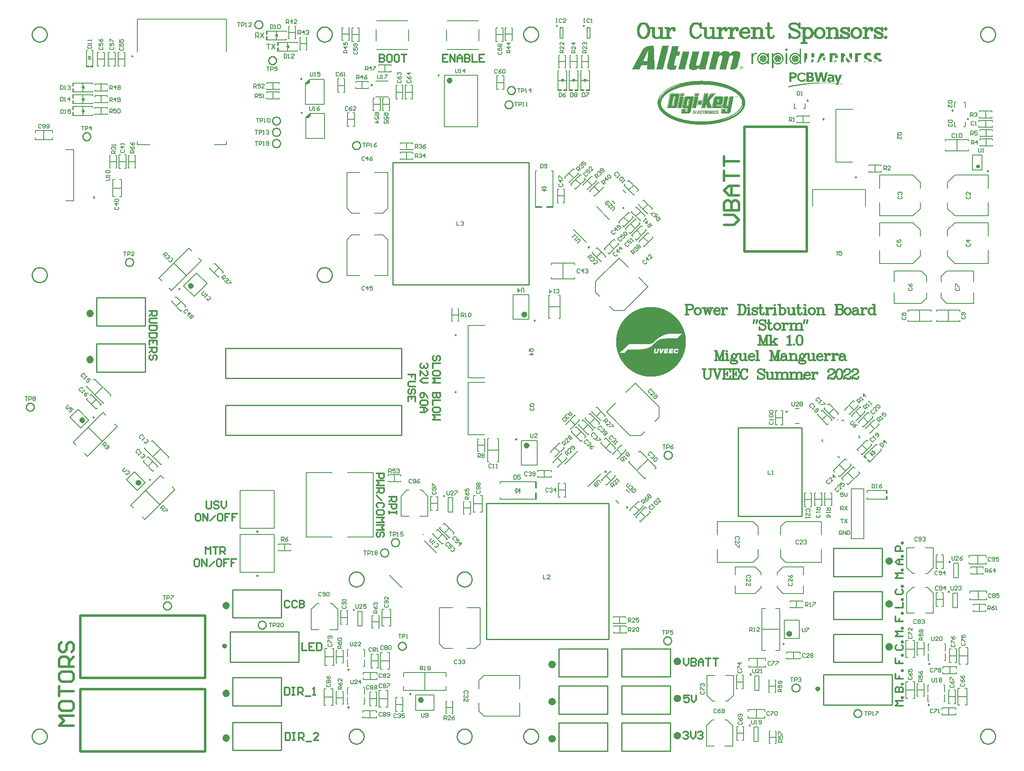
<source format=gbr>
G04*
G04 #@! TF.GenerationSoftware,Altium Limited,Altium Designer,22.4.2 (48)*
G04*
G04 Layer_Color=65535*
%FSLAX25Y25*%
%MOIN*%
G70*
G04*
G04 #@! TF.SameCoordinates,00D83C0C-23ED-45FD-BF8A-BF3663C4C892*
G04*
G04*
G04 #@! TF.FilePolarity,Positive*
G04*
G01*
G75*
%ADD10C,0.00984*%
%ADD11C,0.03000*%
%ADD12C,0.02000*%
%ADD13C,0.01000*%
%ADD14C,0.00787*%
%ADD15C,0.01575*%
%ADD16C,0.02362*%
%ADD17C,0.00500*%
%ADD18C,0.00591*%
%ADD19C,0.01181*%
%ADD20C,0.01968*%
%ADD21R,0.02000X0.00701*%
%ADD22R,0.01862X0.00787*%
G36*
X614378Y565455D02*
X614521D01*
Y565420D01*
X614592D01*
Y565384D01*
X614664D01*
Y565348D01*
X614735D01*
Y565312D01*
X614771D01*
Y565277D01*
X614807D01*
Y565241D01*
X614842D01*
Y565205D01*
X614878D01*
Y565170D01*
X614914D01*
Y565134D01*
X614950D01*
Y565098D01*
X614985D01*
Y565027D01*
X615021D01*
Y564955D01*
X615057D01*
Y564884D01*
X615093D01*
Y564776D01*
X615128D01*
Y564312D01*
X615093D01*
Y564204D01*
X615057D01*
Y564133D01*
X615021D01*
Y564061D01*
X614985D01*
Y564026D01*
X614950D01*
Y563954D01*
X614914D01*
Y563918D01*
X614878D01*
Y563883D01*
X614842D01*
Y563847D01*
X614807D01*
Y563811D01*
X614771D01*
Y563775D01*
X614699D01*
Y563740D01*
X614664D01*
Y563704D01*
X614592D01*
Y563668D01*
X614485D01*
Y563632D01*
X614342D01*
Y563597D01*
X614056D01*
Y563632D01*
X613877D01*
Y563668D01*
X613806D01*
Y563704D01*
X613734D01*
Y563740D01*
X613663D01*
Y563775D01*
X613627D01*
Y563811D01*
X613591D01*
Y563847D01*
X613555D01*
Y563883D01*
X613520D01*
Y563918D01*
X613484D01*
Y563954D01*
X613448D01*
Y563990D01*
X613413D01*
Y564061D01*
X613377D01*
Y564097D01*
X613341D01*
Y564204D01*
X613305D01*
Y564276D01*
X613270D01*
Y564812D01*
X613305D01*
Y564919D01*
X613341D01*
Y564991D01*
X613377D01*
Y565062D01*
X613413D01*
Y565098D01*
X613448D01*
Y565134D01*
X613484D01*
Y565205D01*
X613520D01*
Y565241D01*
X613591D01*
Y565277D01*
X613627D01*
Y565312D01*
X613663D01*
Y565348D01*
X613734D01*
Y565384D01*
X613770D01*
Y565420D01*
X613877D01*
Y565455D01*
X613984D01*
Y565491D01*
X614378D01*
Y565455D01*
D02*
G37*
G36*
X573989Y563305D02*
X575076D01*
Y563184D01*
X575559D01*
Y563064D01*
X575801D01*
Y562943D01*
X576042D01*
Y562822D01*
X576284D01*
Y562701D01*
X576526D01*
Y562580D01*
X576646D01*
Y562460D01*
X576767D01*
Y562339D01*
X576888D01*
Y562097D01*
X577009D01*
Y561856D01*
X577130D01*
Y561252D01*
X577250D01*
Y560527D01*
X577130D01*
Y559682D01*
X577009D01*
Y559198D01*
X576888D01*
Y558715D01*
X576767D01*
Y558232D01*
X576646D01*
Y557749D01*
X576526D01*
Y557266D01*
X576405D01*
Y556782D01*
X576284D01*
Y556299D01*
X576163D01*
Y555816D01*
X576042D01*
Y555333D01*
X575922D01*
Y554850D01*
X575801D01*
Y554366D01*
X575680D01*
Y553883D01*
X575559D01*
Y553400D01*
X575438D01*
Y552917D01*
X575318D01*
Y552434D01*
X575197D01*
Y551951D01*
X575076D01*
Y551467D01*
X574955D01*
Y551105D01*
X574834D01*
Y550743D01*
X574714D01*
Y550501D01*
X574593D01*
Y550259D01*
X574472D01*
Y550139D01*
X574351D01*
Y550018D01*
X574230D01*
Y549897D01*
X574110D01*
Y549776D01*
X573989D01*
Y549655D01*
X573868D01*
Y549535D01*
X573747D01*
Y549414D01*
X573627D01*
Y549293D01*
X573385D01*
Y549172D01*
X573264D01*
Y549052D01*
X573023D01*
Y548931D01*
X572660D01*
Y548810D01*
X572298D01*
Y548689D01*
X571573D01*
Y548568D01*
X569036D01*
Y548931D01*
X569157D01*
Y549414D01*
X569278D01*
Y549897D01*
X569399D01*
Y550380D01*
X569520D01*
Y550864D01*
X569640D01*
Y551347D01*
X569761D01*
Y551830D01*
X569882D01*
Y552313D01*
X570003D01*
Y552796D01*
X570123D01*
Y553279D01*
X570244D01*
Y553762D01*
X570365D01*
Y554246D01*
X570486D01*
Y554729D01*
X570607D01*
Y555212D01*
X570727D01*
Y555695D01*
X570848D01*
Y556178D01*
X570969D01*
Y556662D01*
X571090D01*
Y557145D01*
X571211D01*
Y557628D01*
X571331D01*
Y558111D01*
X571452D01*
Y559319D01*
X571331D01*
Y559561D01*
X571211D01*
Y559682D01*
X570969D01*
Y559802D01*
X570607D01*
Y559923D01*
X569761D01*
Y559802D01*
X569399D01*
Y559682D01*
X569157D01*
Y559561D01*
X568916D01*
Y559440D01*
X568795D01*
Y559319D01*
X568674D01*
Y559198D01*
X568553D01*
Y558957D01*
X568432D01*
Y558836D01*
X568312D01*
Y558473D01*
X568191D01*
Y558111D01*
X568070D01*
Y557628D01*
X567949D01*
Y557145D01*
X567828D01*
Y556662D01*
X567708D01*
Y556178D01*
X567587D01*
Y555695D01*
X567466D01*
Y555212D01*
X567345D01*
Y554729D01*
X567224D01*
Y554246D01*
X567104D01*
Y553762D01*
X566983D01*
Y553279D01*
X566862D01*
Y552796D01*
X566741D01*
Y552434D01*
X566620D01*
Y551951D01*
X566500D01*
Y551467D01*
X566379D01*
Y550984D01*
X566258D01*
Y550501D01*
X566137D01*
Y550018D01*
X566016D01*
Y549535D01*
X565896D01*
Y549052D01*
X565775D01*
Y548568D01*
X560460D01*
Y548810D01*
X560581D01*
Y549293D01*
X560702D01*
Y549776D01*
X560822D01*
Y550259D01*
X560943D01*
Y550743D01*
X561064D01*
Y551226D01*
X561185D01*
Y551709D01*
X561306D01*
Y552192D01*
X561426D01*
Y552675D01*
X561547D01*
Y553159D01*
X561668D01*
Y553642D01*
X561789D01*
Y554125D01*
X561909D01*
Y554608D01*
X562030D01*
Y555091D01*
X562151D01*
Y555574D01*
X562272D01*
Y556058D01*
X562393D01*
Y556541D01*
X562513D01*
Y557024D01*
X562634D01*
Y557507D01*
X562755D01*
Y557990D01*
X562876D01*
Y558594D01*
X562997D01*
Y559078D01*
X562876D01*
Y559440D01*
X562755D01*
Y559561D01*
X562634D01*
Y559682D01*
X562513D01*
Y559802D01*
X562151D01*
Y559923D01*
X561306D01*
Y559802D01*
X560822D01*
Y559682D01*
X560581D01*
Y559561D01*
X560460D01*
Y559440D01*
X560339D01*
Y559319D01*
X560218D01*
Y559198D01*
X560098D01*
Y559078D01*
X559977D01*
Y558836D01*
X559856D01*
Y558594D01*
X559735D01*
Y558232D01*
X559614D01*
Y557869D01*
X559494D01*
Y557386D01*
X559373D01*
Y556903D01*
X559252D01*
Y556420D01*
X559131D01*
Y555937D01*
X559010D01*
Y555454D01*
X558890D01*
Y554971D01*
X558769D01*
Y554487D01*
X558648D01*
Y554004D01*
X558527D01*
Y553521D01*
X558406D01*
Y553038D01*
X558286D01*
Y552555D01*
X558165D01*
Y552071D01*
X558044D01*
Y551588D01*
X557923D01*
Y551105D01*
X557802D01*
Y550622D01*
X557682D01*
Y550139D01*
X557561D01*
Y549655D01*
X557440D01*
Y549172D01*
X557319D01*
Y548689D01*
X557198D01*
Y548568D01*
X552004D01*
Y549052D01*
X552125D01*
Y549535D01*
X552246D01*
Y550018D01*
X552367D01*
Y550501D01*
X552488D01*
Y550984D01*
X552608D01*
Y551467D01*
X552729D01*
Y551951D01*
X552850D01*
Y552434D01*
X552971D01*
Y552917D01*
X553091D01*
Y553400D01*
X553212D01*
Y553883D01*
X553333D01*
Y554366D01*
X553454D01*
Y554850D01*
X553575D01*
Y555333D01*
X553695D01*
Y555816D01*
X553816D01*
Y556299D01*
X553937D01*
Y556782D01*
X554058D01*
Y557266D01*
X554179D01*
Y557749D01*
X554299D01*
Y558232D01*
X554420D01*
Y558715D01*
X554541D01*
Y559198D01*
X554662D01*
Y559682D01*
X554783D01*
Y560165D01*
X554903D01*
Y560648D01*
X555024D01*
Y561010D01*
X555145D01*
Y561493D01*
X555266D01*
Y561977D01*
X555386D01*
Y562460D01*
X555507D01*
Y562943D01*
X560822D01*
Y562460D01*
X560702D01*
Y561977D01*
X560581D01*
Y561493D01*
X560460D01*
Y561252D01*
X560702D01*
Y561373D01*
X560822D01*
Y561493D01*
X560943D01*
Y561614D01*
X561064D01*
Y561735D01*
X561185D01*
Y561856D01*
X561306D01*
Y561977D01*
X561426D01*
Y562097D01*
X561547D01*
Y562218D01*
X561668D01*
Y562339D01*
X561909D01*
Y562460D01*
X562030D01*
Y562580D01*
X562272D01*
Y562701D01*
X562513D01*
Y562822D01*
X562755D01*
Y562943D01*
X562997D01*
Y563064D01*
X563359D01*
Y563184D01*
X563842D01*
Y563305D01*
X564567D01*
Y563426D01*
X566016D01*
Y563305D01*
X566741D01*
Y563184D01*
X567104D01*
Y563064D01*
X567466D01*
Y562943D01*
X567708D01*
Y562822D01*
X567828D01*
Y562701D01*
X567949D01*
Y562580D01*
X568070D01*
Y562460D01*
X568191D01*
Y562339D01*
X568312D01*
Y562218D01*
X568432D01*
Y561977D01*
X568553D01*
Y561735D01*
X568674D01*
Y561252D01*
X568795D01*
Y561131D01*
X568916D01*
Y561252D01*
X569036D01*
Y561373D01*
X569157D01*
Y561493D01*
X569278D01*
Y561614D01*
X569399D01*
Y561735D01*
X569520D01*
Y561856D01*
X569640D01*
Y561977D01*
X569761D01*
Y562097D01*
X569882D01*
Y562218D01*
X570003D01*
Y562339D01*
X570244D01*
Y562460D01*
X570365D01*
Y562580D01*
X570607D01*
Y562701D01*
X570848D01*
Y562822D01*
X571090D01*
Y562943D01*
X571452D01*
Y563064D01*
X571815D01*
Y563184D01*
X572298D01*
Y563305D01*
X573264D01*
Y563426D01*
X573989D01*
Y563305D01*
D02*
G37*
G36*
X687405Y562060D02*
X687834D01*
Y562024D01*
X688084D01*
Y561988D01*
X688299D01*
Y561952D01*
X688478D01*
Y561917D01*
X688620D01*
Y561881D01*
X688763D01*
Y561845D01*
X688871D01*
Y561809D01*
X689014D01*
Y561774D01*
X689121D01*
Y561738D01*
X689228D01*
Y561702D01*
X689300D01*
Y561666D01*
X689407D01*
Y561631D01*
X689478D01*
Y561595D01*
X689550D01*
Y561559D01*
X689621D01*
Y561523D01*
X689693D01*
Y561488D01*
X689800D01*
Y561452D01*
X689872D01*
Y561416D01*
X689907D01*
Y561381D01*
X689979D01*
Y561345D01*
X690015D01*
Y561273D01*
X689979D01*
Y561202D01*
X689943D01*
Y561130D01*
X689907D01*
Y561059D01*
X689872D01*
Y560987D01*
X689836D01*
Y560916D01*
X689800D01*
Y560844D01*
X689764D01*
Y560773D01*
X689728D01*
Y560701D01*
X689693D01*
Y560630D01*
X689657D01*
Y560666D01*
X688049D01*
Y560630D01*
X689657D01*
Y560558D01*
X689621D01*
Y560594D01*
X687977D01*
Y560558D01*
X689621D01*
Y560523D01*
X689586D01*
Y560487D01*
X687870D01*
Y560451D01*
X687834D01*
Y560415D01*
X689550D01*
Y560380D01*
X687763D01*
Y560344D01*
X687727D01*
Y560308D01*
X689478D01*
Y560344D01*
X689514D01*
Y560273D01*
X689478D01*
Y560201D01*
X689443D01*
Y560129D01*
X689407D01*
Y560058D01*
X689371D01*
Y559986D01*
X689335D01*
Y559915D01*
X689300D01*
Y559843D01*
X689264D01*
Y559772D01*
X689228D01*
Y559700D01*
X689192D01*
Y559629D01*
X689157D01*
Y559558D01*
X689121D01*
Y559593D01*
X689049D01*
Y559629D01*
X689014D01*
Y559665D01*
X688978D01*
Y559700D01*
X688906D01*
Y559736D01*
X688871D01*
Y559772D01*
X688799D01*
Y559808D01*
X688728D01*
Y559843D01*
X688656D01*
Y559879D01*
X688585D01*
Y559915D01*
X688513D01*
Y559951D01*
X688442D01*
Y559986D01*
X688335D01*
Y560022D01*
X688227D01*
Y560058D01*
X688120D01*
Y560094D01*
X687941D01*
Y560129D01*
X687334D01*
Y560094D01*
X687191D01*
Y560058D01*
X687119D01*
Y560022D01*
X687012D01*
Y559986D01*
X686940D01*
Y559951D01*
X686905D01*
Y559915D01*
X686833D01*
Y559879D01*
X686797D01*
Y559843D01*
X686762D01*
Y559808D01*
X686726D01*
Y559736D01*
X686690D01*
Y559700D01*
X686654D01*
Y559629D01*
X686619D01*
Y559522D01*
X686583D01*
Y559236D01*
X686619D01*
Y559129D01*
X686654D01*
Y559093D01*
X686690D01*
Y559021D01*
X686726D01*
Y558986D01*
X686762D01*
Y558950D01*
X686797D01*
Y558914D01*
X686833D01*
Y558735D01*
X686869D01*
Y558664D01*
X686905D01*
Y558557D01*
X686940D01*
Y558485D01*
X686976D01*
Y558414D01*
X687012D01*
Y558342D01*
X687048D01*
Y558307D01*
X687083D01*
Y558235D01*
X687119D01*
Y558199D01*
X687155D01*
Y558128D01*
X687191D01*
Y558092D01*
X687226D01*
Y558056D01*
X687262D01*
Y557985D01*
X687298D01*
Y557949D01*
X687334D01*
Y557913D01*
X687369D01*
Y557877D01*
X687405D01*
Y557842D01*
X687441D01*
Y557806D01*
X687477D01*
Y557770D01*
X687512D01*
Y557735D01*
X687548D01*
Y557699D01*
X687584D01*
Y557663D01*
X687655D01*
Y557627D01*
X687691D01*
Y557592D01*
X687727D01*
Y557556D01*
X687798D01*
Y557520D01*
X687834D01*
Y557484D01*
X687906D01*
Y557449D01*
X687977D01*
Y557413D01*
X688013D01*
Y557377D01*
X688120D01*
Y557341D01*
X688156D01*
Y557306D01*
X688263D01*
Y557270D01*
X688335D01*
Y557234D01*
X688406D01*
Y557198D01*
X688513D01*
Y557163D01*
X688585D01*
Y557127D01*
X688692D01*
Y557091D01*
X688799D01*
Y557055D01*
X688906D01*
Y557020D01*
X689049D01*
Y556984D01*
X689157D01*
Y556948D01*
X689264D01*
Y556912D01*
X689407D01*
Y556877D01*
X689550D01*
Y556841D01*
X689693D01*
Y556805D01*
X689800D01*
Y556769D01*
X689943D01*
Y556734D01*
X690086D01*
Y556698D01*
X690193D01*
Y556662D01*
X690301D01*
Y556627D01*
X690336D01*
Y556484D01*
X690372D01*
Y556269D01*
X690408D01*
Y555411D01*
X690372D01*
Y555161D01*
X690336D01*
Y554982D01*
X690301D01*
Y554875D01*
X690158D01*
Y554911D01*
X689907D01*
Y554946D01*
X689728D01*
Y554982D01*
X689586D01*
Y555018D01*
X689478D01*
Y555054D01*
X689371D01*
Y555089D01*
X689264D01*
Y555125D01*
X689192D01*
Y555161D01*
X689121D01*
Y555197D01*
X689014D01*
Y555232D01*
X688978D01*
Y555197D01*
X688942D01*
Y555161D01*
X688906D01*
Y555125D01*
X688871D01*
Y555089D01*
X688835D01*
Y555054D01*
X688799D01*
Y555018D01*
X688763D01*
Y554982D01*
X688692D01*
Y554946D01*
X688656D01*
Y554911D01*
X688620D01*
Y554875D01*
X688549D01*
Y554839D01*
X688478D01*
Y554803D01*
X688406D01*
Y554768D01*
X688299D01*
Y554732D01*
X688192D01*
Y554696D01*
X688049D01*
Y554661D01*
X687870D01*
Y554625D01*
X687655D01*
Y554589D01*
X687477D01*
Y554625D01*
X687226D01*
Y554661D01*
X687369D01*
Y554696D01*
X687441D01*
Y554732D01*
X687548D01*
Y554768D01*
X687584D01*
Y554803D01*
X687655D01*
Y554839D01*
X687691D01*
Y554875D01*
X687763D01*
Y554911D01*
X687798D01*
Y554946D01*
X687834D01*
Y554982D01*
X687870D01*
Y555054D01*
X687906D01*
Y555125D01*
X687941D01*
Y555197D01*
X687977D01*
Y555304D01*
X688013D01*
Y555697D01*
X687977D01*
Y555804D01*
X687941D01*
Y555840D01*
X687906D01*
Y555911D01*
X687870D01*
Y555947D01*
X687834D01*
Y555983D01*
X687798D01*
Y556019D01*
X687763D01*
Y556054D01*
X687727D01*
Y556090D01*
X687691D01*
Y556126D01*
X687620D01*
Y556162D01*
X687584D01*
Y556198D01*
X687512D01*
Y556233D01*
X687441D01*
Y556269D01*
X687369D01*
Y556305D01*
X687298D01*
Y556341D01*
X687191D01*
Y556376D01*
X687119D01*
Y556412D01*
X686976D01*
Y556448D01*
X686869D01*
Y556484D01*
X686762D01*
Y556519D01*
X686654D01*
Y556555D01*
X686512D01*
Y556591D01*
X686404D01*
Y556627D01*
X686261D01*
Y556662D01*
X686154D01*
Y556698D01*
X686047D01*
Y556734D01*
X685940D01*
Y556769D01*
X685832D01*
Y556805D01*
X685725D01*
Y556841D01*
X685654D01*
Y556877D01*
X685546D01*
Y556912D01*
X685475D01*
Y556948D01*
X685403D01*
Y556984D01*
X685332D01*
Y557020D01*
X685260D01*
Y557055D01*
X685189D01*
Y557091D01*
X685117D01*
Y557127D01*
X685082D01*
Y557163D01*
X685010D01*
Y557198D01*
X684974D01*
Y557234D01*
X684939D01*
Y557270D01*
X684867D01*
Y557306D01*
X684831D01*
Y557341D01*
X684796D01*
Y557377D01*
X684760D01*
Y557413D01*
X684724D01*
Y557449D01*
X684689D01*
Y557484D01*
X684653D01*
Y557520D01*
X684617D01*
Y557556D01*
X684581D01*
Y557627D01*
X684546D01*
Y557663D01*
X684510D01*
Y557735D01*
X684474D01*
Y557806D01*
X684438D01*
Y557842D01*
X684403D01*
Y557913D01*
X684367D01*
Y558020D01*
X684331D01*
Y558092D01*
X684295D01*
Y558235D01*
X684260D01*
Y558378D01*
X684224D01*
Y558592D01*
X684188D01*
Y559558D01*
X684224D01*
Y559736D01*
X684260D01*
Y559915D01*
X684295D01*
Y560022D01*
X684331D01*
Y560165D01*
X684367D01*
Y560237D01*
X684403D01*
Y560344D01*
X684438D01*
Y560415D01*
X684474D01*
Y560487D01*
X684510D01*
Y560558D01*
X684546D01*
Y560630D01*
X684581D01*
Y560701D01*
X684617D01*
Y560737D01*
X684653D01*
Y560809D01*
X684689D01*
Y560844D01*
X684724D01*
Y560916D01*
X684760D01*
Y560952D01*
X684796D01*
Y560987D01*
X684831D01*
Y561059D01*
X684867D01*
Y561095D01*
X684903D01*
Y561130D01*
X684939D01*
Y561166D01*
X684974D01*
Y561202D01*
X685010D01*
Y561238D01*
X685046D01*
Y561273D01*
X685082D01*
Y561309D01*
X685117D01*
Y561345D01*
X685153D01*
Y561381D01*
X685189D01*
Y561416D01*
X685260D01*
Y561452D01*
X685296D01*
Y561488D01*
X685332D01*
Y561523D01*
X685403D01*
Y561559D01*
X685439D01*
Y561595D01*
X685511D01*
Y561631D01*
X685582D01*
Y561666D01*
X685618D01*
Y561702D01*
X685689D01*
Y561738D01*
X685761D01*
Y561774D01*
X685832D01*
Y561809D01*
X685940D01*
Y561845D01*
X686011D01*
Y561881D01*
X686118D01*
Y561917D01*
X686226D01*
Y561952D01*
X686369D01*
Y561988D01*
X686512D01*
Y562024D01*
X686726D01*
Y562060D01*
X687119D01*
Y562095D01*
X687405D01*
Y562060D01*
D02*
G37*
G36*
X589928Y562024D02*
X590142D01*
Y561988D01*
X590285D01*
Y561952D01*
X590393D01*
Y561917D01*
X590464D01*
Y561881D01*
X590571D01*
Y561845D01*
X590643D01*
Y561809D01*
X590714D01*
Y561774D01*
X590786D01*
Y561702D01*
X590750D01*
Y561631D01*
X590714D01*
Y561595D01*
X590679D01*
Y561523D01*
X590643D01*
Y561452D01*
X590607D01*
Y561416D01*
X590571D01*
Y561345D01*
X590536D01*
Y561273D01*
X590500D01*
Y561238D01*
X590464D01*
Y561166D01*
X590428D01*
Y561130D01*
X590393D01*
Y561059D01*
X590357D01*
Y560987D01*
X590321D01*
Y560952D01*
X590285D01*
Y560880D01*
X590250D01*
Y560844D01*
X590214D01*
Y560773D01*
X590178D01*
Y560809D01*
X590071D01*
Y560844D01*
X589964D01*
Y560880D01*
X589856D01*
Y560916D01*
X589606D01*
Y560952D01*
X589570D01*
Y560916D01*
X589285D01*
Y560880D01*
X589142D01*
Y560844D01*
X589070D01*
Y560809D01*
X588963D01*
Y560773D01*
X588891D01*
Y560737D01*
X588820D01*
Y560701D01*
X588784D01*
Y560666D01*
X588713D01*
Y560630D01*
X588677D01*
Y560594D01*
X588605D01*
Y560558D01*
X588570D01*
Y560523D01*
X588534D01*
Y560487D01*
X588498D01*
Y560451D01*
X588462D01*
Y560415D01*
X588427D01*
Y560380D01*
X588391D01*
Y560344D01*
X588355D01*
Y560308D01*
X588319D01*
Y560273D01*
X588284D01*
Y560237D01*
X588248D01*
Y560201D01*
X588212D01*
Y560129D01*
X588176D01*
Y560094D01*
X588141D01*
Y560022D01*
X588105D01*
Y559986D01*
X588069D01*
Y559915D01*
X588033D01*
Y559843D01*
X587998D01*
Y559808D01*
X587962D01*
Y559736D01*
X587926D01*
Y559629D01*
X587890D01*
Y559558D01*
X587855D01*
Y559486D01*
X587819D01*
Y559379D01*
X587783D01*
Y559307D01*
X587747D01*
Y559200D01*
X587712D01*
Y559057D01*
X587676D01*
Y558950D01*
X587640D01*
Y558771D01*
X587605D01*
Y558557D01*
X587569D01*
Y558271D01*
X587533D01*
Y557842D01*
X587497D01*
Y557127D01*
X587462D01*
Y552909D01*
X586282D01*
Y560701D01*
Y560737D01*
Y561809D01*
X587462D01*
Y560558D01*
X587497D01*
Y560594D01*
X587533D01*
Y560630D01*
X587569D01*
Y560701D01*
X587605D01*
Y560737D01*
X587640D01*
Y560773D01*
X587676D01*
Y560844D01*
X587712D01*
Y560880D01*
X587747D01*
Y560916D01*
X587783D01*
Y560952D01*
X587819D01*
Y561023D01*
X587855D01*
Y561059D01*
X587890D01*
Y561095D01*
X587926D01*
Y561130D01*
X587962D01*
Y561166D01*
X587998D01*
Y561202D01*
X588033D01*
Y561238D01*
X588069D01*
Y561273D01*
X588105D01*
Y561309D01*
X588141D01*
Y561345D01*
X588176D01*
Y561381D01*
X588212D01*
Y561416D01*
X588248D01*
Y561452D01*
X588319D01*
Y561488D01*
X588355D01*
Y561523D01*
X588391D01*
Y561559D01*
X588427D01*
Y561595D01*
X588498D01*
Y561631D01*
X588534D01*
Y561666D01*
X588605D01*
Y561702D01*
X588641D01*
Y561738D01*
X588713D01*
Y561774D01*
X588784D01*
Y561809D01*
X588856D01*
Y561845D01*
X588927D01*
Y561881D01*
X588999D01*
Y561917D01*
X589106D01*
Y561952D01*
X589213D01*
Y561988D01*
X589392D01*
Y562024D01*
X589606D01*
Y562060D01*
X589928D01*
Y562024D01*
D02*
G37*
G36*
X679505Y562060D02*
X679934D01*
Y562024D01*
X680185D01*
Y561988D01*
X680363D01*
Y561952D01*
X680542D01*
Y561917D01*
X680685D01*
Y561881D01*
X680828D01*
Y561845D01*
X680971D01*
Y561809D01*
X681078D01*
Y561774D01*
X681185D01*
Y561738D01*
X681293D01*
Y561702D01*
X681400D01*
Y561666D01*
X681471D01*
Y561631D01*
X681543D01*
Y561595D01*
X681650D01*
Y561559D01*
X681722D01*
Y561523D01*
X681793D01*
Y561488D01*
X681865D01*
Y561452D01*
X681936D01*
Y561416D01*
X682008D01*
Y561381D01*
X682079D01*
Y561345D01*
X682115D01*
Y561309D01*
X682079D01*
Y561238D01*
X682043D01*
Y561166D01*
X682008D01*
Y561095D01*
X681972D01*
Y561023D01*
X681936D01*
Y560952D01*
X681900D01*
Y560880D01*
X681865D01*
Y560809D01*
X681829D01*
Y560737D01*
X681793D01*
Y560666D01*
X680113D01*
Y560630D01*
X681757D01*
Y560594D01*
X680042D01*
Y560558D01*
X681722D01*
Y560523D01*
X681686D01*
Y560451D01*
X681650D01*
Y560487D01*
X679934D01*
Y560451D01*
X679899D01*
Y560380D01*
X679863D01*
Y560344D01*
X679827D01*
Y560308D01*
X681328D01*
Y560344D01*
X681436D01*
Y560380D01*
X680077D01*
Y560415D01*
X681650D01*
Y560380D01*
X681614D01*
Y560308D01*
X681579D01*
Y560237D01*
X681543D01*
Y560165D01*
X681507D01*
Y560094D01*
X681471D01*
Y560022D01*
X681436D01*
Y559951D01*
X681400D01*
Y559879D01*
X681364D01*
Y559808D01*
X681328D01*
Y559736D01*
X681293D01*
Y559665D01*
X681257D01*
Y559593D01*
X681221D01*
Y559558D01*
X681185D01*
Y559593D01*
X681150D01*
Y559629D01*
X681078D01*
Y559665D01*
X681042D01*
Y559700D01*
X680971D01*
Y559736D01*
X680935D01*
Y559772D01*
X680864D01*
Y559808D01*
X680828D01*
Y559843D01*
X680757D01*
Y559879D01*
X680685D01*
Y559915D01*
X680614D01*
Y559951D01*
X680506D01*
Y559986D01*
X680435D01*
Y560022D01*
X680328D01*
Y560058D01*
X680185D01*
Y560094D01*
X680006D01*
Y560129D01*
X679434D01*
Y560094D01*
X679291D01*
Y560058D01*
X679184D01*
Y560022D01*
X679112D01*
Y559986D01*
X679041D01*
Y559951D01*
X678969D01*
Y559915D01*
X678933D01*
Y559879D01*
X678898D01*
Y559843D01*
X678862D01*
Y559808D01*
X678826D01*
Y559772D01*
X678791D01*
Y559736D01*
X678755D01*
Y559665D01*
X678719D01*
Y559593D01*
X678683D01*
Y559450D01*
X678648D01*
Y559307D01*
X678683D01*
Y559164D01*
X678719D01*
Y559093D01*
X678755D01*
Y559057D01*
X678791D01*
Y558986D01*
X678826D01*
Y558950D01*
X678862D01*
Y558914D01*
X678898D01*
Y558878D01*
X678933D01*
Y558843D01*
X678898D01*
Y558735D01*
X678862D01*
Y558628D01*
X678826D01*
Y558521D01*
X678791D01*
Y558414D01*
X678826D01*
Y558342D01*
X678862D01*
Y558271D01*
X678898D01*
Y558199D01*
X678933D01*
Y558163D01*
X678969D01*
Y558092D01*
X679005D01*
Y558056D01*
X679041D01*
Y558020D01*
X679076D01*
Y557985D01*
X679112D01*
Y557913D01*
X679148D01*
Y557877D01*
X679184D01*
Y557842D01*
X679219D01*
Y557806D01*
X679255D01*
Y557770D01*
X679291D01*
Y557735D01*
X679327D01*
Y557699D01*
X679398D01*
Y557663D01*
X679434D01*
Y557627D01*
X679470D01*
Y557592D01*
X679505D01*
Y557556D01*
X679577D01*
Y557520D01*
X679613D01*
Y557484D01*
X679684D01*
Y557449D01*
X679756D01*
Y557413D01*
X679791D01*
Y557377D01*
X679863D01*
Y557341D01*
X679934D01*
Y557306D01*
X680006D01*
Y557270D01*
X680077D01*
Y557234D01*
X680185D01*
Y557198D01*
X680256D01*
Y557163D01*
X680328D01*
Y557127D01*
X680435D01*
Y557091D01*
X680542D01*
Y557055D01*
X680649D01*
Y557020D01*
X680757D01*
Y556984D01*
X680899D01*
Y556948D01*
X681007D01*
Y556912D01*
X681114D01*
Y556877D01*
X681257D01*
Y556841D01*
X681400D01*
Y556805D01*
X681543D01*
Y556769D01*
X681650D01*
Y556734D01*
X681793D01*
Y556698D01*
X681936D01*
Y556662D01*
X682043D01*
Y556627D01*
X682151D01*
Y556591D01*
X682258D01*
Y556555D01*
X682365D01*
Y556519D01*
X682437D01*
Y556376D01*
X682472D01*
Y556090D01*
X682508D01*
Y555697D01*
X682472D01*
Y555304D01*
X682437D01*
Y555054D01*
X682401D01*
Y554911D01*
X682365D01*
Y554875D01*
X682294D01*
Y554839D01*
X682079D01*
Y554875D01*
X681757D01*
Y554911D01*
X681614D01*
Y554946D01*
X681436D01*
Y554982D01*
X681328D01*
Y555018D01*
X681221D01*
Y555054D01*
X681114D01*
Y555089D01*
X681042D01*
Y555125D01*
X680971D01*
Y555089D01*
X680935D01*
Y555054D01*
X680899D01*
Y555018D01*
X680828D01*
Y554982D01*
X680792D01*
Y554946D01*
X680757D01*
Y554911D01*
X680685D01*
Y554875D01*
X680614D01*
Y554839D01*
X680542D01*
Y554803D01*
X680471D01*
Y554768D01*
X680363D01*
Y554732D01*
X680292D01*
Y554696D01*
X680149D01*
Y554661D01*
X679934D01*
Y554625D01*
X679327D01*
Y554661D01*
X679434D01*
Y554696D01*
X679541D01*
Y554732D01*
X679613D01*
Y554768D01*
X679684D01*
Y554803D01*
X679756D01*
Y554839D01*
X679791D01*
Y554875D01*
X679827D01*
Y554911D01*
X679863D01*
Y554946D01*
X679899D01*
Y554982D01*
X679934D01*
Y555018D01*
X679970D01*
Y555089D01*
X680006D01*
Y555161D01*
X680042D01*
Y555232D01*
X680077D01*
Y555375D01*
X680113D01*
Y555626D01*
X680077D01*
Y555733D01*
X680042D01*
Y555840D01*
X680006D01*
Y555876D01*
X679970D01*
Y555947D01*
X679934D01*
Y555983D01*
X679899D01*
Y556019D01*
X679863D01*
Y556054D01*
X679827D01*
Y556090D01*
X679756D01*
Y556126D01*
X679720D01*
Y556162D01*
X679648D01*
Y556198D01*
X679613D01*
Y556233D01*
X679541D01*
Y556269D01*
X679470D01*
Y556305D01*
X679362D01*
Y556341D01*
X679291D01*
Y556376D01*
X679184D01*
Y556412D01*
X679076D01*
Y556448D01*
X678969D01*
Y556484D01*
X678862D01*
Y556519D01*
X678719D01*
Y556555D01*
X678612D01*
Y556591D01*
X678469D01*
Y556627D01*
X678362D01*
Y556662D01*
X678254D01*
Y556698D01*
X678147D01*
Y556734D01*
X678004D01*
Y556769D01*
X677897D01*
Y556805D01*
X677825D01*
Y556841D01*
X677718D01*
Y556877D01*
X677647D01*
Y556912D01*
X677539D01*
Y556948D01*
X677468D01*
Y556984D01*
X677396D01*
Y557020D01*
X677325D01*
Y557055D01*
X677289D01*
Y557091D01*
X677218D01*
Y557127D01*
X677146D01*
Y557163D01*
X677110D01*
Y557198D01*
X677039D01*
Y557234D01*
X677003D01*
Y557270D01*
X676967D01*
Y557306D01*
X676932D01*
Y557341D01*
X676860D01*
Y557377D01*
X676825D01*
Y557413D01*
X676789D01*
Y557449D01*
X676753D01*
Y557520D01*
X676717D01*
Y557556D01*
X676682D01*
Y557592D01*
X676646D01*
Y557627D01*
X676610D01*
Y557699D01*
X676574D01*
Y557770D01*
X676539D01*
Y557806D01*
X676503D01*
Y557877D01*
X676467D01*
Y557985D01*
X676431D01*
Y558056D01*
X676396D01*
Y558342D01*
X676324D01*
Y558485D01*
X676288D01*
Y558771D01*
X676253D01*
Y559343D01*
X676288D01*
Y559665D01*
X676324D01*
Y559843D01*
X676360D01*
Y559986D01*
X676396D01*
Y560094D01*
X676431D01*
Y560201D01*
X676467D01*
Y560308D01*
X676503D01*
Y560380D01*
X676539D01*
Y560451D01*
X676574D01*
Y560523D01*
X676610D01*
Y560594D01*
X676646D01*
Y560666D01*
X676682D01*
Y560737D01*
X676717D01*
Y560773D01*
X676753D01*
Y560844D01*
X676789D01*
Y560880D01*
X676825D01*
Y560952D01*
X676860D01*
Y560987D01*
X676896D01*
Y561023D01*
X676932D01*
Y561059D01*
X676967D01*
Y561095D01*
X677003D01*
Y561166D01*
X677039D01*
Y561202D01*
X677075D01*
Y561238D01*
X677146D01*
Y561273D01*
X677182D01*
Y561309D01*
X677218D01*
Y561345D01*
X677253D01*
Y561381D01*
X677289D01*
Y561416D01*
X677325D01*
Y561452D01*
X677396D01*
Y561488D01*
X677432D01*
Y561523D01*
X677468D01*
Y561559D01*
X677539D01*
Y561595D01*
X677575D01*
Y561631D01*
X677647D01*
Y561666D01*
X677718D01*
Y561702D01*
X677790D01*
Y561738D01*
X677861D01*
Y561774D01*
X677933D01*
Y561809D01*
X678004D01*
Y561845D01*
X678111D01*
Y561881D01*
X678183D01*
Y561917D01*
X678326D01*
Y561952D01*
X678433D01*
Y561988D01*
X678612D01*
Y562024D01*
X678791D01*
Y562060D01*
X679184D01*
Y562095D01*
X679505D01*
Y562060D01*
D02*
G37*
G36*
X652697Y561809D02*
X653018D01*
Y561774D01*
X653233D01*
Y561738D01*
X653376D01*
Y561702D01*
X653519D01*
Y561666D01*
X653626D01*
Y561631D01*
X653733D01*
Y561595D01*
X653840D01*
Y561559D01*
X653912D01*
Y561523D01*
X653983D01*
Y561488D01*
X654055D01*
Y561452D01*
X654126D01*
Y561416D01*
X654198D01*
Y561381D01*
X654269D01*
Y561345D01*
X654305D01*
Y561309D01*
X654377D01*
Y561273D01*
X654448D01*
Y561238D01*
X654484D01*
Y561202D01*
X654520D01*
Y561166D01*
X654555D01*
Y561130D01*
X654591D01*
Y561095D01*
X654663D01*
Y561023D01*
X654698D01*
Y560987D01*
X654734D01*
Y560952D01*
X654770D01*
Y560916D01*
X654806D01*
Y560880D01*
X654841D01*
Y560844D01*
X654877D01*
Y560809D01*
X654913D01*
Y560773D01*
X654948D01*
Y560701D01*
X654984D01*
Y560666D01*
X655020D01*
Y560594D01*
X652303D01*
Y560558D01*
X655056D01*
Y560523D01*
X655091D01*
Y560487D01*
X655127D01*
Y560451D01*
X655091D01*
Y560487D01*
X652232D01*
Y560415D01*
X652196D01*
Y560344D01*
X652160D01*
Y560308D01*
X655199D01*
Y560273D01*
X652160D01*
Y560237D01*
X652125D01*
Y560165D01*
X652089D01*
Y560129D01*
X652339D01*
Y560237D01*
X653125D01*
Y560201D01*
X653376D01*
Y560165D01*
X653483D01*
Y560129D01*
X654948D01*
Y560165D01*
X655270D01*
Y560058D01*
X655306D01*
Y559951D01*
X655342D01*
Y559808D01*
X655377D01*
Y559629D01*
X655413D01*
Y559272D01*
X655449D01*
Y558950D01*
X655413D01*
Y558592D01*
X655377D01*
Y558414D01*
X655342D01*
Y558342D01*
X655306D01*
Y558307D01*
X655234D01*
Y558271D01*
X655199D01*
Y558235D01*
X655163D01*
Y558199D01*
X655091D01*
Y558163D01*
X655056D01*
Y558128D01*
X654984D01*
Y558092D01*
X654913D01*
Y558056D01*
X654841D01*
Y558020D01*
X654770D01*
Y557985D01*
X654663D01*
Y557949D01*
X654555D01*
Y557913D01*
X654412D01*
Y557877D01*
X654234D01*
Y557842D01*
X653912D01*
Y557806D01*
X653376D01*
Y557913D01*
X653411D01*
Y557985D01*
X652804D01*
Y558092D01*
X652768D01*
Y558235D01*
X652804D01*
Y558271D01*
X652840D01*
Y558307D01*
X652875D01*
Y558378D01*
X652911D01*
Y558450D01*
X652947D01*
Y558521D01*
X652983D01*
Y558628D01*
X653018D01*
Y559200D01*
Y559236D01*
X652983D01*
Y559379D01*
X652947D01*
Y559450D01*
X652911D01*
Y559522D01*
X652875D01*
Y559558D01*
X652840D01*
Y559629D01*
X652804D01*
Y559665D01*
X652768D01*
Y559700D01*
X652732D01*
Y559736D01*
X652697D01*
Y559772D01*
X652625D01*
Y559808D01*
X652589D01*
Y559843D01*
X652518D01*
Y559879D01*
X652446D01*
Y559915D01*
X652375D01*
Y559951D01*
X652268D01*
Y559986D01*
X652125D01*
Y560022D01*
X651874D01*
Y560058D01*
X651159D01*
Y558020D01*
X651124D01*
Y557949D01*
X651088D01*
Y557877D01*
X651052D01*
Y557770D01*
X651017D01*
Y557699D01*
X650981D01*
Y557627D01*
X650945D01*
Y557556D01*
X650909D01*
Y557449D01*
X650874D01*
Y557377D01*
X650838D01*
Y557306D01*
X650802D01*
Y557234D01*
X650766D01*
Y557127D01*
X650731D01*
Y557055D01*
X650695D01*
Y556984D01*
X650659D01*
Y556769D01*
X650695D01*
Y556591D01*
X650731D01*
Y556412D01*
X650766D01*
Y556233D01*
X650802D01*
Y556090D01*
X650838D01*
Y555876D01*
X650874D01*
Y555733D01*
X650909D01*
Y555554D01*
X650945D01*
Y555375D01*
X650981D01*
Y555161D01*
X651017D01*
Y554982D01*
X651052D01*
Y554768D01*
X651088D01*
Y554625D01*
X649622D01*
Y554553D01*
X649587D01*
Y554482D01*
X649551D01*
Y554410D01*
X649515D01*
Y554339D01*
X649479D01*
Y554267D01*
X649444D01*
Y554196D01*
X649408D01*
Y554124D01*
X649372D01*
Y554017D01*
X649336D01*
Y553981D01*
X649301D01*
Y554017D01*
X649265D01*
Y554088D01*
X649229D01*
Y554160D01*
X649193D01*
Y554196D01*
X649158D01*
Y554267D01*
X649122D01*
Y554303D01*
X649086D01*
Y554375D01*
X649051D01*
Y554410D01*
X649015D01*
Y554482D01*
X648872D01*
Y561845D01*
X652697D01*
Y561809D01*
D02*
G37*
G36*
X655163Y560380D02*
X655127D01*
Y560415D01*
X655163D01*
Y560380D01*
D02*
G37*
G36*
X644547Y560273D02*
X644511D01*
Y560308D01*
X644547D01*
Y560273D01*
D02*
G37*
G36*
X625888Y555089D02*
Y555054D01*
Y552909D01*
X624744D01*
Y554375D01*
X624708D01*
Y554339D01*
X624672D01*
Y554303D01*
X624637D01*
Y554267D01*
X624601D01*
Y554232D01*
X624565D01*
Y554196D01*
X624529D01*
Y554160D01*
X624494D01*
Y554124D01*
X624458D01*
Y554088D01*
X624422D01*
Y554053D01*
X624386D01*
Y554017D01*
X624351D01*
Y553981D01*
X624315D01*
Y553910D01*
X624243D01*
Y553874D01*
X624208D01*
Y553838D01*
X624172D01*
Y553803D01*
X624136D01*
Y553767D01*
X624100D01*
Y553731D01*
X624065D01*
Y553695D01*
X624029D01*
Y553660D01*
X623957D01*
Y553624D01*
X623922D01*
Y553588D01*
X623886D01*
Y553552D01*
X623850D01*
Y553517D01*
X623779D01*
Y553481D01*
X623743D01*
Y553445D01*
X623671D01*
Y553409D01*
X623636D01*
Y553374D01*
X623564D01*
Y553338D01*
X623528D01*
Y553302D01*
X623457D01*
Y553266D01*
X623385D01*
Y553231D01*
X623350D01*
Y553195D01*
X623278D01*
Y553159D01*
X623207D01*
Y553123D01*
X623135D01*
Y553088D01*
X623064D01*
Y553052D01*
X622992D01*
Y553016D01*
X622885D01*
Y552980D01*
X622814D01*
Y552945D01*
X622706D01*
Y552909D01*
X622599D01*
Y552873D01*
X622492D01*
Y552838D01*
X622385D01*
Y552802D01*
X622242D01*
Y552766D01*
X622063D01*
Y552730D01*
X621848D01*
Y552695D01*
X621562D01*
Y552659D01*
X620812D01*
Y552695D01*
X620454D01*
Y552730D01*
X620276D01*
Y552766D01*
X620097D01*
Y552802D01*
X619954D01*
Y552838D01*
X619847D01*
Y552873D01*
X619739D01*
Y552909D01*
X619596D01*
Y552945D01*
X619525D01*
Y552980D01*
X619453D01*
Y553016D01*
X619346D01*
Y553052D01*
X619275D01*
Y553088D01*
X619203D01*
Y553123D01*
X619132D01*
Y553159D01*
X619060D01*
Y553195D01*
X618989D01*
Y553231D01*
X618953D01*
Y553266D01*
X618882D01*
Y553302D01*
X618810D01*
Y553338D01*
X618774D01*
Y553374D01*
X618703D01*
Y553409D01*
X618667D01*
Y553445D01*
X618596D01*
Y553481D01*
X618560D01*
Y553517D01*
X618488D01*
Y553552D01*
X618453D01*
Y553588D01*
X618417D01*
Y553624D01*
X618381D01*
Y553660D01*
X618310D01*
Y553695D01*
X618274D01*
Y553731D01*
X618238D01*
Y553767D01*
X618202D01*
Y553803D01*
X618167D01*
Y553838D01*
X618131D01*
Y553874D01*
X618095D01*
Y553910D01*
X618059D01*
Y553946D01*
X618024D01*
Y553981D01*
X617988D01*
Y554017D01*
X617952D01*
Y554053D01*
X617916D01*
Y554088D01*
X617881D01*
Y554124D01*
X617845D01*
Y554160D01*
X617809D01*
Y554196D01*
X617773D01*
Y554232D01*
X617738D01*
Y554267D01*
X617702D01*
Y554303D01*
X617666D01*
Y554375D01*
X617630D01*
Y554410D01*
X617595D01*
Y554446D01*
X617559D01*
Y554482D01*
X617523D01*
Y554553D01*
X617487D01*
Y554589D01*
X617452D01*
Y554625D01*
X617416D01*
Y554696D01*
X617380D01*
Y554732D01*
X617345D01*
Y554803D01*
X617309D01*
Y554839D01*
X617273D01*
Y554911D01*
X617237D01*
Y554946D01*
X617202D01*
Y555018D01*
X617166D01*
Y555089D01*
X617130D01*
Y555161D01*
X617094D01*
Y555232D01*
X617059D01*
Y555304D01*
X617023D01*
Y555375D01*
X616987D01*
Y555483D01*
X616951D01*
Y555554D01*
X616916D01*
Y555661D01*
X616880D01*
Y555733D01*
X616844D01*
Y555840D01*
X616808D01*
Y555983D01*
X616773D01*
Y556090D01*
X616737D01*
Y556233D01*
X616701D01*
Y556412D01*
X616665D01*
Y556591D01*
X616630D01*
Y556948D01*
X616594D01*
Y557806D01*
X616630D01*
Y558128D01*
X616665D01*
Y558307D01*
X616701D01*
Y558521D01*
X616737D01*
Y558628D01*
X616773D01*
Y558771D01*
X616808D01*
Y558878D01*
X616844D01*
Y558986D01*
X616880D01*
Y559093D01*
X616916D01*
Y559164D01*
X616951D01*
Y559236D01*
X616987D01*
Y559343D01*
X617023D01*
Y559415D01*
X617059D01*
Y559486D01*
X617094D01*
Y559558D01*
X617130D01*
Y559629D01*
X617166D01*
Y559665D01*
X617202D01*
Y559736D01*
X617237D01*
Y559808D01*
X617273D01*
Y559843D01*
X617309D01*
Y559915D01*
X617345D01*
Y559951D01*
X617380D01*
Y560022D01*
X617416D01*
Y560058D01*
X617452D01*
Y560129D01*
X617487D01*
Y560165D01*
X617523D01*
Y560201D01*
X617559D01*
Y560273D01*
X617595D01*
Y560308D01*
X617630D01*
Y560344D01*
X617666D01*
Y560380D01*
X617702D01*
Y560415D01*
X617738D01*
Y560487D01*
X617773D01*
Y560523D01*
X617809D01*
Y560558D01*
X617845D01*
Y560594D01*
X617881D01*
Y560630D01*
X617916D01*
Y560666D01*
X617952D01*
Y560701D01*
X617988D01*
Y560737D01*
X618024D01*
Y560773D01*
X618059D01*
Y560809D01*
X618095D01*
Y560844D01*
X618131D01*
Y560880D01*
X618167D01*
Y560916D01*
X618202D01*
Y560952D01*
X618274D01*
Y560987D01*
X618310D01*
Y561023D01*
X618345D01*
Y561059D01*
X618381D01*
Y561095D01*
X618417D01*
Y561130D01*
X618488D01*
Y561166D01*
X618524D01*
Y561202D01*
X618596D01*
Y561238D01*
X618631D01*
Y561273D01*
X618667D01*
Y561309D01*
X618739D01*
Y561345D01*
X618774D01*
Y561381D01*
X618846D01*
Y561416D01*
X618917D01*
Y561452D01*
X618953D01*
Y561488D01*
X619025D01*
Y561523D01*
X619096D01*
Y561559D01*
X619168D01*
Y561595D01*
X619239D01*
Y561631D01*
X619311D01*
Y561666D01*
X619382D01*
Y561702D01*
X619489D01*
Y561738D01*
X619561D01*
Y561774D01*
X619668D01*
Y561809D01*
X619775D01*
Y561845D01*
X619882D01*
Y561881D01*
X620025D01*
Y561917D01*
X620168D01*
Y561952D01*
X620347D01*
Y561988D01*
X620562D01*
Y562024D01*
X620955D01*
Y562060D01*
X621419D01*
Y562024D01*
X621848D01*
Y561988D01*
X622063D01*
Y561952D01*
X622242D01*
Y561917D01*
X622385D01*
Y561881D01*
X622492D01*
Y561845D01*
X622635D01*
Y561809D01*
X622706D01*
Y561774D01*
X622814D01*
Y561738D01*
X622885D01*
Y561702D01*
X622992D01*
Y561666D01*
X623064D01*
Y561631D01*
X623135D01*
Y561595D01*
X623207D01*
Y561559D01*
X623278D01*
Y561523D01*
X623314D01*
Y561488D01*
X623385D01*
Y561452D01*
X623457D01*
Y561416D01*
X623493D01*
Y561381D01*
X623564D01*
Y561345D01*
X623600D01*
Y561309D01*
X623671D01*
Y561273D01*
X623707D01*
Y561238D01*
X623743D01*
Y561202D01*
X623814D01*
Y561166D01*
X623850D01*
Y561130D01*
X623886D01*
Y561095D01*
X623922D01*
Y561059D01*
X623993D01*
Y561023D01*
X624029D01*
Y560987D01*
X624065D01*
Y560952D01*
X624100D01*
Y560916D01*
X624136D01*
Y560880D01*
X624172D01*
Y560844D01*
X624208D01*
Y560809D01*
X624243D01*
Y560773D01*
X624279D01*
Y560737D01*
X624315D01*
Y560701D01*
X624351D01*
Y560666D01*
X624386D01*
Y560630D01*
X624422D01*
Y560594D01*
X624458D01*
Y560523D01*
X624494D01*
Y560487D01*
X624529D01*
Y560451D01*
X624565D01*
Y560415D01*
X624601D01*
Y560344D01*
X624637D01*
Y560308D01*
X624672D01*
Y560273D01*
X624708D01*
Y560237D01*
X624744D01*
Y565241D01*
X624780D01*
Y565277D01*
X625888D01*
Y555089D01*
D02*
G37*
G36*
X607479Y562024D02*
X607836D01*
Y561988D01*
X608051D01*
Y561952D01*
X608229D01*
Y561917D01*
X608372D01*
Y561881D01*
X608515D01*
Y561845D01*
X608623D01*
Y561809D01*
X608730D01*
Y561774D01*
X608837D01*
Y561738D01*
X608909D01*
Y561702D01*
X609016D01*
Y561666D01*
X609087D01*
Y561631D01*
X609159D01*
Y561595D01*
X609230D01*
Y561559D01*
X609302D01*
Y561523D01*
X609373D01*
Y561488D01*
X609445D01*
Y561452D01*
X609480D01*
Y561416D01*
X609552D01*
Y561381D01*
X609623D01*
Y561345D01*
X609659D01*
Y561309D01*
X609731D01*
Y561273D01*
X609766D01*
Y561238D01*
X609802D01*
Y561202D01*
X609874D01*
Y561166D01*
X609909D01*
Y561130D01*
X609981D01*
Y561095D01*
X610017D01*
Y561059D01*
X610052D01*
Y561023D01*
X610088D01*
Y560987D01*
X610124D01*
Y560952D01*
X610160D01*
Y560916D01*
X610231D01*
Y560880D01*
X610267D01*
Y560844D01*
X610303D01*
Y560809D01*
X610338D01*
Y560773D01*
X610374D01*
Y560737D01*
X610410D01*
Y560701D01*
X610446D01*
Y560666D01*
X610481D01*
Y560630D01*
X610517D01*
Y560594D01*
X610553D01*
Y560558D01*
X610589D01*
Y560523D01*
X610624D01*
Y560487D01*
X610660D01*
Y560415D01*
X610696D01*
Y560380D01*
X610732D01*
Y560344D01*
X610767D01*
Y560308D01*
X610803D01*
Y560273D01*
X610839D01*
Y560201D01*
X610875D01*
Y560165D01*
X610910D01*
Y560129D01*
X610946D01*
Y560058D01*
X610982D01*
Y560022D01*
X611018D01*
Y559951D01*
X611053D01*
Y559915D01*
X611089D01*
Y559843D01*
X611125D01*
Y559808D01*
X611161D01*
Y559736D01*
X611196D01*
Y559665D01*
X611232D01*
Y559593D01*
X611268D01*
Y559558D01*
X611304D01*
Y559486D01*
X611339D01*
Y559415D01*
X611375D01*
Y559343D01*
X611411D01*
Y559236D01*
X611447D01*
Y559164D01*
X611482D01*
Y559057D01*
X611518D01*
Y558986D01*
X611554D01*
Y558878D01*
X611589D01*
Y558735D01*
X611625D01*
Y558628D01*
X611661D01*
Y558485D01*
X611697D01*
Y558307D01*
X611732D01*
Y558128D01*
X611768D01*
Y557770D01*
X611804D01*
Y556984D01*
X611768D01*
Y556627D01*
X611732D01*
Y556448D01*
X611697D01*
Y556233D01*
X611661D01*
Y556090D01*
X611625D01*
Y555983D01*
X611589D01*
Y555840D01*
X611554D01*
Y555733D01*
X611518D01*
Y555661D01*
X611482D01*
Y555554D01*
X611447D01*
Y555483D01*
X611411D01*
Y555375D01*
X611375D01*
Y555304D01*
X611339D01*
Y555232D01*
X611304D01*
Y555161D01*
X611268D01*
Y555089D01*
X611232D01*
Y555054D01*
X611196D01*
Y554982D01*
X611161D01*
Y554911D01*
X611125D01*
Y554839D01*
X611089D01*
Y554803D01*
X611053D01*
Y554732D01*
X611018D01*
Y554696D01*
X610982D01*
Y554625D01*
X610946D01*
Y554589D01*
X610910D01*
Y554553D01*
X610875D01*
Y554482D01*
X610839D01*
Y554446D01*
X610803D01*
Y554410D01*
X610767D01*
Y554375D01*
X610732D01*
Y554303D01*
X610696D01*
Y554267D01*
X610660D01*
Y554232D01*
X610624D01*
Y554196D01*
X610589D01*
Y554160D01*
X610553D01*
Y554124D01*
X610517D01*
Y554088D01*
X610481D01*
Y554053D01*
X610446D01*
Y554017D01*
X610410D01*
Y553981D01*
X610374D01*
Y553946D01*
X610338D01*
Y553910D01*
X610303D01*
Y553874D01*
X610267D01*
Y553838D01*
X610231D01*
Y553803D01*
X610195D01*
Y553767D01*
X610160D01*
Y553731D01*
X610124D01*
Y553695D01*
X610052D01*
Y553660D01*
X610017D01*
Y553624D01*
X609981D01*
Y553588D01*
X609945D01*
Y553552D01*
X609909D01*
Y553517D01*
X609838D01*
Y553481D01*
X609802D01*
Y553445D01*
X609731D01*
Y553409D01*
X609695D01*
Y553374D01*
X609623D01*
Y553338D01*
X609588D01*
Y553302D01*
X609516D01*
Y553266D01*
X609445D01*
Y553231D01*
X609409D01*
Y553195D01*
X609338D01*
Y553159D01*
X609266D01*
Y553123D01*
X609195D01*
Y553088D01*
X609123D01*
Y553052D01*
X609052D01*
Y553016D01*
X608944D01*
Y552980D01*
X608873D01*
Y552945D01*
X608801D01*
Y552909D01*
X608658D01*
Y552873D01*
X608551D01*
Y552838D01*
X608444D01*
Y552802D01*
X608301D01*
Y552766D01*
X608122D01*
Y552730D01*
X607943D01*
Y552695D01*
X607586D01*
Y552659D01*
X606835D01*
Y552695D01*
X606549D01*
Y552730D01*
X606335D01*
Y552766D01*
X606156D01*
Y552802D01*
X606013D01*
Y552838D01*
X605906D01*
Y552873D01*
X605799D01*
Y552909D01*
X605691D01*
Y552945D01*
X605584D01*
Y552980D01*
X605513D01*
Y553016D01*
X605406D01*
Y553052D01*
X605334D01*
Y553088D01*
X605263D01*
Y553123D01*
X605191D01*
Y553159D01*
X605120D01*
Y553195D01*
X605084D01*
Y553231D01*
X605012D01*
Y553266D01*
X604941D01*
Y553302D01*
X604905D01*
Y553338D01*
X604834D01*
Y553374D01*
X604762D01*
Y553409D01*
X604726D01*
Y553445D01*
X604691D01*
Y553481D01*
X604619D01*
Y553517D01*
X604583D01*
Y553552D01*
X604512D01*
Y553588D01*
X604476D01*
Y553624D01*
X604440D01*
Y553660D01*
X604405D01*
Y553695D01*
X604369D01*
Y553731D01*
X604297D01*
Y553767D01*
X604262D01*
Y553803D01*
X604226D01*
Y553838D01*
X604190D01*
Y553874D01*
X604154D01*
Y553910D01*
X604119D01*
Y553946D01*
X604083D01*
Y553981D01*
X604047D01*
Y554017D01*
X604011D01*
Y554053D01*
X603976D01*
Y554088D01*
X603940D01*
Y554124D01*
X603904D01*
Y554160D01*
X603868D01*
Y554196D01*
X603833D01*
Y554232D01*
X603797D01*
Y554267D01*
X603761D01*
Y554303D01*
X603726D01*
Y554375D01*
X603690D01*
Y554410D01*
X603654D01*
Y549620D01*
X602510D01*
Y561809D01*
X603654D01*
Y560201D01*
X603690D01*
Y560237D01*
X603726D01*
Y560308D01*
X603761D01*
Y560344D01*
X603797D01*
Y560380D01*
X603833D01*
Y560415D01*
X603868D01*
Y560487D01*
X603904D01*
Y560523D01*
X603940D01*
Y560558D01*
X603976D01*
Y560594D01*
X604011D01*
Y560630D01*
X604047D01*
Y560666D01*
X604083D01*
Y560737D01*
X604119D01*
Y560773D01*
X604154D01*
Y560809D01*
X604190D01*
Y560844D01*
X604226D01*
Y560880D01*
X604262D01*
Y560916D01*
X604333D01*
Y560952D01*
X604369D01*
Y560987D01*
X604405D01*
Y561023D01*
X604440D01*
Y561059D01*
X604476D01*
Y561095D01*
X604512D01*
Y561130D01*
X604583D01*
Y561166D01*
X604619D01*
Y561202D01*
X604655D01*
Y561238D01*
X604691D01*
Y561273D01*
X604762D01*
Y561309D01*
X604798D01*
Y561345D01*
X604869D01*
Y561381D01*
X604905D01*
Y561416D01*
X604977D01*
Y561452D01*
X605012D01*
Y561488D01*
X605084D01*
Y561523D01*
X605155D01*
Y561559D01*
X605227D01*
Y561595D01*
X605298D01*
Y561631D01*
X605370D01*
Y561666D01*
X605441D01*
Y561702D01*
X605513D01*
Y561738D01*
X605584D01*
Y561774D01*
X605691D01*
Y561809D01*
X605799D01*
Y561845D01*
X605906D01*
Y561881D01*
X606013D01*
Y561917D01*
X606192D01*
Y561952D01*
X606335D01*
Y561988D01*
X606549D01*
Y562024D01*
X606978D01*
Y562060D01*
X607479D01*
Y562024D01*
D02*
G37*
G36*
X662169Y559129D02*
X662133D01*
Y559164D01*
X662169D01*
Y559129D01*
D02*
G37*
G36*
X644976D02*
X644940D01*
Y559164D01*
X644976D01*
Y559129D01*
D02*
G37*
G36*
X662419Y558807D02*
X662383D01*
Y558843D01*
X662419D01*
Y558807D01*
D02*
G37*
G36*
X643975Y561774D02*
X644010D01*
Y561666D01*
X644046D01*
Y561559D01*
X644082D01*
Y561488D01*
X644118D01*
Y561381D01*
X644153D01*
Y561273D01*
X644189D01*
Y561202D01*
X644225D01*
Y561095D01*
X644261D01*
Y560987D01*
X644296D01*
Y560916D01*
X644332D01*
Y560809D01*
X644368D01*
Y560701D01*
X644404D01*
Y560594D01*
X644368D01*
Y560558D01*
X644439D01*
Y560487D01*
X644296D01*
Y560451D01*
X644261D01*
Y560415D01*
X644225D01*
Y560380D01*
X644189D01*
Y560308D01*
X644153D01*
Y560273D01*
X644118D01*
Y560237D01*
X644082D01*
Y560201D01*
X644046D01*
Y560165D01*
X644010D01*
Y560129D01*
X644582D01*
Y560094D01*
X644618D01*
Y560022D01*
X644654D01*
Y559915D01*
X644690D01*
Y559808D01*
X644725D01*
Y559736D01*
X644761D01*
Y559629D01*
X644797D01*
Y559522D01*
X644833D01*
Y559450D01*
X644868D01*
Y559379D01*
X643367D01*
Y559343D01*
X644904D01*
Y559272D01*
X643295D01*
Y559236D01*
X643260D01*
Y559200D01*
X643224D01*
Y559164D01*
X643188D01*
Y559129D01*
X643153D01*
Y559057D01*
X643117D01*
Y559021D01*
X643081D01*
Y558986D01*
X643045D01*
Y558950D01*
X643010D01*
Y558914D01*
X642974D01*
Y558878D01*
X642938D01*
Y558807D01*
X642902D01*
Y558771D01*
X642867D01*
Y558735D01*
X642831D01*
Y558771D01*
X642795D01*
Y558878D01*
X642759D01*
Y558986D01*
X642724D01*
Y559093D01*
X642652D01*
Y558986D01*
X642616D01*
Y558914D01*
X642581D01*
Y558807D01*
X642545D01*
Y558700D01*
X642509D01*
Y558592D01*
X642473D01*
Y558485D01*
X642438D01*
Y558378D01*
X642402D01*
Y558271D01*
X642366D01*
Y558163D01*
X642330D01*
Y558092D01*
X642295D01*
Y558056D01*
X642259D01*
Y558020D01*
X642223D01*
Y557949D01*
X642187D01*
Y557913D01*
X642152D01*
Y557877D01*
X642116D01*
Y557842D01*
X642080D01*
Y557806D01*
X642044D01*
Y557770D01*
X642009D01*
Y557699D01*
X641973D01*
Y557663D01*
X641937D01*
Y557627D01*
X641901D01*
Y557592D01*
X641866D01*
Y557556D01*
X641830D01*
Y557484D01*
X641794D01*
Y557449D01*
X641758D01*
Y557413D01*
X641723D01*
Y557377D01*
X641687D01*
Y557341D01*
X641651D01*
Y557270D01*
X641615D01*
Y557234D01*
X641580D01*
Y557198D01*
X641544D01*
Y557163D01*
X641508D01*
Y557127D01*
X641472D01*
Y557055D01*
X641437D01*
Y557020D01*
X641401D01*
Y556984D01*
X641365D01*
Y556948D01*
X641329D01*
Y556912D01*
X641294D01*
Y556841D01*
X641258D01*
Y556805D01*
X641222D01*
Y556769D01*
X641187D01*
Y556734D01*
X641151D01*
Y556698D01*
X641115D01*
Y556627D01*
X641079D01*
Y556591D01*
X641044D01*
Y556555D01*
X641008D01*
Y556519D01*
X640972D01*
Y556484D01*
X640936D01*
Y556412D01*
X640901D01*
Y556376D01*
X640865D01*
Y556305D01*
X640829D01*
Y556126D01*
X640793D01*
Y555947D01*
X640758D01*
Y555911D01*
Y555769D01*
X640722D01*
Y555554D01*
X640686D01*
Y555375D01*
X640650D01*
Y555232D01*
X640615D01*
Y555054D01*
X640579D01*
Y554875D01*
X640543D01*
Y554696D01*
X640507D01*
Y554625D01*
X639435D01*
Y554589D01*
X639399D01*
Y554553D01*
X639363D01*
Y554518D01*
X639328D01*
Y554482D01*
X639292D01*
Y554446D01*
X639256D01*
Y554375D01*
X639221D01*
Y554339D01*
X639185D01*
Y554303D01*
X639149D01*
Y554267D01*
X639113D01*
Y554232D01*
X639078D01*
Y554196D01*
X639042D01*
Y554160D01*
X639006D01*
Y554124D01*
X638970D01*
Y554053D01*
X638935D01*
Y554017D01*
X638899D01*
Y553981D01*
X638863D01*
Y553946D01*
X638827D01*
Y553910D01*
X638792D01*
Y553874D01*
X638756D01*
Y553838D01*
X638506D01*
Y553874D01*
X638470D01*
Y553981D01*
X638434D01*
Y554053D01*
X638470D01*
Y554160D01*
X638506D01*
Y554232D01*
X638541D01*
Y554339D01*
X638577D01*
Y554446D01*
X638613D01*
Y554518D01*
X638649D01*
Y554625D01*
X638684D01*
Y554732D01*
X638720D01*
Y554803D01*
X638756D01*
Y554911D01*
X638792D01*
Y555018D01*
X638827D01*
Y555089D01*
X638863D01*
Y555197D01*
X638899D01*
Y555268D01*
X638935D01*
Y555375D01*
X638970D01*
Y555483D01*
X639006D01*
Y555554D01*
X639042D01*
Y555661D01*
X639078D01*
Y555769D01*
X639113D01*
Y555840D01*
X639149D01*
Y555947D01*
X639185D01*
Y556019D01*
X639221D01*
Y556126D01*
X639256D01*
Y556233D01*
X639292D01*
Y556305D01*
X639328D01*
Y556412D01*
X639363D01*
Y556484D01*
X639399D01*
Y556591D01*
X639435D01*
Y556698D01*
X639471D01*
Y556769D01*
X639506D01*
Y556877D01*
X639542D01*
Y556984D01*
X639578D01*
Y557055D01*
X639614D01*
Y557163D01*
X639649D01*
Y557234D01*
X639685D01*
Y557341D01*
X639721D01*
Y557449D01*
X639757D01*
Y557520D01*
X639792D01*
Y557627D01*
X639828D01*
Y557699D01*
X639864D01*
Y557806D01*
X639900D01*
Y557913D01*
X639935D01*
Y557985D01*
X639971D01*
Y558092D01*
X640007D01*
Y558163D01*
X640043D01*
Y558271D01*
X640078D01*
Y558378D01*
X640114D01*
Y558450D01*
X640150D01*
Y558557D01*
X640186D01*
Y558628D01*
X640221D01*
Y558735D01*
X640257D01*
Y558843D01*
X640293D01*
Y558914D01*
X640329D01*
Y559021D01*
X640364D01*
Y559093D01*
X640400D01*
Y559200D01*
X640436D01*
Y559307D01*
X640472D01*
Y559379D01*
X640507D01*
Y559486D01*
X640543D01*
Y559558D01*
X640579D01*
Y559665D01*
X640615D01*
Y559772D01*
X640650D01*
Y559843D01*
X640686D01*
Y559951D01*
X640722D01*
Y560022D01*
X640758D01*
Y560129D01*
X640793D01*
Y560237D01*
X640829D01*
Y560308D01*
X640865D01*
Y560415D01*
X640901D01*
Y560487D01*
X640936D01*
Y560594D01*
X640972D01*
Y560701D01*
X641008D01*
Y560773D01*
X641044D01*
Y560880D01*
X641079D01*
Y560987D01*
X641115D01*
Y561059D01*
X641151D01*
Y561166D01*
X641187D01*
Y561238D01*
X641222D01*
Y561345D01*
X641258D01*
Y561416D01*
X641294D01*
Y561523D01*
X641329D01*
Y561631D01*
X641365D01*
Y561702D01*
X641401D01*
Y561809D01*
X641437D01*
Y561845D01*
X643975D01*
Y561774D01*
D02*
G37*
G36*
X642867Y558664D02*
X642831D01*
Y558700D01*
X642867D01*
Y558664D01*
D02*
G37*
G36*
X642902Y558557D02*
X642867D01*
Y558592D01*
X642902D01*
Y558557D01*
D02*
G37*
G36*
X642938Y558450D02*
X642902D01*
Y558485D01*
X642938D01*
Y558450D01*
D02*
G37*
G36*
X636468Y558378D02*
X634145D01*
Y561845D01*
X636468D01*
Y558378D01*
D02*
G37*
G36*
X674001Y558342D02*
X673858D01*
Y558378D01*
X674001D01*
Y558342D01*
D02*
G37*
G36*
X660096Y561809D02*
X660132D01*
Y561738D01*
X660167D01*
Y561702D01*
X660203D01*
Y561666D01*
X660239D01*
Y561595D01*
X660275D01*
Y561559D01*
X660310D01*
Y561523D01*
X660346D01*
Y561488D01*
X660382D01*
Y561416D01*
X660418D01*
Y561381D01*
X660453D01*
Y561345D01*
X660489D01*
Y561273D01*
X660525D01*
Y561238D01*
X660560D01*
Y561202D01*
X660596D01*
Y561166D01*
X660632D01*
Y561095D01*
X660668D01*
Y561059D01*
X660703D01*
Y561023D01*
X660739D01*
Y560952D01*
X660775D01*
Y560916D01*
X660811D01*
Y560880D01*
X660846D01*
Y560844D01*
X660882D01*
Y560773D01*
X660918D01*
Y560737D01*
X660954D01*
Y560701D01*
X660989D01*
Y560630D01*
X661025D01*
Y560594D01*
X661061D01*
Y560558D01*
X661097D01*
Y560523D01*
X661132D01*
Y560451D01*
X661168D01*
Y560415D01*
X661097D01*
Y560344D01*
X661240D01*
Y560308D01*
X661275D01*
Y560273D01*
X661061D01*
Y560237D01*
X661025D01*
Y560165D01*
X661383D01*
Y560129D01*
X661418D01*
Y560058D01*
X661454D01*
Y560022D01*
X661490D01*
Y559986D01*
X661526D01*
Y559951D01*
X661561D01*
Y559879D01*
X661597D01*
Y559843D01*
X661633D01*
Y559808D01*
X661668D01*
Y559736D01*
X661704D01*
Y559700D01*
X661740D01*
Y559665D01*
X661776D01*
Y559629D01*
X661811D01*
Y559558D01*
X661847D01*
Y559522D01*
X661883D01*
Y559486D01*
X661919D01*
Y559415D01*
X660668D01*
Y559379D01*
X661990D01*
Y559343D01*
X662026D01*
Y559272D01*
X662062D01*
Y559236D01*
X660596D01*
Y559200D01*
X660560D01*
Y559129D01*
X660525D01*
Y559021D01*
X660489D01*
Y558950D01*
X660453D01*
Y558878D01*
X660418D01*
Y558807D01*
X660382D01*
Y558735D01*
X660346D01*
Y558628D01*
X660310D01*
Y558557D01*
X660275D01*
Y558485D01*
X660239D01*
Y558414D01*
X660203D01*
Y558342D01*
X660132D01*
Y558378D01*
X660060D01*
Y558020D01*
X660024D01*
Y557913D01*
X659988D01*
Y557842D01*
X659953D01*
Y557770D01*
X659917D01*
Y557699D01*
X659881D01*
Y557627D01*
X659845D01*
Y557520D01*
X659810D01*
Y557449D01*
X659774D01*
Y557234D01*
X659810D01*
Y557055D01*
X659845D01*
Y556877D01*
X659881D01*
Y556698D01*
X659917D01*
Y556519D01*
X659953D01*
Y556341D01*
X659988D01*
Y556162D01*
X660024D01*
Y556019D01*
X660060D01*
Y554625D01*
X658523D01*
Y554553D01*
X658487D01*
Y554482D01*
X658452D01*
Y554375D01*
X658416D01*
Y554303D01*
X658380D01*
Y554232D01*
X658344D01*
Y554196D01*
X658309D01*
Y554088D01*
X658273D01*
Y554017D01*
X658237D01*
Y553981D01*
X658201D01*
Y554017D01*
X658130D01*
Y554053D01*
X658094D01*
Y554124D01*
X658022D01*
Y554160D01*
X657987D01*
Y554196D01*
X657951D01*
Y554232D01*
X657915D01*
Y554267D01*
X657880D01*
Y554303D01*
X657844D01*
Y554339D01*
X657808D01*
Y554375D01*
X657772D01*
Y557877D01*
Y557913D01*
Y561845D01*
X660096D01*
Y561809D01*
D02*
G37*
G36*
X666709Y558128D02*
X666673D01*
Y558092D01*
Y558056D01*
Y557985D01*
X666637D01*
Y557913D01*
X666601D01*
Y557842D01*
X666566D01*
Y557735D01*
X666530D01*
Y557699D01*
X666566D01*
Y557520D01*
X666601D01*
Y557341D01*
X666637D01*
Y557163D01*
X666673D01*
Y556627D01*
X666637D01*
Y556662D01*
X666601D01*
Y556698D01*
X666566D01*
Y556734D01*
X666530D01*
Y556769D01*
X666494D01*
Y556805D01*
X666458D01*
Y556841D01*
X666423D01*
Y556877D01*
X666387D01*
Y556912D01*
X666351D01*
Y556948D01*
X666315D01*
Y556984D01*
X666280D01*
Y557020D01*
X666208D01*
Y556948D01*
X666172D01*
Y556877D01*
X666137D01*
Y556805D01*
X666101D01*
Y556698D01*
X666065D01*
Y556627D01*
X666030D01*
Y556555D01*
X665994D01*
Y556484D01*
X665958D01*
Y556376D01*
X665922D01*
Y556341D01*
X665886D01*
Y556412D01*
X665851D01*
Y556519D01*
X665815D01*
Y556627D01*
X665779D01*
Y556734D01*
X665743D01*
Y556841D01*
X665708D01*
Y556948D01*
X665672D01*
Y557055D01*
X665636D01*
Y557163D01*
X665600D01*
Y557270D01*
X665565D01*
Y557377D01*
X665529D01*
Y557484D01*
X665493D01*
Y557592D01*
X665457D01*
Y557699D01*
X665422D01*
Y557806D01*
X665386D01*
Y557877D01*
X665350D01*
Y557949D01*
X665315D01*
Y557985D01*
X665279D01*
Y558020D01*
X665243D01*
Y558056D01*
X665207D01*
Y558092D01*
X665172D01*
Y558128D01*
X665136D01*
Y558163D01*
X665064D01*
Y558199D01*
X665029D01*
Y558235D01*
X664993D01*
Y558271D01*
X664957D01*
Y558307D01*
X664921D01*
Y558342D01*
X664886D01*
Y558378D01*
X664850D01*
Y558414D01*
X664814D01*
Y558450D01*
X664778D01*
Y558485D01*
X664743D01*
Y558521D01*
X664707D01*
Y558557D01*
X664671D01*
Y558592D01*
X664635D01*
Y558628D01*
X664600D01*
Y558664D01*
X664564D01*
Y558700D01*
X664528D01*
Y558735D01*
X664492D01*
Y558771D01*
X664457D01*
Y558807D01*
X664421D01*
Y558843D01*
X664385D01*
Y561845D01*
X666709D01*
Y558128D01*
D02*
G37*
G36*
X643796Y559200D02*
X643832D01*
Y559164D01*
X643867D01*
Y559093D01*
X643903D01*
Y559021D01*
X643939D01*
Y558950D01*
X643975D01*
Y558878D01*
X644010D01*
Y558807D01*
X644046D01*
Y558735D01*
X644082D01*
Y558700D01*
X644118D01*
Y558628D01*
X644153D01*
Y558557D01*
X644189D01*
Y558485D01*
X644225D01*
Y558414D01*
X644261D01*
Y558342D01*
X644296D01*
Y558307D01*
X644332D01*
Y558235D01*
X644368D01*
Y558163D01*
X644404D01*
Y558092D01*
X644439D01*
Y558020D01*
X644475D01*
Y557949D01*
X644547D01*
Y557985D01*
X644582D01*
Y558056D01*
X644618D01*
Y558092D01*
X644654D01*
Y558128D01*
X644690D01*
Y558199D01*
X644725D01*
Y558235D01*
X644761D01*
Y558271D01*
X644797D01*
Y558307D01*
X644833D01*
Y558378D01*
X644868D01*
Y558414D01*
X644904D01*
Y558450D01*
X644940D01*
Y558521D01*
X644976D01*
Y558557D01*
X645011D01*
Y558592D01*
X645047D01*
Y558664D01*
X645083D01*
Y558700D01*
X645154D01*
Y558628D01*
X645190D01*
Y558521D01*
X645226D01*
Y558414D01*
X645261D01*
Y558342D01*
X645297D01*
Y558235D01*
X645333D01*
Y558128D01*
X645369D01*
Y558092D01*
X645333D01*
Y557770D01*
X645297D01*
Y557484D01*
X645261D01*
Y557163D01*
X645226D01*
Y556841D01*
X645190D01*
Y556662D01*
X645226D01*
Y556591D01*
X645261D01*
Y556519D01*
X645297D01*
Y556484D01*
X645333D01*
Y556412D01*
X645369D01*
Y556341D01*
X645154D01*
Y556233D01*
X645119D01*
Y556198D01*
X643653D01*
Y556305D01*
X643617D01*
Y556412D01*
X643581D01*
Y556519D01*
X643546D01*
Y556591D01*
Y556627D01*
X643510D01*
Y556734D01*
X643474D01*
Y556841D01*
X643438D01*
Y557020D01*
X643474D01*
Y557306D01*
X643510D01*
Y557556D01*
X643546D01*
Y557842D01*
X643581D01*
Y558092D01*
X643617D01*
Y558378D01*
X643653D01*
Y558628D01*
X643689D01*
Y558914D01*
X643724D01*
Y559200D01*
X643760D01*
Y559236D01*
X643796D01*
Y559200D01*
D02*
G37*
G36*
X685725Y554875D02*
X685797D01*
Y554839D01*
X685868D01*
Y554803D01*
X685940D01*
Y554768D01*
X686047D01*
Y554732D01*
X686118D01*
Y554696D01*
X686261D01*
Y554661D01*
X686404D01*
Y554625D01*
X685689D01*
Y554911D01*
X685725D01*
Y554875D01*
D02*
G37*
G36*
X676932Y555483D02*
X676967D01*
Y555447D01*
X677003D01*
Y555411D01*
X677039D01*
Y555375D01*
X677110D01*
Y555340D01*
X677146D01*
Y555304D01*
X677182D01*
Y555268D01*
X677218D01*
Y555232D01*
X677289D01*
Y555197D01*
X677325D01*
Y555161D01*
X677396D01*
Y555125D01*
X677432D01*
Y555089D01*
X677504D01*
Y555054D01*
X677539D01*
Y555018D01*
X677611D01*
Y554982D01*
X677647D01*
Y554946D01*
X677718D01*
Y554911D01*
X677790D01*
Y554875D01*
X677861D01*
Y554839D01*
X677933D01*
Y554803D01*
X678040D01*
Y554768D01*
X678111D01*
Y554732D01*
X678219D01*
Y554696D01*
X678362D01*
Y554661D01*
X678505D01*
Y554625D01*
X677325D01*
Y554732D01*
X677253D01*
Y554696D01*
X677218D01*
Y554661D01*
X677182D01*
Y554625D01*
X677146D01*
Y554589D01*
X677110D01*
Y554553D01*
X677075D01*
Y554518D01*
X677039D01*
Y554482D01*
X677003D01*
Y554446D01*
X676360D01*
Y554518D01*
X676396D01*
Y554589D01*
X676431D01*
Y554661D01*
X676467D01*
Y554732D01*
X676503D01*
Y554803D01*
X676539D01*
Y554875D01*
X676574D01*
Y554946D01*
X676610D01*
Y555018D01*
X676646D01*
Y555089D01*
X676682D01*
Y555161D01*
X676717D01*
Y555232D01*
X676753D01*
Y555304D01*
X676789D01*
Y555375D01*
X676825D01*
Y555411D01*
X676860D01*
Y555483D01*
X676896D01*
Y555518D01*
X676932D01*
Y555483D01*
D02*
G37*
G36*
X653197Y556412D02*
X653233D01*
Y556376D01*
X653268D01*
Y556341D01*
X653304D01*
Y556305D01*
X653340D01*
Y556269D01*
X653376D01*
Y556233D01*
X653411D01*
Y556162D01*
X653447D01*
Y556126D01*
X653483D01*
Y556090D01*
X653519D01*
Y556054D01*
X653554D01*
Y556019D01*
X653590D01*
Y555983D01*
X653626D01*
Y555911D01*
X653662D01*
Y555876D01*
X653697D01*
Y555840D01*
X653733D01*
Y555804D01*
X653769D01*
Y555769D01*
X653805D01*
Y555733D01*
X653840D01*
Y555697D01*
X653876D01*
Y555626D01*
X653912D01*
Y555590D01*
X653948D01*
Y555554D01*
X653983D01*
Y555518D01*
X654019D01*
Y555483D01*
X654055D01*
Y555447D01*
X654091D01*
Y555375D01*
X654126D01*
Y555340D01*
X654162D01*
Y555304D01*
X654198D01*
Y555268D01*
X654234D01*
Y555232D01*
X654269D01*
Y555161D01*
X654305D01*
Y555125D01*
X654341D01*
Y555089D01*
X654377D01*
Y555054D01*
X654412D01*
Y555018D01*
X654448D01*
Y554946D01*
X654484D01*
Y554911D01*
X654520D01*
Y554875D01*
X654555D01*
Y554839D01*
X654591D01*
Y554803D01*
X654627D01*
Y554732D01*
X654663D01*
Y554696D01*
X654698D01*
Y554661D01*
X654734D01*
Y554625D01*
X653519D01*
Y554803D01*
X653483D01*
Y554946D01*
X653447D01*
Y555089D01*
X653411D01*
Y555232D01*
X653376D01*
Y555375D01*
X653340D01*
Y555554D01*
X653304D01*
Y555733D01*
X653268D01*
Y555911D01*
X653233D01*
Y556054D01*
X653197D01*
Y556233D01*
X653161D01*
Y556412D01*
X653125D01*
Y556484D01*
X653197D01*
Y556412D01*
D02*
G37*
G36*
X652732Y556269D02*
X652768D01*
Y556090D01*
X652804D01*
Y556019D01*
Y555983D01*
Y555876D01*
X652840D01*
Y555697D01*
X652875D01*
Y555518D01*
X652911D01*
Y555304D01*
X652947D01*
Y555125D01*
X652983D01*
Y554875D01*
X653018D01*
Y554661D01*
X653054D01*
Y554482D01*
X652411D01*
Y554518D01*
X652375D01*
Y554553D01*
X652339D01*
Y554625D01*
X652303D01*
Y554661D01*
X652268D01*
Y554732D01*
X652232D01*
Y554768D01*
X652196D01*
Y554839D01*
X652160D01*
Y554911D01*
X652125D01*
Y554946D01*
X652089D01*
Y554982D01*
X652125D01*
Y555054D01*
X652160D01*
Y555125D01*
X652196D01*
Y555232D01*
X652232D01*
Y555304D01*
X652268D01*
Y555411D01*
X652303D01*
Y555483D01*
X652339D01*
Y555554D01*
X652375D01*
Y555661D01*
X652411D01*
Y555733D01*
X652446D01*
Y555804D01*
X652482D01*
Y555876D01*
X652518D01*
Y555947D01*
X652554D01*
Y556054D01*
X652589D01*
Y556126D01*
X652625D01*
Y556198D01*
X652661D01*
Y556269D01*
X652697D01*
Y556341D01*
X652732D01*
Y556269D01*
D02*
G37*
G36*
X684831Y555483D02*
X684867D01*
Y555447D01*
X684903D01*
Y555411D01*
X684974D01*
Y555375D01*
X685010D01*
Y555340D01*
X685046D01*
Y555304D01*
X685082D01*
Y555268D01*
X685153D01*
Y555232D01*
X685189D01*
Y555197D01*
X685260D01*
Y555161D01*
X685296D01*
Y555125D01*
X685332D01*
Y555089D01*
X685403D01*
Y555054D01*
X685475D01*
Y555018D01*
X685439D01*
Y554982D01*
X685403D01*
Y554946D01*
X685368D01*
Y554911D01*
X685332D01*
Y554875D01*
X685296D01*
Y554839D01*
X685260D01*
Y554803D01*
X685225D01*
Y554768D01*
X685189D01*
Y554732D01*
X685153D01*
Y554696D01*
X685117D01*
Y554661D01*
X685082D01*
Y554625D01*
X685046D01*
Y554589D01*
X685010D01*
Y554553D01*
X684974D01*
Y554518D01*
X684939D01*
Y554482D01*
X684903D01*
Y554446D01*
X684867D01*
Y554410D01*
X684403D01*
Y554446D01*
X684260D01*
Y554482D01*
X684295D01*
Y554553D01*
X684331D01*
Y554625D01*
X684367D01*
Y554696D01*
X684403D01*
Y554768D01*
X684438D01*
Y554839D01*
X684474D01*
Y554911D01*
X684510D01*
Y554982D01*
X684546D01*
Y555054D01*
X684581D01*
Y555125D01*
X684617D01*
Y555197D01*
X684653D01*
Y555232D01*
X684689D01*
Y555304D01*
X684724D01*
Y555375D01*
X684760D01*
Y555447D01*
X684796D01*
Y555518D01*
X684831D01*
Y555483D01*
D02*
G37*
G36*
X684188Y554267D02*
X684152D01*
Y554303D01*
X684188D01*
Y554267D01*
D02*
G37*
G36*
X674144Y560666D02*
X672535D01*
Y560630D01*
X674144D01*
Y560594D01*
X672499D01*
Y560558D01*
X674144D01*
Y560487D01*
X672464D01*
Y560415D01*
X672428D01*
Y560380D01*
X674144D01*
Y560344D01*
X672392D01*
Y560308D01*
X674144D01*
Y560273D01*
X672356D01*
Y560201D01*
X674144D01*
Y560094D01*
X674179D01*
Y559879D01*
X671391D01*
Y558378D01*
X671534D01*
Y558342D01*
X671498D01*
Y558271D01*
X671463D01*
Y558199D01*
X671427D01*
Y558128D01*
X671391D01*
Y558020D01*
X671355D01*
Y557842D01*
X671391D01*
Y557663D01*
X671427D01*
Y557520D01*
X671463D01*
Y557341D01*
X671498D01*
Y557163D01*
X671534D01*
Y556984D01*
X671570D01*
Y556805D01*
X671606D01*
Y556662D01*
X671641D01*
Y556484D01*
X671677D01*
Y556412D01*
X671391D01*
Y554839D01*
X671999D01*
Y554661D01*
X672035D01*
Y554625D01*
X669854D01*
Y554553D01*
X669818D01*
Y554482D01*
X669783D01*
Y554410D01*
X669747D01*
Y554339D01*
X669711D01*
Y554267D01*
X669675D01*
Y554232D01*
X669640D01*
Y554375D01*
X669604D01*
Y554446D01*
X669103D01*
Y557735D01*
X669068D01*
Y558235D01*
X669103D01*
Y558914D01*
X669068D01*
Y561845D01*
X674144D01*
Y560666D01*
D02*
G37*
G36*
X661990Y558521D02*
X662026D01*
Y558485D01*
X662062D01*
Y558450D01*
X662098D01*
Y558414D01*
X662133D01*
Y558378D01*
X662169D01*
Y558342D01*
X662205D01*
Y558307D01*
X662241D01*
Y558271D01*
X662276D01*
Y558235D01*
X662312D01*
Y558199D01*
X662348D01*
Y558163D01*
X662383D01*
Y558128D01*
X662419D01*
Y558235D01*
X662455D01*
Y558307D01*
X662491D01*
Y558378D01*
X662562D01*
Y558307D01*
X662598D01*
Y558271D01*
Y558235D01*
Y558199D01*
X662634D01*
Y558092D01*
X662669D01*
Y557985D01*
X662705D01*
Y557877D01*
X662741D01*
Y557770D01*
X662777D01*
Y557735D01*
X662812D01*
Y557699D01*
X662848D01*
Y557663D01*
X662884D01*
Y557627D01*
X662920D01*
Y557592D01*
X662955D01*
Y557556D01*
X662991D01*
Y557520D01*
X663027D01*
Y557484D01*
X663063D01*
Y557449D01*
X663098D01*
Y557413D01*
X663134D01*
Y557377D01*
X663170D01*
Y557341D01*
X663206D01*
Y557306D01*
X663241D01*
Y557270D01*
X663277D01*
Y557234D01*
X663313D01*
Y557198D01*
X663349D01*
Y557163D01*
X663384D01*
Y557127D01*
X663420D01*
Y557091D01*
X663456D01*
Y557055D01*
X663492D01*
Y557020D01*
X663527D01*
Y556984D01*
X663563D01*
Y556948D01*
X663599D01*
Y556912D01*
X663634D01*
Y556877D01*
X663670D01*
Y556841D01*
X663706D01*
Y556805D01*
X663742D01*
Y556769D01*
X663777D01*
Y556734D01*
X663813D01*
Y556698D01*
X663849D01*
Y556662D01*
X663885D01*
Y556627D01*
X663920D01*
Y556591D01*
X663956D01*
Y556555D01*
X663992D01*
Y556519D01*
X664028D01*
Y556484D01*
X664064D01*
Y556448D01*
X664099D01*
Y556412D01*
X664135D01*
Y556376D01*
X664171D01*
Y556341D01*
X664207D01*
Y556305D01*
X664242D01*
Y556269D01*
X664278D01*
Y556233D01*
X664314D01*
Y556198D01*
X664349D01*
Y556162D01*
X664385D01*
Y556126D01*
X664421D01*
Y556090D01*
X664457D01*
Y556054D01*
X664492D01*
Y556019D01*
X664528D01*
Y555983D01*
X664564D01*
Y555947D01*
X664600D01*
Y555911D01*
X664635D01*
Y555876D01*
X664671D01*
Y555840D01*
X664707D01*
Y555804D01*
X664743D01*
Y555769D01*
X664778D01*
Y555733D01*
X664814D01*
Y555697D01*
X664850D01*
Y555661D01*
X664886D01*
Y555626D01*
X664921D01*
Y555590D01*
X664957D01*
Y555554D01*
X664993D01*
Y555518D01*
X665029D01*
Y555483D01*
X665064D01*
Y555447D01*
X665100D01*
Y555411D01*
X665136D01*
Y555375D01*
X665172D01*
Y555340D01*
X665207D01*
Y555304D01*
X665243D01*
Y555268D01*
X665279D01*
Y555232D01*
X665315D01*
Y555197D01*
X665350D01*
Y555161D01*
X665386D01*
Y555125D01*
X665422D01*
Y555089D01*
X665457D01*
Y555054D01*
X665493D01*
Y555018D01*
X665529D01*
Y554982D01*
X665565D01*
Y554946D01*
X665600D01*
Y554911D01*
X665636D01*
Y554875D01*
X665672D01*
Y554839D01*
X665708D01*
Y554803D01*
X665743D01*
Y554768D01*
X665779D01*
Y554732D01*
X665815D01*
Y554696D01*
X665851D01*
Y554661D01*
X665886D01*
Y554625D01*
X663813D01*
Y554553D01*
X663849D01*
Y554446D01*
X663885D01*
Y554339D01*
X663920D01*
Y554196D01*
X663956D01*
Y554088D01*
X663992D01*
Y553946D01*
X664028D01*
Y553838D01*
X663670D01*
Y553874D01*
X663634D01*
Y553910D01*
X663599D01*
Y553946D01*
X663563D01*
Y553981D01*
X663527D01*
Y554017D01*
X663492D01*
Y554088D01*
X663456D01*
Y554124D01*
X663420D01*
Y554160D01*
X663384D01*
Y554196D01*
X663349D01*
Y554267D01*
X663313D01*
Y554303D01*
X663277D01*
Y554339D01*
X663241D01*
Y554410D01*
X663206D01*
Y554446D01*
X663170D01*
Y554482D01*
X663134D01*
Y554518D01*
X663098D01*
Y554589D01*
X663063D01*
Y554625D01*
X663027D01*
Y554661D01*
X662991D01*
Y554696D01*
X662955D01*
Y554768D01*
X662920D01*
Y554803D01*
X662884D01*
Y554839D01*
X662848D01*
Y554911D01*
X662812D01*
Y554946D01*
X662777D01*
Y554982D01*
X662741D01*
Y555018D01*
X662705D01*
Y555089D01*
X662669D01*
Y555125D01*
X662634D01*
Y555161D01*
X662598D01*
Y555232D01*
X662562D01*
Y555268D01*
X662526D01*
Y555304D01*
X662491D01*
Y555340D01*
X662455D01*
Y555411D01*
X662419D01*
Y555447D01*
X662383D01*
Y555483D01*
X662348D01*
Y555554D01*
X662312D01*
Y555590D01*
X662276D01*
Y555626D01*
X662241D01*
Y555661D01*
X662205D01*
Y555733D01*
X662169D01*
Y555769D01*
X662133D01*
Y555804D01*
X662098D01*
Y555876D01*
X662062D01*
Y555911D01*
X662026D01*
Y555947D01*
X661990D01*
Y555983D01*
X661954D01*
Y556054D01*
X661919D01*
Y556090D01*
X661883D01*
Y556126D01*
X661847D01*
Y556198D01*
X661811D01*
Y556233D01*
X661776D01*
Y556269D01*
X661740D01*
Y556305D01*
X661704D01*
Y556376D01*
X661668D01*
Y556412D01*
X661633D01*
Y556448D01*
X661668D01*
Y556519D01*
X661704D01*
Y556591D01*
X661740D01*
Y556662D01*
X661776D01*
Y556769D01*
X661811D01*
Y556841D01*
X661847D01*
Y556912D01*
X661883D01*
Y557020D01*
X661919D01*
Y557091D01*
X661954D01*
Y557163D01*
X661990D01*
Y557234D01*
X662026D01*
Y557341D01*
X662062D01*
Y557413D01*
X662098D01*
Y557484D01*
X662133D01*
Y557556D01*
X662098D01*
Y557699D01*
X662062D01*
Y557877D01*
X662026D01*
Y558056D01*
X661990D01*
Y558199D01*
X661954D01*
Y558378D01*
X661919D01*
Y558557D01*
X661990D01*
Y558521D01*
D02*
G37*
G36*
X644976Y554196D02*
X644940D01*
Y553910D01*
X644904D01*
Y553838D01*
X644511D01*
Y553946D01*
X644475D01*
Y554017D01*
X644439D01*
Y554124D01*
X644404D01*
Y554160D01*
Y554196D01*
X644368D01*
Y554303D01*
X644332D01*
Y554410D01*
X644296D01*
Y554446D01*
X644976D01*
Y554196D01*
D02*
G37*
G36*
X635503Y556555D02*
X635789D01*
Y556519D01*
X635753D01*
Y556448D01*
X635717D01*
Y556376D01*
X635682D01*
Y556305D01*
X635646D01*
Y556198D01*
X635610D01*
Y555947D01*
X635646D01*
Y555804D01*
X635682D01*
Y555626D01*
X635717D01*
Y555447D01*
X635753D01*
Y555268D01*
X635789D01*
Y555089D01*
X635825D01*
Y554875D01*
X635860D01*
Y554661D01*
X635896D01*
Y554625D01*
X634931D01*
Y554589D01*
X634895D01*
Y554518D01*
X634860D01*
Y554410D01*
X634824D01*
Y554339D01*
X634788D01*
Y554267D01*
X634752D01*
Y554196D01*
X634717D01*
Y554124D01*
X634681D01*
Y554053D01*
X634645D01*
Y553981D01*
X634609D01*
Y553910D01*
X634574D01*
Y553838D01*
X634180D01*
Y554946D01*
X634145D01*
Y556555D01*
X632000D01*
Y556662D01*
X635503D01*
Y556555D01*
D02*
G37*
G36*
X630785Y559200D02*
X630749D01*
Y558414D01*
X630785D01*
Y558378D01*
X630892D01*
Y558307D01*
X630856D01*
Y558235D01*
X630820D01*
Y558163D01*
X630785D01*
Y558092D01*
X630749D01*
Y557985D01*
X630713D01*
Y557913D01*
X630677D01*
Y557842D01*
X630642D01*
Y557770D01*
X630606D01*
Y557663D01*
X630570D01*
Y557592D01*
X630535D01*
Y557520D01*
X630499D01*
Y557449D01*
X630463D01*
Y557341D01*
X630427D01*
Y557270D01*
X630392D01*
Y557198D01*
X630356D01*
Y557127D01*
X630320D01*
Y557020D01*
X630284D01*
Y556948D01*
X630248D01*
Y556877D01*
X630213D01*
Y556805D01*
X630177D01*
Y556734D01*
X630141D01*
Y556627D01*
X630105D01*
Y556555D01*
X630070D01*
Y556484D01*
X630034D01*
Y556412D01*
X629998D01*
Y556305D01*
X629962D01*
Y556233D01*
X629927D01*
Y556162D01*
X629891D01*
Y556090D01*
X629855D01*
Y555983D01*
X629820D01*
Y555911D01*
X629784D01*
Y555661D01*
X629820D01*
Y555483D01*
X629855D01*
Y555304D01*
X629891D01*
Y555125D01*
X629927D01*
Y554911D01*
X629962D01*
Y554696D01*
X629998D01*
Y554625D01*
X629248D01*
Y554589D01*
X629212D01*
Y554518D01*
X629176D01*
Y554446D01*
X629140D01*
Y554375D01*
X629105D01*
Y554303D01*
X629069D01*
Y554232D01*
X629033D01*
Y554160D01*
X628997D01*
Y554088D01*
X628962D01*
Y554017D01*
X628926D01*
Y553946D01*
X628890D01*
Y553874D01*
X628854D01*
Y553838D01*
X628461D01*
Y561845D01*
X630785D01*
Y559200D01*
D02*
G37*
G36*
X614771Y552909D02*
X613627D01*
Y561809D01*
X614771D01*
Y552909D01*
D02*
G37*
G36*
X595647Y562024D02*
X596040D01*
Y561988D01*
X596255D01*
Y561952D01*
X596433D01*
Y561917D01*
X596576D01*
Y561881D01*
X596684D01*
Y561845D01*
X596827D01*
Y561809D01*
X596898D01*
Y561774D01*
X597006D01*
Y561738D01*
X597077D01*
Y561702D01*
X597184D01*
Y561666D01*
X597256D01*
Y561631D01*
X597327D01*
Y561595D01*
X597399D01*
Y561559D01*
X597470D01*
Y561523D01*
X597506D01*
Y561488D01*
X597577D01*
Y561452D01*
X597649D01*
Y561416D01*
X597685D01*
Y561381D01*
X597756D01*
Y561345D01*
X597792D01*
Y561309D01*
X597863D01*
Y561273D01*
X597899D01*
Y561238D01*
X597935D01*
Y561202D01*
X598006D01*
Y561166D01*
X598042D01*
Y561130D01*
X598078D01*
Y561095D01*
X598114D01*
Y561059D01*
X598185D01*
Y561023D01*
X598221D01*
Y560987D01*
X598256D01*
Y560952D01*
X598292D01*
Y560916D01*
X598328D01*
Y560880D01*
X598364D01*
Y560844D01*
X598399D01*
Y560809D01*
X598435D01*
Y560773D01*
X598471D01*
Y560737D01*
X598507D01*
Y560701D01*
X598542D01*
Y560666D01*
X598578D01*
Y560630D01*
X598614D01*
Y560594D01*
X598650D01*
Y560523D01*
X598686D01*
Y560487D01*
X598721D01*
Y560451D01*
X598757D01*
Y560415D01*
X598793D01*
Y560380D01*
X598829D01*
Y560308D01*
X598864D01*
Y560273D01*
X598900D01*
Y560237D01*
X598936D01*
Y561809D01*
X600079D01*
Y552909D01*
X598936D01*
Y554375D01*
X598900D01*
Y554339D01*
X598864D01*
Y554303D01*
X598829D01*
Y554267D01*
X598793D01*
Y554232D01*
X598757D01*
Y554196D01*
X598721D01*
Y554160D01*
X598686D01*
Y554124D01*
X598650D01*
Y554088D01*
X598614D01*
Y554053D01*
X598578D01*
Y553981D01*
X598542D01*
Y553946D01*
X598507D01*
Y553910D01*
X598435D01*
Y553874D01*
X598399D01*
Y553838D01*
X598364D01*
Y553803D01*
X598328D01*
Y553767D01*
X598292D01*
Y553731D01*
X598256D01*
Y553695D01*
X598221D01*
Y553660D01*
X598149D01*
Y553624D01*
X598114D01*
Y553588D01*
X598078D01*
Y553552D01*
X598042D01*
Y553517D01*
X597971D01*
Y553481D01*
X597935D01*
Y553445D01*
X597863D01*
Y553409D01*
X597828D01*
Y553374D01*
X597756D01*
Y553338D01*
X597720D01*
Y553302D01*
X597649D01*
Y553266D01*
X597577D01*
Y553231D01*
X597542D01*
Y553195D01*
X597470D01*
Y553159D01*
X597399D01*
Y553123D01*
X597327D01*
Y553088D01*
X597256D01*
Y553052D01*
X597184D01*
Y553016D01*
X597077D01*
Y552980D01*
X597006D01*
Y552945D01*
X596898D01*
Y552909D01*
X596791D01*
Y552873D01*
X596684D01*
Y552838D01*
X596576D01*
Y552802D01*
X596433D01*
Y552766D01*
X596255D01*
Y552730D01*
X596076D01*
Y552695D01*
X595754D01*
Y552659D01*
X595004D01*
Y552695D01*
X594646D01*
Y552730D01*
X594467D01*
Y552766D01*
X594289D01*
Y552802D01*
X594146D01*
Y552838D01*
X594039D01*
Y552873D01*
X593931D01*
Y552909D01*
X593788D01*
Y552945D01*
X593717D01*
Y552980D01*
X593645D01*
Y553016D01*
X593538D01*
Y553052D01*
X593467D01*
Y553088D01*
X593395D01*
Y553123D01*
X593324D01*
Y553159D01*
X593252D01*
Y553195D01*
X593181D01*
Y553231D01*
X593145D01*
Y553266D01*
X593074D01*
Y553302D01*
X593002D01*
Y553338D01*
X592966D01*
Y553374D01*
X592895D01*
Y553409D01*
X592859D01*
Y553445D01*
X592788D01*
Y553481D01*
X592752D01*
Y553517D01*
X592680D01*
Y553552D01*
X592645D01*
Y553588D01*
X592609D01*
Y553624D01*
X592573D01*
Y553660D01*
X592537D01*
Y553695D01*
X592466D01*
Y553731D01*
X592430D01*
Y553767D01*
X592394D01*
Y553803D01*
X592359D01*
Y553838D01*
X592323D01*
Y553874D01*
X592287D01*
Y553910D01*
X592251D01*
Y553946D01*
X592216D01*
Y553981D01*
X592180D01*
Y554017D01*
X592144D01*
Y554053D01*
X592108D01*
Y554088D01*
X592073D01*
Y554124D01*
X592037D01*
Y554160D01*
X592001D01*
Y554196D01*
X591965D01*
Y554232D01*
X591930D01*
Y554267D01*
X591894D01*
Y554303D01*
X591858D01*
Y554375D01*
X591822D01*
Y554410D01*
X591787D01*
Y554446D01*
X591751D01*
Y554482D01*
X591715D01*
Y554553D01*
X591679D01*
Y554589D01*
X591644D01*
Y554625D01*
X591608D01*
Y554696D01*
X591572D01*
Y554732D01*
X591536D01*
Y554803D01*
X591501D01*
Y554839D01*
X591465D01*
Y554911D01*
X591429D01*
Y554982D01*
X591394D01*
Y555018D01*
X591358D01*
Y555089D01*
X591322D01*
Y555161D01*
X591286D01*
Y555232D01*
X591251D01*
Y555304D01*
X591215D01*
Y555375D01*
X591179D01*
Y555483D01*
X591143D01*
Y555554D01*
X591108D01*
Y555661D01*
X591072D01*
Y555733D01*
X591036D01*
Y555840D01*
X591000D01*
Y555983D01*
X590965D01*
Y556090D01*
X590929D01*
Y556233D01*
X590893D01*
Y556412D01*
X590857D01*
Y556627D01*
X590822D01*
Y556984D01*
X590786D01*
Y557770D01*
X590822D01*
Y558128D01*
X590857D01*
Y558307D01*
X590893D01*
Y558521D01*
X590929D01*
Y558628D01*
X590965D01*
Y558771D01*
X591000D01*
Y558878D01*
X591036D01*
Y558986D01*
X591072D01*
Y559093D01*
X591108D01*
Y559164D01*
X591143D01*
Y559236D01*
X591179D01*
Y559343D01*
X591215D01*
Y559415D01*
X591251D01*
Y559486D01*
X591286D01*
Y559558D01*
X591322D01*
Y559629D01*
X591358D01*
Y559665D01*
X591394D01*
Y559736D01*
X591429D01*
Y559808D01*
X591465D01*
Y559843D01*
X591501D01*
Y559915D01*
X591536D01*
Y559951D01*
X591572D01*
Y560022D01*
X591608D01*
Y560058D01*
X591644D01*
Y560129D01*
X591679D01*
Y560165D01*
X591715D01*
Y560201D01*
X591751D01*
Y560273D01*
X591787D01*
Y560308D01*
X591822D01*
Y560344D01*
X591858D01*
Y560380D01*
X591894D01*
Y560415D01*
X591930D01*
Y560487D01*
X591965D01*
Y560523D01*
X592001D01*
Y560558D01*
X592037D01*
Y560594D01*
X592073D01*
Y560630D01*
X592108D01*
Y560666D01*
X592144D01*
Y560701D01*
X592180D01*
Y560737D01*
X592216D01*
Y560773D01*
X592251D01*
Y560809D01*
X592287D01*
Y560844D01*
X592323D01*
Y560880D01*
X592359D01*
Y560916D01*
X592430D01*
Y560952D01*
X592466D01*
Y560987D01*
X592502D01*
Y561023D01*
X592537D01*
Y561059D01*
X592573D01*
Y561095D01*
X592609D01*
Y561130D01*
X592680D01*
Y561166D01*
X592716D01*
Y561202D01*
X592788D01*
Y561238D01*
X592823D01*
Y561273D01*
X592859D01*
Y561309D01*
X592931D01*
Y561345D01*
X592966D01*
Y561381D01*
X593038D01*
Y561416D01*
X593109D01*
Y561452D01*
X593145D01*
Y561488D01*
X593217D01*
Y561523D01*
X593288D01*
Y561559D01*
X593359D01*
Y561595D01*
X593431D01*
Y561631D01*
X593502D01*
Y561666D01*
X593574D01*
Y561702D01*
X593681D01*
Y561738D01*
X593753D01*
Y561774D01*
X593860D01*
Y561809D01*
X593967D01*
Y561845D01*
X594074D01*
Y561881D01*
X594217D01*
Y561917D01*
X594360D01*
Y561952D01*
X594539D01*
Y561988D01*
X594754D01*
Y562024D01*
X595147D01*
Y562060D01*
X595647D01*
Y562024D01*
D02*
G37*
G36*
X552729Y562580D02*
X552608D01*
Y562097D01*
X552488D01*
Y561614D01*
X552367D01*
Y561131D01*
X552246D01*
Y560648D01*
X552125D01*
Y560165D01*
X552004D01*
Y559682D01*
X551884D01*
Y559198D01*
X551763D01*
Y558715D01*
X551642D01*
Y558232D01*
X551521D01*
Y557749D01*
X551400D01*
Y557266D01*
X551279D01*
Y556782D01*
X551159D01*
Y556299D01*
X551038D01*
Y555816D01*
X550917D01*
Y555333D01*
X550796D01*
Y554850D01*
X550676D01*
Y554366D01*
X550555D01*
Y553883D01*
X550434D01*
Y553400D01*
X550313D01*
Y552917D01*
X550192D01*
Y552434D01*
X550072D01*
Y551951D01*
X549951D01*
Y551467D01*
X549830D01*
Y550984D01*
X549709D01*
Y550501D01*
X549588D01*
Y550018D01*
X549468D01*
Y549535D01*
X549347D01*
Y549052D01*
X549226D01*
Y548568D01*
X543911D01*
Y548810D01*
X544032D01*
Y549414D01*
X544153D01*
Y549897D01*
X544273D01*
Y550380D01*
X544153D01*
Y550259D01*
X544032D01*
Y550139D01*
X543911D01*
Y550018D01*
X543790D01*
Y549897D01*
X543670D01*
Y549776D01*
X543549D01*
Y549655D01*
X543428D01*
Y549535D01*
X543307D01*
Y549414D01*
X543186D01*
Y549293D01*
X542945D01*
Y549172D01*
X542824D01*
Y549052D01*
X542582D01*
Y548931D01*
X542341D01*
Y548810D01*
X542099D01*
Y548689D01*
X541857D01*
Y548568D01*
X541495D01*
Y548448D01*
X541012D01*
Y548327D01*
X540287D01*
Y548206D01*
X538959D01*
Y548327D01*
X538234D01*
Y548448D01*
X537750D01*
Y548568D01*
X537509D01*
Y548689D01*
X537267D01*
Y548810D01*
X537026D01*
Y548931D01*
X536905D01*
Y549052D01*
X536663D01*
Y549172D01*
X536543D01*
Y549414D01*
X536422D01*
Y549535D01*
X536301D01*
Y549776D01*
X536180D01*
Y550259D01*
X536059D01*
Y551226D01*
X536180D01*
Y551951D01*
X536301D01*
Y552434D01*
X536422D01*
Y552917D01*
X536543D01*
Y553400D01*
X536663D01*
Y553883D01*
X536784D01*
Y554366D01*
X536905D01*
Y554850D01*
X537026D01*
Y555333D01*
X537147D01*
Y555816D01*
X537267D01*
Y556299D01*
X537388D01*
Y556782D01*
X537509D01*
Y557266D01*
X537630D01*
Y557749D01*
X537750D01*
Y558232D01*
X537871D01*
Y558715D01*
X537992D01*
Y559198D01*
X538113D01*
Y559682D01*
X538234D01*
Y560165D01*
X538354D01*
Y560648D01*
X538475D01*
Y561131D01*
X538596D01*
Y561614D01*
X538717D01*
Y562097D01*
X538838D01*
Y562580D01*
X538959D01*
Y562943D01*
X544273D01*
Y562822D01*
X544153D01*
Y562339D01*
X544032D01*
Y561856D01*
X543911D01*
Y561373D01*
X543790D01*
Y560889D01*
X543670D01*
Y560406D01*
X543549D01*
Y559923D01*
X543428D01*
Y559440D01*
X543307D01*
Y558957D01*
X543186D01*
Y558473D01*
X543066D01*
Y557990D01*
X542945D01*
Y557507D01*
X542824D01*
Y557024D01*
X542703D01*
Y556541D01*
X542582D01*
Y556058D01*
X542461D01*
Y555574D01*
X542341D01*
Y555091D01*
X542220D01*
Y554608D01*
X542099D01*
Y554125D01*
X541978D01*
Y553642D01*
X541857D01*
Y552917D01*
X541737D01*
Y552555D01*
X541857D01*
Y552192D01*
X541978D01*
Y551951D01*
X542099D01*
Y551830D01*
X542341D01*
Y551709D01*
X543670D01*
Y551830D01*
X544032D01*
Y551951D01*
X544273D01*
Y552071D01*
X544394D01*
Y552192D01*
X544515D01*
Y552313D01*
X544636D01*
Y552555D01*
X544757D01*
Y552675D01*
X544877D01*
Y552917D01*
X544998D01*
Y553279D01*
X545119D01*
Y553762D01*
X545240D01*
Y554246D01*
X545361D01*
Y554729D01*
X545481D01*
Y555212D01*
X545602D01*
Y555695D01*
X545723D01*
Y556178D01*
X545844D01*
Y556662D01*
X545965D01*
Y557145D01*
X546085D01*
Y557628D01*
X546206D01*
Y558111D01*
X546327D01*
Y558594D01*
X546448D01*
Y559078D01*
X546568D01*
Y559561D01*
X546689D01*
Y560044D01*
X546810D01*
Y560527D01*
X546931D01*
Y561010D01*
X547052D01*
Y561493D01*
X547172D01*
Y561977D01*
X547293D01*
Y562460D01*
X547414D01*
Y562943D01*
X552729D01*
Y562580D01*
D02*
G37*
G36*
X578941Y551226D02*
X579183D01*
Y551105D01*
X579425D01*
Y550984D01*
X579545D01*
Y550743D01*
X579666D01*
Y550622D01*
X579787D01*
Y550259D01*
X579908D01*
Y549655D01*
X579787D01*
Y549293D01*
X579666D01*
Y549172D01*
X579545D01*
Y548931D01*
X579304D01*
Y548810D01*
X579183D01*
Y548689D01*
X578941D01*
Y548568D01*
X577975D01*
Y548689D01*
X577734D01*
Y548810D01*
X577613D01*
Y548931D01*
X577492D01*
Y549052D01*
X577371D01*
Y549172D01*
X577250D01*
Y549414D01*
X577130D01*
Y549776D01*
X577009D01*
Y550139D01*
X577130D01*
Y550501D01*
X577250D01*
Y550743D01*
X577371D01*
Y550864D01*
X577492D01*
Y550984D01*
X577613D01*
Y551105D01*
X577734D01*
Y551226D01*
X577975D01*
Y551347D01*
X578941D01*
Y551226D01*
D02*
G37*
G36*
X536422Y562822D02*
X536301D01*
Y562339D01*
X536180D01*
Y561856D01*
X536059D01*
Y561373D01*
X535939D01*
Y560889D01*
X535818D01*
Y560406D01*
X535697D01*
Y559923D01*
X535576D01*
Y559440D01*
X535455D01*
Y558957D01*
X535335D01*
Y558473D01*
X535214D01*
Y557990D01*
X535093D01*
Y557507D01*
X534972D01*
Y557024D01*
X534852D01*
Y556541D01*
X534731D01*
Y556058D01*
X534610D01*
Y555574D01*
X534489D01*
Y555091D01*
X534368D01*
Y554608D01*
X534247D01*
Y554125D01*
X534127D01*
Y553642D01*
X534006D01*
Y553159D01*
X533885D01*
Y552675D01*
X533764D01*
Y552192D01*
X533643D01*
Y551709D01*
X533523D01*
Y551226D01*
X533402D01*
Y550743D01*
X533281D01*
Y550259D01*
X533160D01*
Y549776D01*
X533040D01*
Y549293D01*
X532919D01*
Y548810D01*
X532798D01*
Y548568D01*
X527483D01*
Y548689D01*
X527604D01*
Y549172D01*
X527725D01*
Y549655D01*
X527845D01*
Y550139D01*
X527966D01*
Y550622D01*
X528087D01*
Y551105D01*
X528208D01*
Y551588D01*
X528329D01*
Y552071D01*
X528449D01*
Y552555D01*
X528570D01*
Y553038D01*
X528691D01*
Y553521D01*
X528812D01*
Y554004D01*
X528933D01*
Y554487D01*
X529053D01*
Y554971D01*
X529174D01*
Y555454D01*
X529295D01*
Y555574D01*
Y555695D01*
Y555937D01*
X529416D01*
Y556420D01*
X529536D01*
Y556903D01*
X529657D01*
Y557386D01*
X529778D01*
Y557869D01*
X529899D01*
Y558353D01*
X530020D01*
Y558836D01*
X530140D01*
Y559319D01*
X530261D01*
Y559802D01*
X530382D01*
Y560285D01*
X530503D01*
Y560769D01*
X530624D01*
Y561252D01*
X530744D01*
Y561735D01*
X530865D01*
Y562218D01*
X530986D01*
Y562701D01*
X531107D01*
Y562943D01*
X536422D01*
Y562822D01*
D02*
G37*
G36*
X519873Y567171D02*
X519752D01*
Y566687D01*
X519631D01*
Y566204D01*
X519511D01*
Y565721D01*
X519390D01*
Y565238D01*
X519269D01*
Y564755D01*
X519148D01*
Y564272D01*
X519027D01*
Y563789D01*
X518907D01*
Y563305D01*
X518786D01*
Y562822D01*
X518665D01*
Y562339D01*
X518544D01*
Y561856D01*
X518423D01*
Y561373D01*
X518303D01*
Y560889D01*
X518182D01*
Y560406D01*
X518061D01*
Y559923D01*
X517940D01*
Y559440D01*
X517819D01*
Y558957D01*
X517699D01*
Y558473D01*
X517578D01*
Y557990D01*
X517457D01*
Y557507D01*
X517336D01*
Y557024D01*
X517215D01*
Y556541D01*
X517095D01*
Y556058D01*
X516974D01*
Y555574D01*
X516853D01*
Y555091D01*
X516732D01*
Y554608D01*
X516611D01*
Y554125D01*
X516491D01*
Y553642D01*
X516370D01*
Y553159D01*
X516249D01*
Y552675D01*
X516128D01*
Y552192D01*
X516008D01*
Y551709D01*
X515887D01*
Y551226D01*
X515766D01*
Y550743D01*
X515645D01*
Y550259D01*
X515524D01*
Y549776D01*
X515404D01*
Y549293D01*
X515283D01*
Y549052D01*
Y548931D01*
Y548810D01*
X515162D01*
Y548568D01*
X509968D01*
Y549052D01*
X510089D01*
Y549535D01*
X510209D01*
Y550018D01*
X510330D01*
Y550501D01*
X510451D01*
Y550984D01*
X510572D01*
Y551467D01*
X510693D01*
Y551951D01*
X510813D01*
Y552434D01*
X510934D01*
Y552917D01*
X511055D01*
Y553400D01*
X511176D01*
Y553883D01*
X511297D01*
Y554366D01*
X511417D01*
Y554850D01*
X511538D01*
Y555333D01*
X511659D01*
Y555816D01*
X511780D01*
Y556299D01*
X511901D01*
Y556782D01*
X512021D01*
Y557266D01*
X512142D01*
Y557749D01*
X512263D01*
Y558232D01*
X512384D01*
Y558715D01*
X512504D01*
Y559198D01*
X512625D01*
Y559682D01*
X512746D01*
Y560165D01*
X512867D01*
Y560648D01*
X512988D01*
Y561131D01*
X513108D01*
Y561614D01*
X513229D01*
Y562097D01*
X513350D01*
Y562580D01*
X513471D01*
Y563064D01*
X513592D01*
Y563547D01*
X513712D01*
Y564030D01*
X513833D01*
Y564513D01*
X513954D01*
Y564996D01*
X514075D01*
Y565480D01*
X514196D01*
Y565963D01*
X514316D01*
Y566446D01*
X514437D01*
Y566929D01*
X514558D01*
Y567412D01*
X514679D01*
Y567654D01*
X519873D01*
Y567171D01*
D02*
G37*
G36*
X507914Y565600D02*
X508035D01*
Y562460D01*
X508156D01*
Y559198D01*
X508277D01*
Y556058D01*
X508397D01*
Y552917D01*
X508518D01*
Y549655D01*
X508639D01*
Y548568D01*
X502479D01*
Y549172D01*
X502599D01*
Y551347D01*
X502720D01*
Y551951D01*
X497888D01*
Y551709D01*
X497767D01*
Y551467D01*
X497647D01*
Y551105D01*
X497526D01*
Y550864D01*
X497405D01*
Y550622D01*
X497284D01*
Y550380D01*
X497164D01*
Y550018D01*
X497043D01*
Y549776D01*
X496922D01*
Y549535D01*
X496801D01*
Y549293D01*
X496680D01*
Y548931D01*
X496560D01*
Y548689D01*
X496439D01*
Y548568D01*
X490399D01*
Y548689D01*
X490520D01*
Y548931D01*
X490641D01*
Y549172D01*
X490761D01*
Y549414D01*
X490882D01*
Y549655D01*
X491003D01*
Y549776D01*
X491124D01*
Y550018D01*
X491245D01*
Y550259D01*
X491365D01*
Y550501D01*
X491486D01*
Y550743D01*
X491607D01*
Y550984D01*
X491728D01*
Y551226D01*
X491849D01*
Y551467D01*
X491969D01*
Y551588D01*
X492090D01*
Y551830D01*
X492211D01*
Y552071D01*
X492332D01*
Y552313D01*
X492453D01*
Y552555D01*
X492573D01*
Y552796D01*
X492694D01*
Y553038D01*
X492815D01*
Y553159D01*
X492936D01*
Y553279D01*
Y553400D01*
X493056D01*
Y553642D01*
X493177D01*
Y553883D01*
X493298D01*
Y554125D01*
X493419D01*
Y554366D01*
X493540D01*
Y554608D01*
X493660D01*
Y554729D01*
X493781D01*
Y554971D01*
X493902D01*
Y555212D01*
X494023D01*
Y555454D01*
X494144D01*
Y555695D01*
X494265D01*
Y555937D01*
X494385D01*
Y556178D01*
X494506D01*
Y556420D01*
X494627D01*
Y556541D01*
X494748D01*
Y556782D01*
X494869D01*
Y557024D01*
X494989D01*
Y557266D01*
X495110D01*
Y557507D01*
X495231D01*
Y557749D01*
X495352D01*
Y557990D01*
X495472D01*
Y558111D01*
X495593D01*
Y558353D01*
X495714D01*
Y558594D01*
X495835D01*
Y558836D01*
X495956D01*
Y559078D01*
X496076D01*
Y559319D01*
X496197D01*
Y559561D01*
X496318D01*
Y559682D01*
X496439D01*
Y559923D01*
X496560D01*
Y560165D01*
X496680D01*
Y560406D01*
X496801D01*
Y560648D01*
X496922D01*
Y560889D01*
X497043D01*
Y561131D01*
X497164D01*
Y561373D01*
X497284D01*
Y561493D01*
X497405D01*
Y561735D01*
X497526D01*
Y561977D01*
X497647D01*
Y562218D01*
X497767D01*
Y562460D01*
X497888D01*
Y562701D01*
X498009D01*
Y562943D01*
X498130D01*
Y563064D01*
X498251D01*
Y563305D01*
X498372D01*
Y563547D01*
X498492D01*
Y563789D01*
X498613D01*
Y564030D01*
X498734D01*
Y564151D01*
X498855D01*
Y564393D01*
X498976D01*
Y564513D01*
X499096D01*
Y564755D01*
X499217D01*
Y564876D01*
X499338D01*
Y564996D01*
X499459D01*
Y565117D01*
X499579D01*
Y565238D01*
X499700D01*
Y565359D01*
X499821D01*
Y565480D01*
X499942D01*
Y565600D01*
X500063D01*
Y565721D01*
X500183D01*
Y565842D01*
X500304D01*
Y565963D01*
X500425D01*
Y566084D01*
X500667D01*
Y566204D01*
X500787D01*
Y566325D01*
X500908D01*
Y566446D01*
X501150D01*
Y566567D01*
X501391D01*
Y566687D01*
X501512D01*
Y566808D01*
X501754D01*
Y566929D01*
X501995D01*
Y567050D01*
X502358D01*
Y567171D01*
X502720D01*
Y567291D01*
X503083D01*
Y567412D01*
X503566D01*
Y567533D01*
X504532D01*
Y567654D01*
X507914D01*
Y565600D01*
D02*
G37*
G36*
X527845Y567050D02*
X527725D01*
Y566567D01*
X527604D01*
Y566084D01*
X527483D01*
Y565600D01*
X527362D01*
Y565117D01*
X527241D01*
Y564634D01*
X527121D01*
Y564151D01*
X527000D01*
Y563789D01*
X526879D01*
Y563305D01*
X526758D01*
Y562943D01*
X528933D01*
Y562460D01*
X528812D01*
Y561977D01*
X528691D01*
Y561493D01*
X528570D01*
Y561010D01*
X528449D01*
Y560527D01*
X528329D01*
Y560044D01*
X528208D01*
Y559802D01*
X525913D01*
Y559440D01*
X525792D01*
Y558957D01*
X525671D01*
Y558473D01*
X525550D01*
Y557990D01*
X525429D01*
Y557507D01*
X525309D01*
Y557024D01*
X525188D01*
Y556541D01*
X525067D01*
Y556058D01*
X524946D01*
Y555574D01*
X524825D01*
Y555091D01*
X524705D01*
Y554608D01*
X524584D01*
Y554125D01*
X524463D01*
Y553642D01*
X524342D01*
Y553159D01*
X524222D01*
Y552071D01*
X524342D01*
Y551951D01*
X524463D01*
Y551830D01*
X524705D01*
Y551709D01*
X526154D01*
Y551347D01*
X526033D01*
Y550864D01*
X525913D01*
Y550380D01*
X525792D01*
Y549897D01*
X525671D01*
Y549414D01*
X525550D01*
Y548931D01*
X525429D01*
Y548568D01*
X524222D01*
Y548448D01*
X520960D01*
Y548568D01*
X520235D01*
Y548689D01*
X519752D01*
Y548810D01*
X519511D01*
Y548931D01*
X519269D01*
Y549052D01*
X519027D01*
Y549172D01*
X518907D01*
Y549293D01*
X518786D01*
Y549535D01*
X518665D01*
Y549776D01*
X518544D01*
Y551467D01*
X518665D01*
Y551951D01*
X518786D01*
Y552434D01*
X518907D01*
Y552917D01*
X519027D01*
Y553400D01*
X519148D01*
Y553883D01*
X519269D01*
Y554366D01*
X519390D01*
Y554850D01*
X519511D01*
Y555333D01*
X519631D01*
Y555816D01*
X519752D01*
Y556299D01*
X519873D01*
Y556782D01*
X519994D01*
Y557266D01*
X520115D01*
Y557749D01*
X520235D01*
Y558232D01*
X520356D01*
Y558715D01*
X520477D01*
Y559198D01*
X520598D01*
Y559682D01*
X520718D01*
Y560044D01*
X520839D01*
Y560527D01*
X520960D01*
Y561010D01*
X521081D01*
Y561493D01*
X521202D01*
Y561977D01*
X521322D01*
Y562460D01*
X521443D01*
Y562943D01*
X521564D01*
Y563426D01*
X521685D01*
Y563909D01*
X521806D01*
Y564393D01*
X521926D01*
Y564876D01*
X522047D01*
Y565359D01*
X522168D01*
Y565842D01*
X522289D01*
Y566325D01*
X522410D01*
Y566808D01*
X522530D01*
Y567291D01*
X522651D01*
Y567412D01*
X527845D01*
Y567050D01*
D02*
G37*
G36*
X626852Y546185D02*
X627635D01*
Y546029D01*
X628105D01*
Y545872D01*
X628575D01*
Y545716D01*
X628731D01*
Y545559D01*
X629044D01*
Y545403D01*
X629201D01*
Y545246D01*
X629357D01*
Y545089D01*
X629514D01*
Y544933D01*
X629670D01*
Y544776D01*
X629514D01*
Y544620D01*
X629357D01*
Y544463D01*
X629201D01*
Y544307D01*
X629044D01*
Y544150D01*
X628888D01*
Y543994D01*
X628575D01*
Y544150D01*
X628418D01*
Y544307D01*
X628261D01*
Y544463D01*
X628105D01*
Y544620D01*
X627792D01*
Y544776D01*
X627322D01*
Y544933D01*
X625600D01*
Y544776D01*
X625286D01*
Y544620D01*
X625130D01*
Y544463D01*
X624817D01*
Y544307D01*
X624660D01*
Y544150D01*
X624504D01*
Y543837D01*
X624347D01*
Y543680D01*
X624191D01*
Y543211D01*
X624034D01*
Y541958D01*
X624191D01*
Y541488D01*
X624347D01*
Y541175D01*
X624504D01*
Y541019D01*
X624660D01*
Y540705D01*
X624973D01*
Y540549D01*
X625130D01*
Y540392D01*
X625443D01*
Y540236D01*
X625913D01*
Y540079D01*
X627165D01*
Y540236D01*
X627635D01*
Y540392D01*
X627948D01*
Y540549D01*
X628261D01*
Y540705D01*
X628418D01*
Y540862D01*
X628575D01*
Y541019D01*
X628888D01*
Y540862D01*
X629044D01*
Y540705D01*
X629201D01*
Y540549D01*
X629357D01*
Y540392D01*
X629514D01*
Y540236D01*
X629670D01*
Y540079D01*
X629514D01*
Y539923D01*
X629357D01*
Y539766D01*
X629044D01*
Y539609D01*
X628888D01*
Y539453D01*
X628731D01*
Y539296D01*
X628418D01*
Y539140D01*
X628105D01*
Y538983D01*
X627479D01*
Y538827D01*
X625600D01*
Y538983D01*
X624973D01*
Y539140D01*
X624660D01*
Y539296D01*
X624347D01*
Y539453D01*
X624191D01*
Y539609D01*
X623877D01*
Y539766D01*
X623721D01*
Y539923D01*
X623564D01*
Y540236D01*
X623408D01*
Y540392D01*
X623251D01*
Y540549D01*
X623095D01*
Y540862D01*
X622938D01*
Y541332D01*
X622781D01*
Y543680D01*
X622938D01*
Y544150D01*
X623095D01*
Y544463D01*
X623251D01*
Y544620D01*
X623408D01*
Y544933D01*
X623564D01*
Y545089D01*
X623721D01*
Y545246D01*
X623877D01*
Y545403D01*
X624191D01*
Y545559D01*
X624347D01*
Y545716D01*
X624660D01*
Y545872D01*
X624973D01*
Y546029D01*
X625443D01*
Y546185D01*
X626226D01*
Y546342D01*
X626852D01*
Y546185D01*
D02*
G37*
G36*
X647207Y545872D02*
X647050D01*
Y545246D01*
X646894D01*
Y544620D01*
X646737D01*
Y543994D01*
X646580D01*
Y543367D01*
X646424D01*
Y542741D01*
X646267D01*
Y542115D01*
X646111D01*
Y541645D01*
X645954D01*
Y541019D01*
X645797D01*
Y540392D01*
X645641D01*
Y539766D01*
X645484D01*
Y539140D01*
X645328D01*
Y538670D01*
X643136D01*
Y538983D01*
X642979D01*
Y539453D01*
X642823D01*
Y540079D01*
X642666D01*
Y540705D01*
X642510D01*
Y541332D01*
X642353D01*
Y541958D01*
X642196D01*
Y542584D01*
X642040D01*
Y543054D01*
X641883D01*
Y543367D01*
X641727D01*
Y542741D01*
X641570D01*
Y542115D01*
X641413D01*
Y541488D01*
X641257D01*
Y540862D01*
X641100D01*
Y540236D01*
X640944D01*
Y539609D01*
X640787D01*
Y538983D01*
X640631D01*
Y538670D01*
X638439D01*
Y538983D01*
X638282D01*
Y539609D01*
X638125D01*
Y540236D01*
X637969D01*
Y540862D01*
X637812D01*
Y541488D01*
X637656D01*
Y542115D01*
X637499D01*
Y542741D01*
X637343D01*
Y543367D01*
X637186D01*
Y543994D01*
X637029D01*
Y544620D01*
X636873D01*
Y545089D01*
X636716D01*
Y545716D01*
X636560D01*
Y546499D01*
X638439D01*
Y546342D01*
X638595D01*
Y545559D01*
X638752D01*
Y544776D01*
X638908D01*
Y543994D01*
X639065D01*
Y543367D01*
X639221D01*
Y542584D01*
X639378D01*
Y541802D01*
X639535D01*
Y541332D01*
X639691D01*
Y541802D01*
X639848D01*
Y542428D01*
X640004D01*
Y543054D01*
X640161D01*
Y543680D01*
X640317D01*
Y544307D01*
X640474D01*
Y544933D01*
X640631D01*
Y545559D01*
X640787D01*
Y546185D01*
X640944D01*
Y546499D01*
X642823D01*
Y546342D01*
X642979D01*
Y545716D01*
X643136D01*
Y545089D01*
X643292D01*
Y544307D01*
X643449D01*
Y543680D01*
X643606D01*
Y543054D01*
X643762D01*
Y542428D01*
X643919D01*
Y541802D01*
X644075D01*
Y541332D01*
X644232D01*
Y541802D01*
X644388D01*
Y542584D01*
X644545D01*
Y543367D01*
X644701D01*
Y543994D01*
X644858D01*
Y544776D01*
X645015D01*
Y545403D01*
X645171D01*
Y546185D01*
X645328D01*
Y546499D01*
X647207D01*
Y545872D01*
D02*
G37*
G36*
X658636Y544307D02*
X658480D01*
Y543837D01*
X658323D01*
Y543524D01*
X658167D01*
Y543054D01*
X658010D01*
Y542584D01*
X657854D01*
Y542271D01*
X657697D01*
Y541802D01*
X657540D01*
Y541332D01*
X657384D01*
Y541019D01*
X657227D01*
Y540549D01*
X657071D01*
Y540079D01*
X656914D01*
Y539766D01*
X656758D01*
Y539296D01*
X656601D01*
Y538827D01*
X656444D01*
Y538357D01*
X656288D01*
Y538044D01*
X656131D01*
Y537574D01*
X655975D01*
Y537261D01*
X656444D01*
Y537104D01*
X657697D01*
Y536948D01*
X659106D01*
Y536791D01*
X657071D01*
Y536948D01*
X655818D01*
Y536791D01*
X655662D01*
Y536478D01*
X653783D01*
Y536948D01*
X653939D01*
Y537104D01*
X653470D01*
Y537261D01*
X651591D01*
Y537418D01*
X649555D01*
Y537574D01*
X640317D01*
Y537418D01*
X637656D01*
Y537261D01*
X635464D01*
Y537104D01*
X633585D01*
Y536948D01*
X632019D01*
Y536791D01*
X630766D01*
Y536635D01*
X629357D01*
Y536478D01*
X628105D01*
Y536321D01*
X627009D01*
Y536165D01*
X625913D01*
Y536008D01*
X624817D01*
Y535852D01*
X623877D01*
Y535695D01*
X622781D01*
Y535539D01*
X621842D01*
Y535382D01*
X620902D01*
Y535225D01*
X620120D01*
Y535069D01*
X619180D01*
Y534912D01*
X618397D01*
Y534756D01*
X617458D01*
Y534599D01*
X616675D01*
Y534443D01*
X615892D01*
Y534286D01*
X615579D01*
Y534599D01*
X615735D01*
Y535382D01*
X616205D01*
Y535539D01*
X616988D01*
Y535695D01*
X617928D01*
Y535852D01*
X618867D01*
Y536008D01*
X619806D01*
Y536165D01*
X620746D01*
Y536321D01*
X621842D01*
Y536478D01*
X622938D01*
Y536635D01*
X624034D01*
Y536791D01*
X625286D01*
Y536948D01*
X626539D01*
Y537104D01*
X627948D01*
Y537261D01*
X629357D01*
Y537418D01*
X631236D01*
Y537574D01*
X632959D01*
Y537731D01*
X635151D01*
Y537887D01*
X638282D01*
Y538044D01*
X646424D01*
Y537887D01*
X649712D01*
Y537731D01*
X651747D01*
Y537574D01*
X653470D01*
Y537418D01*
X654096D01*
Y537731D01*
X654252D01*
Y538200D01*
X654409D01*
Y538514D01*
X654566D01*
Y538983D01*
X654409D01*
Y539296D01*
X654252D01*
Y539766D01*
X654096D01*
Y540236D01*
X653939D01*
Y540549D01*
X653783D01*
Y541019D01*
X653626D01*
Y541488D01*
X653470D01*
Y541802D01*
X653313D01*
Y542271D01*
X653156D01*
Y542741D01*
X653000D01*
Y543054D01*
X652843D01*
Y543524D01*
X652687D01*
Y543994D01*
X652530D01*
Y544307D01*
X652374D01*
Y544463D01*
X654409D01*
Y543994D01*
X654566D01*
Y543524D01*
X654722D01*
Y543054D01*
X654879D01*
Y542584D01*
X655035D01*
Y542115D01*
X655192D01*
Y541645D01*
X655348D01*
Y541175D01*
X655505D01*
Y540862D01*
X655662D01*
Y541332D01*
X655818D01*
Y541802D01*
X655975D01*
Y542271D01*
X656131D01*
Y542741D01*
X656288D01*
Y543367D01*
X656444D01*
Y543837D01*
X656601D01*
Y544307D01*
X656758D01*
Y544463D01*
X658636D01*
Y544307D01*
D02*
G37*
G36*
X650964Y544463D02*
X651434D01*
Y544307D01*
X651747D01*
Y544150D01*
X651904D01*
Y543994D01*
X652060D01*
Y543837D01*
X652217D01*
Y543524D01*
X652374D01*
Y538670D01*
X650651D01*
Y539140D01*
X650338D01*
Y538983D01*
X650181D01*
Y538827D01*
X649868D01*
Y538670D01*
X649555D01*
Y538514D01*
X647990D01*
Y538670D01*
X647676D01*
Y538827D01*
X647520D01*
Y538983D01*
X647363D01*
Y539140D01*
X647207D01*
Y539296D01*
X647050D01*
Y539766D01*
X646894D01*
Y541019D01*
X647050D01*
Y541332D01*
X647207D01*
Y541488D01*
X647363D01*
Y541645D01*
X647520D01*
Y541802D01*
X647676D01*
Y541958D01*
X647990D01*
Y542115D01*
X648459D01*
Y542271D01*
X649086D01*
Y542428D01*
X650651D01*
Y542898D01*
X650495D01*
Y543054D01*
X650338D01*
Y543211D01*
X650181D01*
Y543367D01*
X648303D01*
Y543211D01*
X647833D01*
Y543054D01*
X647363D01*
Y544463D01*
X647990D01*
Y544620D01*
X650964D01*
Y544463D01*
D02*
G37*
G36*
X633741Y546342D02*
X634681D01*
Y546185D01*
X635151D01*
Y546029D01*
X635307D01*
Y545872D01*
X635464D01*
Y545716D01*
X635620D01*
Y545559D01*
X635777D01*
Y545246D01*
X635933D01*
Y544150D01*
X635777D01*
Y543680D01*
X635620D01*
Y543524D01*
X635464D01*
Y543367D01*
X635307D01*
Y543211D01*
X635151D01*
Y543054D01*
X634837D01*
Y542898D01*
X635151D01*
Y542741D01*
X635464D01*
Y542584D01*
X635777D01*
Y542428D01*
X635933D01*
Y542271D01*
X636090D01*
Y542115D01*
X636247D01*
Y541019D01*
X636403D01*
Y540392D01*
X636247D01*
Y539923D01*
X636090D01*
Y539609D01*
X635933D01*
Y539453D01*
X635777D01*
Y539296D01*
X635620D01*
Y539140D01*
X635307D01*
Y538983D01*
X635151D01*
Y538827D01*
X634681D01*
Y538670D01*
X630140D01*
Y543837D01*
Y543994D01*
Y546499D01*
X633741D01*
Y546342D01*
D02*
G37*
G36*
X620589Y546185D02*
X621216D01*
Y546029D01*
X621529D01*
Y545872D01*
X621685D01*
Y545716D01*
X621842D01*
Y545559D01*
X621999D01*
Y545403D01*
X622155D01*
Y545089D01*
X622312D01*
Y544463D01*
X622468D01*
Y543367D01*
X622312D01*
Y542898D01*
X622155D01*
Y542584D01*
X621999D01*
Y542428D01*
X621842D01*
Y542271D01*
X621685D01*
Y542115D01*
X621529D01*
Y541958D01*
X621372D01*
Y541802D01*
X620902D01*
Y541645D01*
X619806D01*
Y541488D01*
X618084D01*
Y538670D01*
X616518D01*
Y546342D01*
X620589D01*
Y546185D01*
D02*
G37*
G36*
X232081Y540429D02*
X232219Y540118D01*
X232309Y539442D01*
X232205Y538769D01*
X231914Y538153D01*
X231462Y537644D01*
X230883Y537284D01*
X230227Y537101D01*
X229546Y537112D01*
X229221Y537213D01*
X229221Y537590D01*
X232081Y540429D01*
X232081Y540429D01*
X232081D01*
X232081Y540429D01*
D02*
G37*
G36*
X232475Y513264D02*
X232613Y512953D01*
X232703Y512277D01*
X232598Y511604D01*
X232308Y510988D01*
X231855Y510479D01*
X231277Y510118D01*
X230621Y509936D01*
X229939Y509946D01*
X229614Y510048D01*
X229614Y510425D01*
X232475Y513264D01*
X232475Y513264D01*
X232475D01*
X232475Y513264D01*
D02*
G37*
G36*
X547125Y539538D02*
X548672D01*
Y539498D01*
X549624D01*
Y539459D01*
X550338D01*
Y539419D01*
X550972D01*
Y539379D01*
X551528D01*
Y539340D01*
X552043D01*
Y539300D01*
X552479D01*
Y539260D01*
X552916D01*
Y539221D01*
X553312D01*
Y539181D01*
X553669D01*
Y539141D01*
X553987D01*
Y539102D01*
X554344D01*
Y539062D01*
X554661D01*
Y539022D01*
X554939D01*
Y538983D01*
X555216D01*
Y538943D01*
X555533D01*
Y538904D01*
X555811D01*
Y538864D01*
X556049D01*
Y538824D01*
X556327D01*
Y538785D01*
X556604D01*
Y538745D01*
X556842D01*
Y538705D01*
X557080D01*
Y538665D01*
X557358D01*
Y538626D01*
X557596D01*
Y538586D01*
X557794D01*
Y538547D01*
X558032D01*
Y538507D01*
X558230D01*
Y538467D01*
X558468D01*
Y538427D01*
X558667D01*
Y538388D01*
X558865D01*
Y538348D01*
X559063D01*
Y538308D01*
X559262D01*
Y538269D01*
X559420D01*
Y538229D01*
X559619D01*
Y538190D01*
X559817D01*
Y538150D01*
X559975D01*
Y538110D01*
X560174D01*
Y538071D01*
X560372D01*
Y538031D01*
X560570D01*
Y537991D01*
X560729D01*
Y537952D01*
X560888D01*
Y537912D01*
X561046D01*
Y537872D01*
X561245D01*
Y537833D01*
X561403D01*
Y537793D01*
X561562D01*
Y537753D01*
X561721D01*
Y537714D01*
X561879D01*
Y537674D01*
X562038D01*
Y537634D01*
X562157D01*
Y537595D01*
X562316D01*
Y537555D01*
X562474D01*
Y537515D01*
X562633D01*
Y537476D01*
X562791D01*
Y537436D01*
X562950D01*
Y537396D01*
X563069D01*
Y537357D01*
X563228D01*
Y537317D01*
X563347D01*
Y537277D01*
X563505D01*
Y537238D01*
X563624D01*
Y537198D01*
X563783D01*
Y537158D01*
X563902D01*
Y537119D01*
X564021D01*
Y537079D01*
X564140D01*
Y537039D01*
X564299D01*
Y537000D01*
X564418D01*
Y536960D01*
X564537D01*
Y536920D01*
X564656D01*
Y536881D01*
X564814D01*
Y536841D01*
X564933D01*
Y536801D01*
X565052D01*
Y536762D01*
X565171D01*
Y536722D01*
X565290D01*
Y536682D01*
X565449D01*
Y536643D01*
X565528D01*
Y536603D01*
X565647D01*
Y536563D01*
X565766D01*
Y536524D01*
X565885D01*
Y536484D01*
X566004D01*
Y536444D01*
X566123D01*
Y536405D01*
X566242D01*
Y536365D01*
X566361D01*
Y536326D01*
X566440D01*
Y536286D01*
X566559D01*
Y536246D01*
X566678D01*
Y536206D01*
X566797D01*
Y536167D01*
X566877D01*
Y536127D01*
X566996D01*
Y536088D01*
X567115D01*
Y536048D01*
X567234D01*
Y536008D01*
X567313D01*
Y535968D01*
X567432D01*
Y535929D01*
X567511D01*
Y535889D01*
X567630D01*
Y535850D01*
X567709D01*
Y535810D01*
X567829D01*
Y535770D01*
X567908D01*
Y535731D01*
X568027D01*
Y535691D01*
X568106D01*
Y535651D01*
X568225D01*
Y535611D01*
X568304D01*
Y535572D01*
X568423D01*
Y535532D01*
X568503D01*
Y535493D01*
X568622D01*
Y535453D01*
X568701D01*
Y535413D01*
X568780D01*
Y535374D01*
X568899D01*
Y535334D01*
X568979D01*
Y535294D01*
X569058D01*
Y535255D01*
X569177D01*
Y535215D01*
X569256D01*
Y535175D01*
X569336D01*
Y535136D01*
X569415D01*
Y535096D01*
X569534D01*
Y535056D01*
X569613D01*
Y535017D01*
X569693D01*
Y534977D01*
X569772D01*
Y534937D01*
X569851D01*
Y534898D01*
X569970D01*
Y534858D01*
X570050D01*
Y534818D01*
X570129D01*
Y534779D01*
X570208D01*
Y534739D01*
X570288D01*
Y534699D01*
X570367D01*
Y534660D01*
X570446D01*
Y534620D01*
X570526D01*
Y534580D01*
X570605D01*
Y534541D01*
X570684D01*
Y534501D01*
X570763D01*
Y534461D01*
X570843D01*
Y534422D01*
X570922D01*
Y534382D01*
X571001D01*
Y534342D01*
X571081D01*
Y534303D01*
X571160D01*
Y534263D01*
X571239D01*
Y534223D01*
X571319D01*
Y534184D01*
X571398D01*
Y534144D01*
X571477D01*
Y534104D01*
X571557D01*
Y534065D01*
X571636D01*
Y534025D01*
X571715D01*
Y533985D01*
X571795D01*
Y533946D01*
X571834D01*
Y533906D01*
X571914D01*
Y533866D01*
X571993D01*
Y533827D01*
X572072D01*
Y533787D01*
X572152D01*
Y533747D01*
X572191D01*
Y533708D01*
X572271D01*
Y533668D01*
X572350D01*
Y533629D01*
X572429D01*
Y533589D01*
X572509D01*
Y533549D01*
X572548D01*
Y533509D01*
X572628D01*
Y533470D01*
X572707D01*
Y533430D01*
X572786D01*
Y533391D01*
X572826D01*
Y533351D01*
X572905D01*
Y533311D01*
X572985D01*
Y533272D01*
X573024D01*
Y533232D01*
X573104D01*
Y533192D01*
X573183D01*
Y533152D01*
X573222D01*
Y533113D01*
X573302D01*
Y533073D01*
X573342D01*
Y533034D01*
X573421D01*
Y532994D01*
X573500D01*
Y532954D01*
X573540D01*
Y532914D01*
X573619D01*
Y532875D01*
X573698D01*
Y532835D01*
X573738D01*
Y532796D01*
X573817D01*
Y532756D01*
X573857D01*
Y532716D01*
X573936D01*
Y532677D01*
X573976D01*
Y532637D01*
X574055D01*
Y532597D01*
X574095D01*
Y532558D01*
X574174D01*
Y532518D01*
X574214D01*
Y532478D01*
X574293D01*
Y532439D01*
X574333D01*
Y532399D01*
X574412D01*
Y532359D01*
X574452D01*
Y532320D01*
X574531D01*
Y532280D01*
X574571D01*
Y532240D01*
X574611D01*
Y532201D01*
X574690D01*
Y532161D01*
X574730D01*
Y532121D01*
X574809D01*
Y532082D01*
X574849D01*
Y532042D01*
X574928D01*
Y532002D01*
X574968D01*
Y531963D01*
X575007D01*
Y531923D01*
X575087D01*
Y531883D01*
X575126D01*
Y531844D01*
X575166D01*
Y531804D01*
X575245D01*
Y531764D01*
X575285D01*
Y531725D01*
X575325D01*
Y531685D01*
X575404D01*
Y531645D01*
X575444D01*
Y531606D01*
X575483D01*
Y531566D01*
X575563D01*
Y531526D01*
X575602D01*
Y531487D01*
X575642D01*
Y531447D01*
X575721D01*
Y531407D01*
X575761D01*
Y531368D01*
X575801D01*
Y531328D01*
X575840D01*
Y531288D01*
X575919D01*
Y531249D01*
X575959D01*
Y531209D01*
X575999D01*
Y531169D01*
X576039D01*
Y531130D01*
X576118D01*
Y531090D01*
X576158D01*
Y531050D01*
X576197D01*
Y531011D01*
X576237D01*
Y530971D01*
X576276D01*
Y530932D01*
X576356D01*
Y530892D01*
X576395D01*
Y530852D01*
X576435D01*
Y530813D01*
X576475D01*
Y530773D01*
X576514D01*
Y530733D01*
X576554D01*
Y530693D01*
X576594D01*
Y530654D01*
X576673D01*
Y530614D01*
X576713D01*
Y530575D01*
X576752D01*
Y530535D01*
X576792D01*
Y530495D01*
X576832D01*
Y530455D01*
X576871D01*
Y530416D01*
X576911D01*
Y530376D01*
X576951D01*
Y530337D01*
X576990D01*
Y530297D01*
X577030D01*
Y530257D01*
X577109D01*
Y530218D01*
X577149D01*
Y530178D01*
X577189D01*
Y530138D01*
X577228D01*
Y530099D01*
X577268D01*
Y530059D01*
X577308D01*
Y530019D01*
X577347D01*
Y529980D01*
X577387D01*
Y529940D01*
X577427D01*
Y529900D01*
X577466D01*
Y529861D01*
X577506D01*
Y529821D01*
X577546D01*
Y529781D01*
X577585D01*
Y529742D01*
X577625D01*
Y529702D01*
X577665D01*
Y529662D01*
X577704D01*
Y529623D01*
X577744D01*
Y529583D01*
X577784D01*
Y529543D01*
X577823D01*
Y529504D01*
X577863D01*
Y529464D01*
X577903D01*
Y529385D01*
X577942D01*
Y529345D01*
X577982D01*
Y529305D01*
X578022D01*
Y529266D01*
X578061D01*
Y529226D01*
X578101D01*
Y529186D01*
X578141D01*
Y529147D01*
X578180D01*
Y529107D01*
X578220D01*
Y529067D01*
X578260D01*
Y529028D01*
X578299D01*
Y528948D01*
X578339D01*
Y528909D01*
X578378D01*
Y528869D01*
X578418D01*
Y528829D01*
X578458D01*
Y528790D01*
X578498D01*
Y528750D01*
X578537D01*
Y528671D01*
X578577D01*
Y528631D01*
X578617D01*
Y528591D01*
X578656D01*
Y528552D01*
X578696D01*
Y528472D01*
X578735D01*
Y528433D01*
X578775D01*
Y528393D01*
X578815D01*
Y528314D01*
X578855D01*
Y528274D01*
X578894D01*
Y528234D01*
X578934D01*
Y528195D01*
X578973D01*
Y528116D01*
X579013D01*
Y528076D01*
X579053D01*
Y527996D01*
X579092D01*
Y527957D01*
X579132D01*
Y527917D01*
X579172D01*
Y527838D01*
X579211D01*
Y527798D01*
X579251D01*
Y527719D01*
X579291D01*
Y527679D01*
X579330D01*
Y527639D01*
X579370D01*
Y527560D01*
X579410D01*
Y527521D01*
X579449D01*
Y527441D01*
X579489D01*
Y527402D01*
X579529D01*
Y527322D01*
X579568D01*
Y527243D01*
X579608D01*
Y527203D01*
X579648D01*
Y527124D01*
X579687D01*
Y527045D01*
X579727D01*
Y527005D01*
X579767D01*
Y526926D01*
X579806D01*
Y526846D01*
X579846D01*
Y526807D01*
X579886D01*
Y526727D01*
X579925D01*
Y526648D01*
X579965D01*
Y526569D01*
X580005D01*
Y526529D01*
X580044D01*
Y526450D01*
X580084D01*
Y526331D01*
X580124D01*
Y526291D01*
X580163D01*
Y526212D01*
X580203D01*
Y526132D01*
X580243D01*
Y526053D01*
X580282D01*
Y525934D01*
X580322D01*
Y525855D01*
X580362D01*
Y525775D01*
X580401D01*
Y525696D01*
X580441D01*
Y525577D01*
X580481D01*
Y525498D01*
X580520D01*
Y525379D01*
X580560D01*
Y525300D01*
X580600D01*
Y525180D01*
X580639D01*
Y525062D01*
X580679D01*
Y524943D01*
X580719D01*
Y524824D01*
X580758D01*
Y524705D01*
X580798D01*
Y524586D01*
X580838D01*
Y524467D01*
X580877D01*
Y524308D01*
X580917D01*
Y524149D01*
X580957D01*
Y523991D01*
X580996D01*
Y523792D01*
X581036D01*
Y523594D01*
X581075D01*
Y523316D01*
X581115D01*
Y523039D01*
X581155D01*
Y522642D01*
X581194D01*
Y521294D01*
X581155D01*
Y520897D01*
X581115D01*
Y520619D01*
X581075D01*
Y520381D01*
X581036D01*
Y520144D01*
X580996D01*
Y519945D01*
X580957D01*
Y519787D01*
X580917D01*
Y519628D01*
X580877D01*
Y519469D01*
X580838D01*
Y519350D01*
X580798D01*
Y519231D01*
X580758D01*
Y519073D01*
X580719D01*
Y518993D01*
X580679D01*
Y518874D01*
X580639D01*
Y518755D01*
X580600D01*
Y518636D01*
X580560D01*
Y518557D01*
X580520D01*
Y518438D01*
X580481D01*
Y518359D01*
X580441D01*
Y518279D01*
X580401D01*
Y518160D01*
X580362D01*
Y518081D01*
X580322D01*
Y518002D01*
X580282D01*
Y517922D01*
X580243D01*
Y517803D01*
X580203D01*
Y517724D01*
X580163D01*
Y517685D01*
X580124D01*
Y517605D01*
X580084D01*
Y517486D01*
X580044D01*
Y517447D01*
X580005D01*
Y517367D01*
X579965D01*
Y517288D01*
X579925D01*
Y517208D01*
X579886D01*
Y517129D01*
X579846D01*
Y517090D01*
X579806D01*
Y517010D01*
X579767D01*
Y516931D01*
X579727D01*
Y516891D01*
X579687D01*
Y516812D01*
X579648D01*
Y516733D01*
X579608D01*
Y516693D01*
X579568D01*
Y516614D01*
X579529D01*
Y516534D01*
X579489D01*
Y516495D01*
X579449D01*
Y516415D01*
X579410D01*
Y516376D01*
X579370D01*
Y516296D01*
X579330D01*
Y516257D01*
X579291D01*
Y516217D01*
X579251D01*
Y516138D01*
X579211D01*
Y516098D01*
X579172D01*
Y516019D01*
X579132D01*
Y515979D01*
X579092D01*
Y515900D01*
X579053D01*
Y515860D01*
X579013D01*
Y515820D01*
X578973D01*
Y515741D01*
X578934D01*
Y515701D01*
X578894D01*
Y515662D01*
X578855D01*
Y515582D01*
X578815D01*
Y515543D01*
X578775D01*
Y515503D01*
X578735D01*
Y515463D01*
X578696D01*
Y515384D01*
X578656D01*
Y515344D01*
X578617D01*
Y515305D01*
X578577D01*
Y515265D01*
X578537D01*
Y515225D01*
X578498D01*
Y515146D01*
X578458D01*
Y515106D01*
X578418D01*
Y515067D01*
X578378D01*
Y515027D01*
X578339D01*
Y514988D01*
X578299D01*
Y514908D01*
X578260D01*
Y514868D01*
X578220D01*
Y514829D01*
X578180D01*
Y514789D01*
X578141D01*
Y514749D01*
X578101D01*
Y514710D01*
X578061D01*
Y514670D01*
X578022D01*
Y514631D01*
X577982D01*
Y514591D01*
X577942D01*
Y514551D01*
X577903D01*
Y514472D01*
X577863D01*
Y514432D01*
X577823D01*
Y514393D01*
X577784D01*
Y514353D01*
X577744D01*
Y514313D01*
X577704D01*
Y514274D01*
X577665D01*
Y514234D01*
X577625D01*
Y514194D01*
X577585D01*
Y514155D01*
X577546D01*
Y514115D01*
X577506D01*
Y514075D01*
X577466D01*
Y514036D01*
X577427D01*
Y513996D01*
X577387D01*
Y513956D01*
X577347D01*
Y513917D01*
X577308D01*
Y513877D01*
X577268D01*
Y513837D01*
X577228D01*
Y513798D01*
X577189D01*
Y513758D01*
X577149D01*
Y513718D01*
X577109D01*
Y513679D01*
X577030D01*
Y513639D01*
X576990D01*
Y513599D01*
X576951D01*
Y513560D01*
X576911D01*
Y513520D01*
X576871D01*
Y513480D01*
X576832D01*
Y513441D01*
X576792D01*
Y513401D01*
X576752D01*
Y513361D01*
X576713D01*
Y513322D01*
X576673D01*
Y513282D01*
X576633D01*
Y513242D01*
X576554D01*
Y513203D01*
X576514D01*
Y513163D01*
X576475D01*
Y513123D01*
X576435D01*
Y513084D01*
X576395D01*
Y513044D01*
X576316D01*
Y513004D01*
X576276D01*
Y512965D01*
X576237D01*
Y512925D01*
X576197D01*
Y512885D01*
X576158D01*
Y512846D01*
X576078D01*
Y512806D01*
X576039D01*
Y512766D01*
X575999D01*
Y512727D01*
X575959D01*
Y512687D01*
X575919D01*
Y512647D01*
X575840D01*
Y512608D01*
X575801D01*
Y512568D01*
X575761D01*
Y512528D01*
X575721D01*
Y512489D01*
X575642D01*
Y512449D01*
X575602D01*
Y512409D01*
X575563D01*
Y512370D01*
X575483D01*
Y512330D01*
X575444D01*
Y512290D01*
X575404D01*
Y512251D01*
X575325D01*
Y512211D01*
X575285D01*
Y512172D01*
X575245D01*
Y512132D01*
X575166D01*
Y512092D01*
X575126D01*
Y512052D01*
X575087D01*
Y512013D01*
X575007D01*
Y511973D01*
X574968D01*
Y511934D01*
X574928D01*
Y511894D01*
X574849D01*
Y511854D01*
X574809D01*
Y511814D01*
X574730D01*
Y511775D01*
X574690D01*
Y511735D01*
X574611D01*
Y511695D01*
X574571D01*
Y511656D01*
X574531D01*
Y511616D01*
X574452D01*
Y511577D01*
X574412D01*
Y511537D01*
X574333D01*
Y511497D01*
X574293D01*
Y511458D01*
X574214D01*
Y511418D01*
X574174D01*
Y511378D01*
X574095D01*
Y511339D01*
X574055D01*
Y511299D01*
X573976D01*
Y511259D01*
X573936D01*
Y511220D01*
X573857D01*
Y511180D01*
X573817D01*
Y511140D01*
X573738D01*
Y511101D01*
X573698D01*
Y511061D01*
X573619D01*
Y511021D01*
X573540D01*
Y510982D01*
X573500D01*
Y510942D01*
X573421D01*
Y510902D01*
X573342D01*
Y510863D01*
X573302D01*
Y510823D01*
X573222D01*
Y510783D01*
X573143D01*
Y510744D01*
X573104D01*
Y510704D01*
X573024D01*
Y510664D01*
X572985D01*
Y510625D01*
X572905D01*
Y510585D01*
X572826D01*
Y510545D01*
X572786D01*
Y510506D01*
X572707D01*
Y510466D01*
X572628D01*
Y510426D01*
X572548D01*
Y510387D01*
X572509D01*
Y510347D01*
X572429D01*
Y510307D01*
X572350D01*
Y510268D01*
X572271D01*
Y510228D01*
X572191D01*
Y510188D01*
X572152D01*
Y510149D01*
X572072D01*
Y510109D01*
X571993D01*
Y510069D01*
X571914D01*
Y510030D01*
X571834D01*
Y509990D01*
X571795D01*
Y509950D01*
X571715D01*
Y509911D01*
X571636D01*
Y509871D01*
X571557D01*
Y509831D01*
X571477D01*
Y509792D01*
X571398D01*
Y509752D01*
X571319D01*
Y509712D01*
X571239D01*
Y509673D01*
X571160D01*
Y509633D01*
X571081D01*
Y509593D01*
X571001D01*
Y509554D01*
X570922D01*
Y509514D01*
X570843D01*
Y509475D01*
X570763D01*
Y509435D01*
X570684D01*
Y509395D01*
X570605D01*
Y509355D01*
X570526D01*
Y509316D01*
X570446D01*
Y509276D01*
X570367D01*
Y509236D01*
X570288D01*
Y509197D01*
X570208D01*
Y509157D01*
X570129D01*
Y509118D01*
X570050D01*
Y509078D01*
X569931D01*
Y509038D01*
X569851D01*
Y508998D01*
X569772D01*
Y508959D01*
X569693D01*
Y508919D01*
X569613D01*
Y508880D01*
X569494D01*
Y508840D01*
X569415D01*
Y508800D01*
X569336D01*
Y508761D01*
X569256D01*
Y508721D01*
X569177D01*
Y508681D01*
X569058D01*
Y508642D01*
X568979D01*
Y508602D01*
X568899D01*
Y508562D01*
X568780D01*
Y508523D01*
X568701D01*
Y508483D01*
X568622D01*
Y508443D01*
X568503D01*
Y508404D01*
X568423D01*
Y508364D01*
X568304D01*
Y508324D01*
X568225D01*
Y508285D01*
X568106D01*
Y508245D01*
X568027D01*
Y508205D01*
X567908D01*
Y508166D01*
X567829D01*
Y508126D01*
X567709D01*
Y508086D01*
X567630D01*
Y508047D01*
X567511D01*
Y508007D01*
X567432D01*
Y507967D01*
X567313D01*
Y507928D01*
X567194D01*
Y507888D01*
X567115D01*
Y507848D01*
X566996D01*
Y507809D01*
X566877D01*
Y507769D01*
X566797D01*
Y507729D01*
X566678D01*
Y507690D01*
X566559D01*
Y507650D01*
X566440D01*
Y507610D01*
X566321D01*
Y507571D01*
X566202D01*
Y507531D01*
X566123D01*
Y507491D01*
X566004D01*
Y507452D01*
X565885D01*
Y507412D01*
X565766D01*
Y507372D01*
X565647D01*
Y507333D01*
X565528D01*
Y507293D01*
X565409D01*
Y507253D01*
X565290D01*
Y507214D01*
X565171D01*
Y507174D01*
X565052D01*
Y507134D01*
X564933D01*
Y507095D01*
X564814D01*
Y507055D01*
X564656D01*
Y507015D01*
X564537D01*
Y506976D01*
X564418D01*
Y506936D01*
X564299D01*
Y506896D01*
X564180D01*
Y506857D01*
X564021D01*
Y506817D01*
X563902D01*
Y506777D01*
X563743D01*
Y506738D01*
X563624D01*
Y506698D01*
X563505D01*
Y506659D01*
X563347D01*
Y506619D01*
X563228D01*
Y506579D01*
X563069D01*
Y506539D01*
X562911D01*
Y506500D01*
X562791D01*
Y506460D01*
X562633D01*
Y506421D01*
X562474D01*
Y506381D01*
X562316D01*
Y506341D01*
X562157D01*
Y506301D01*
X561998D01*
Y506262D01*
X561840D01*
Y506222D01*
X561681D01*
Y506183D01*
X561562D01*
Y506143D01*
X561364D01*
Y506103D01*
X561245D01*
Y506064D01*
X561046D01*
Y506024D01*
X560888D01*
Y505984D01*
X560729D01*
Y505945D01*
X560570D01*
Y505905D01*
X560372D01*
Y505865D01*
X560174D01*
Y505826D01*
X560015D01*
Y505786D01*
X559817D01*
Y505746D01*
X559619D01*
Y505707D01*
X559420D01*
Y505667D01*
X559222D01*
Y505627D01*
X559024D01*
Y505588D01*
X558825D01*
Y505548D01*
X558667D01*
Y505508D01*
X558429D01*
Y505469D01*
X558230D01*
Y505429D01*
X558032D01*
Y505389D01*
X557794D01*
Y505350D01*
X557556D01*
Y505310D01*
X557318D01*
Y505270D01*
X557080D01*
Y505231D01*
X556842D01*
Y505191D01*
X556604D01*
Y505151D01*
X556327D01*
Y505112D01*
X556049D01*
Y505072D01*
X555771D01*
Y505032D01*
X555533D01*
Y504993D01*
X555216D01*
Y504953D01*
X554939D01*
Y504913D01*
X554621D01*
Y504874D01*
X554304D01*
Y504834D01*
X553987D01*
Y504794D01*
X553630D01*
Y504755D01*
X553273D01*
Y504715D01*
X552876D01*
Y504675D01*
X552479D01*
Y504636D01*
X552003D01*
Y504596D01*
X551528D01*
Y504556D01*
X550972D01*
Y504517D01*
X550338D01*
Y504477D01*
X549624D01*
Y504437D01*
X548632D01*
Y504398D01*
X547165D01*
Y504358D01*
X544944D01*
Y504398D01*
X543476D01*
Y504437D01*
X542485D01*
Y504477D01*
X541771D01*
Y504517D01*
X541176D01*
Y504556D01*
X540621D01*
Y504596D01*
X540105D01*
Y504636D01*
X539669D01*
Y504675D01*
X539232D01*
Y504715D01*
X538836D01*
Y504755D01*
X538518D01*
Y504794D01*
X538162D01*
Y504834D01*
X537805D01*
Y504874D01*
X537487D01*
Y504913D01*
X537210D01*
Y504953D01*
X536892D01*
Y504993D01*
X536615D01*
Y505032D01*
X536337D01*
Y505072D01*
X536060D01*
Y505112D01*
X535782D01*
Y505151D01*
X535544D01*
Y505191D01*
X535266D01*
Y505231D01*
X535028D01*
Y505270D01*
X534790D01*
Y505310D01*
X534552D01*
Y505350D01*
X534314D01*
Y505389D01*
X534076D01*
Y505429D01*
X533878D01*
Y505469D01*
X533680D01*
Y505508D01*
X533482D01*
Y505548D01*
X533283D01*
Y505588D01*
X533085D01*
Y505627D01*
X532887D01*
Y505667D01*
X532688D01*
Y505707D01*
X532490D01*
Y505746D01*
X532331D01*
Y505786D01*
X532133D01*
Y505826D01*
X531935D01*
Y505865D01*
X531776D01*
Y505905D01*
X531578D01*
Y505945D01*
X531379D01*
Y505984D01*
X531221D01*
Y506024D01*
X531062D01*
Y506064D01*
X530903D01*
Y506103D01*
X530745D01*
Y506143D01*
X530586D01*
Y506183D01*
X530428D01*
Y506222D01*
X530269D01*
Y506262D01*
X530110D01*
Y506301D01*
X529952D01*
Y506341D01*
X529793D01*
Y506381D01*
X529634D01*
Y506421D01*
X529515D01*
Y506460D01*
X529357D01*
Y506500D01*
X529198D01*
Y506539D01*
X529039D01*
Y506579D01*
X528920D01*
Y506619D01*
X528762D01*
Y506659D01*
X528643D01*
Y506698D01*
X528484D01*
Y506738D01*
X528365D01*
Y506777D01*
X528206D01*
Y506817D01*
X528088D01*
Y506857D01*
X527969D01*
Y506896D01*
X527849D01*
Y506936D01*
X527691D01*
Y506976D01*
X527572D01*
Y507015D01*
X527453D01*
Y507055D01*
X527334D01*
Y507095D01*
X527215D01*
Y507134D01*
X527056D01*
Y507174D01*
X526937D01*
Y507214D01*
X526818D01*
Y507253D01*
X526699D01*
Y507293D01*
X526580D01*
Y507333D01*
X526461D01*
Y507372D01*
X526342D01*
Y507412D01*
X526223D01*
Y507452D01*
X526104D01*
Y507491D01*
X526025D01*
Y507531D01*
X525906D01*
Y507571D01*
X525787D01*
Y507610D01*
X525668D01*
Y507650D01*
X525549D01*
Y507690D01*
X525470D01*
Y507729D01*
X525351D01*
Y507769D01*
X525232D01*
Y507809D01*
X525113D01*
Y507848D01*
X525034D01*
Y507888D01*
X524915D01*
Y507928D01*
X524796D01*
Y507967D01*
X524716D01*
Y508007D01*
X524597D01*
Y508047D01*
X524478D01*
Y508086D01*
X524399D01*
Y508126D01*
X524320D01*
Y508166D01*
X524201D01*
Y508205D01*
X524121D01*
Y508245D01*
X524002D01*
Y508285D01*
X523923D01*
Y508324D01*
X523804D01*
Y508364D01*
X523725D01*
Y508404D01*
X523606D01*
Y508443D01*
X523526D01*
Y508483D01*
X523447D01*
Y508523D01*
X523328D01*
Y508562D01*
X523249D01*
Y508602D01*
X523130D01*
Y508642D01*
X523050D01*
Y508681D01*
X522971D01*
Y508721D01*
X522852D01*
Y508761D01*
X522773D01*
Y508800D01*
X522693D01*
Y508840D01*
X522614D01*
Y508880D01*
X522535D01*
Y508919D01*
X522456D01*
Y508959D01*
X522336D01*
Y508998D01*
X522257D01*
Y509038D01*
X522178D01*
Y509078D01*
X522099D01*
Y509118D01*
X522019D01*
Y509157D01*
X521900D01*
Y509197D01*
X521821D01*
Y509236D01*
X521742D01*
Y509276D01*
X521662D01*
Y509316D01*
X521583D01*
Y509355D01*
X521504D01*
Y509395D01*
X521424D01*
Y509435D01*
X521345D01*
Y509475D01*
X521266D01*
Y509514D01*
X521186D01*
Y509554D01*
X521107D01*
Y509593D01*
X521028D01*
Y509633D01*
X520948D01*
Y509673D01*
X520869D01*
Y509712D01*
X520790D01*
Y509752D01*
X520710D01*
Y509792D01*
X520631D01*
Y509831D01*
X520552D01*
Y509871D01*
X520472D01*
Y509911D01*
X520433D01*
Y509950D01*
X520353D01*
Y509990D01*
X520274D01*
Y510030D01*
X520195D01*
Y510069D01*
X520116D01*
Y510109D01*
X520036D01*
Y510149D01*
X519997D01*
Y510188D01*
X519917D01*
Y510228D01*
X519838D01*
Y510268D01*
X519759D01*
Y510307D01*
X519719D01*
Y510347D01*
X519639D01*
Y510387D01*
X519560D01*
Y510426D01*
X519481D01*
Y510466D01*
X519441D01*
Y510506D01*
X519362D01*
Y510545D01*
X519283D01*
Y510585D01*
X519203D01*
Y510625D01*
X519164D01*
Y510664D01*
X519084D01*
Y510704D01*
X519045D01*
Y510744D01*
X518965D01*
Y510783D01*
X518886D01*
Y510823D01*
X518807D01*
Y510863D01*
X518767D01*
Y510902D01*
X518688D01*
Y510942D01*
X518648D01*
Y510982D01*
X518569D01*
Y511021D01*
X518529D01*
Y511061D01*
X518450D01*
Y511101D01*
X518370D01*
Y511140D01*
X518331D01*
Y511180D01*
X518251D01*
Y511220D01*
X518212D01*
Y511259D01*
X518132D01*
Y511299D01*
X518093D01*
Y511339D01*
X518013D01*
Y511378D01*
X517974D01*
Y511418D01*
X517894D01*
Y511458D01*
X517855D01*
Y511497D01*
X517775D01*
Y511537D01*
X517736D01*
Y511577D01*
X517657D01*
Y511616D01*
X517617D01*
Y511656D01*
X517537D01*
Y511695D01*
X517498D01*
Y511735D01*
X517418D01*
Y511775D01*
X517379D01*
Y511814D01*
X517339D01*
Y511854D01*
X517260D01*
Y511894D01*
X517220D01*
Y511934D01*
X517141D01*
Y511973D01*
X517101D01*
Y512013D01*
X517062D01*
Y512052D01*
X516982D01*
Y512092D01*
X516943D01*
Y512132D01*
X516903D01*
Y512172D01*
X516823D01*
Y512211D01*
X516784D01*
Y512251D01*
X516744D01*
Y512290D01*
X516665D01*
Y512330D01*
X516625D01*
Y512370D01*
X516586D01*
Y512409D01*
X516506D01*
Y512449D01*
X516467D01*
Y512489D01*
X516427D01*
Y512528D01*
X516387D01*
Y512568D01*
X516308D01*
Y512608D01*
X516268D01*
Y512647D01*
X516229D01*
Y512687D01*
X516149D01*
Y512727D01*
X516110D01*
Y512766D01*
X516070D01*
Y512806D01*
X516030D01*
Y512846D01*
X515991D01*
Y512885D01*
X515911D01*
Y512925D01*
X515872D01*
Y512965D01*
X515832D01*
Y513004D01*
X515792D01*
Y513044D01*
X515753D01*
Y513084D01*
X515713D01*
Y513123D01*
X515634D01*
Y513163D01*
X515594D01*
Y513203D01*
X515554D01*
Y513242D01*
X515515D01*
Y513282D01*
X515475D01*
Y513322D01*
X515435D01*
Y513361D01*
X515396D01*
Y513401D01*
X515316D01*
Y513441D01*
X515277D01*
Y513480D01*
X515237D01*
Y513520D01*
X515197D01*
Y513560D01*
X515158D01*
Y513599D01*
X515118D01*
Y513639D01*
X515078D01*
Y513679D01*
X515039D01*
Y513718D01*
X514999D01*
Y513758D01*
X514959D01*
Y513798D01*
X514920D01*
Y513837D01*
X514880D01*
Y513877D01*
X514841D01*
Y513917D01*
X514801D01*
Y513956D01*
X514721D01*
Y513996D01*
X514682D01*
Y514036D01*
X514642D01*
Y514075D01*
X514603D01*
Y514155D01*
X514563D01*
Y514194D01*
X514483D01*
Y514274D01*
X514444D01*
Y514313D01*
X514404D01*
Y514353D01*
X514364D01*
Y514393D01*
X514325D01*
Y514432D01*
X514285D01*
Y514472D01*
X514246D01*
Y514511D01*
X514206D01*
Y514551D01*
X514166D01*
Y514591D01*
X514127D01*
Y514631D01*
X514087D01*
Y514670D01*
X514047D01*
Y514710D01*
X514008D01*
Y514749D01*
X513968D01*
Y514829D01*
X513928D01*
Y514868D01*
X513889D01*
Y514908D01*
X513849D01*
Y514948D01*
X513809D01*
Y514988D01*
X513770D01*
Y515027D01*
X513730D01*
Y515067D01*
X513690D01*
Y515146D01*
X513651D01*
Y515186D01*
X513611D01*
Y515225D01*
X513571D01*
Y515265D01*
X513532D01*
Y515344D01*
X513492D01*
Y515384D01*
X513452D01*
Y515424D01*
X513413D01*
Y515463D01*
X513373D01*
Y515543D01*
X513333D01*
Y515582D01*
X513294D01*
Y515622D01*
X513254D01*
Y515662D01*
X513214D01*
Y515741D01*
X513175D01*
Y515781D01*
X513135D01*
Y515820D01*
X513095D01*
Y515900D01*
X513056D01*
Y515939D01*
X513016D01*
Y515979D01*
X512976D01*
Y516058D01*
X512937D01*
Y516098D01*
X512897D01*
Y516177D01*
X512857D01*
Y516217D01*
X512818D01*
Y516257D01*
X512778D01*
Y516336D01*
X512738D01*
Y516376D01*
X512699D01*
Y516455D01*
X512659D01*
Y516534D01*
X512619D01*
Y516574D01*
X512580D01*
Y516653D01*
X512540D01*
Y516693D01*
X512500D01*
Y516772D01*
X512461D01*
Y516852D01*
X512421D01*
Y516891D01*
X512381D01*
Y516970D01*
X512342D01*
Y517010D01*
X512302D01*
Y517090D01*
X512262D01*
Y517169D01*
X512223D01*
Y517248D01*
X512183D01*
Y517327D01*
X512144D01*
Y517407D01*
X512104D01*
Y517447D01*
X512064D01*
Y517526D01*
X512024D01*
Y517605D01*
X511985D01*
Y517685D01*
X511945D01*
Y517764D01*
X511905D01*
Y517883D01*
X511866D01*
Y517922D01*
X511826D01*
Y518041D01*
X511787D01*
Y518121D01*
X511747D01*
Y518200D01*
X511707D01*
Y518319D01*
X511667D01*
Y518398D01*
X511628D01*
Y518478D01*
X511588D01*
Y518597D01*
X511549D01*
Y518676D01*
X511509D01*
Y518795D01*
X511469D01*
Y518914D01*
X511430D01*
Y519033D01*
X511390D01*
Y519152D01*
X511350D01*
Y519271D01*
X511311D01*
Y519390D01*
X511271D01*
Y519549D01*
X511231D01*
Y519707D01*
X511192D01*
Y519866D01*
X511152D01*
Y520064D01*
X511112D01*
Y520262D01*
X511073D01*
Y520461D01*
X511033D01*
Y520738D01*
X510993D01*
Y521016D01*
X510954D01*
Y521532D01*
X510914D01*
Y522404D01*
X510954D01*
Y522880D01*
X510993D01*
Y523237D01*
X511033D01*
Y523475D01*
X511073D01*
Y523713D01*
X511112D01*
Y523911D01*
X511152D01*
Y524070D01*
X511192D01*
Y524229D01*
X511231D01*
Y524387D01*
X511271D01*
Y524506D01*
X511311D01*
Y524665D01*
X511350D01*
Y524784D01*
X511390D01*
Y524903D01*
X511430D01*
Y525022D01*
X511469D01*
Y525141D01*
X511509D01*
Y525260D01*
X511549D01*
Y525339D01*
X511588D01*
Y525458D01*
X511628D01*
Y525537D01*
X511667D01*
Y525657D01*
X511707D01*
Y525736D01*
X511747D01*
Y525815D01*
X511787D01*
Y525894D01*
X511826D01*
Y525974D01*
X511866D01*
Y526093D01*
X511905D01*
Y526172D01*
X511945D01*
Y526251D01*
X511985D01*
Y526331D01*
X512024D01*
Y526410D01*
X512064D01*
Y526489D01*
X512104D01*
Y526569D01*
X512144D01*
Y526648D01*
X512183D01*
Y526688D01*
X512223D01*
Y526767D01*
X512262D01*
Y526846D01*
X512302D01*
Y526886D01*
X512342D01*
Y526965D01*
X512381D01*
Y527045D01*
X512421D01*
Y527084D01*
X512461D01*
Y527164D01*
X512500D01*
Y527243D01*
X512540D01*
Y527283D01*
X512580D01*
Y527362D01*
X512619D01*
Y527402D01*
X512659D01*
Y527481D01*
X512699D01*
Y527560D01*
X512738D01*
Y527600D01*
X512778D01*
Y527679D01*
X512818D01*
Y527719D01*
X512857D01*
Y527759D01*
X512897D01*
Y527838D01*
X512937D01*
Y527878D01*
X512976D01*
Y527957D01*
X513016D01*
Y527996D01*
X513056D01*
Y528036D01*
X513095D01*
Y528116D01*
X513135D01*
Y528155D01*
X513175D01*
Y528234D01*
X513214D01*
Y528274D01*
X513254D01*
Y528314D01*
X513294D01*
Y528353D01*
X513333D01*
Y528433D01*
X513373D01*
Y528472D01*
X513413D01*
Y528512D01*
X513452D01*
Y528552D01*
X513492D01*
Y528631D01*
X513532D01*
Y528671D01*
X513571D01*
Y528710D01*
X513611D01*
Y528750D01*
X513651D01*
Y528790D01*
X513690D01*
Y528869D01*
X513730D01*
Y528909D01*
X513770D01*
Y528948D01*
X513809D01*
Y528988D01*
X513849D01*
Y529028D01*
X513889D01*
Y529067D01*
X513928D01*
Y529147D01*
X513968D01*
Y529186D01*
X514008D01*
Y529226D01*
X514047D01*
Y529266D01*
X514087D01*
Y529305D01*
X514127D01*
Y529345D01*
X514166D01*
Y529385D01*
X514206D01*
Y529424D01*
X514246D01*
Y529464D01*
X514285D01*
Y529504D01*
X514325D01*
Y529543D01*
X514364D01*
Y529583D01*
X514404D01*
Y529623D01*
X514444D01*
Y529662D01*
X514483D01*
Y529742D01*
X514563D01*
Y529781D01*
X514603D01*
Y529821D01*
X514642D01*
Y529900D01*
X514682D01*
Y529940D01*
X514761D01*
Y529980D01*
X514801D01*
Y530019D01*
X514841D01*
Y530059D01*
X514880D01*
Y530099D01*
X514920D01*
Y530138D01*
X514959D01*
Y530178D01*
X514999D01*
Y530218D01*
X515039D01*
Y530257D01*
X515078D01*
Y530297D01*
X515118D01*
Y530337D01*
X515158D01*
Y530376D01*
X515197D01*
Y530416D01*
X515237D01*
Y530455D01*
X515277D01*
Y530495D01*
X515356D01*
Y530535D01*
X515396D01*
Y530575D01*
X515435D01*
Y530614D01*
X515475D01*
Y530654D01*
X515515D01*
Y530693D01*
X515554D01*
Y530733D01*
X515594D01*
Y530773D01*
X515634D01*
Y530813D01*
X515713D01*
Y530852D01*
X515753D01*
Y530892D01*
X515792D01*
Y530932D01*
X515832D01*
Y530971D01*
X515872D01*
Y531011D01*
X515911D01*
Y531050D01*
X515991D01*
Y531090D01*
X516030D01*
Y531130D01*
X516070D01*
Y531169D01*
X516110D01*
Y531209D01*
X516149D01*
Y531249D01*
X516229D01*
Y531288D01*
X516268D01*
Y531328D01*
X516308D01*
Y531368D01*
X516348D01*
Y531407D01*
X516427D01*
Y531447D01*
X516467D01*
Y531487D01*
X516506D01*
Y531526D01*
X516586D01*
Y531566D01*
X516625D01*
Y531606D01*
X516665D01*
Y531645D01*
X516744D01*
Y531685D01*
X516784D01*
Y531725D01*
X516823D01*
Y531764D01*
X516903D01*
Y531804D01*
X516943D01*
Y531844D01*
X516982D01*
Y531883D01*
X517062D01*
Y531923D01*
X517101D01*
Y531963D01*
X517141D01*
Y532002D01*
X517220D01*
Y532042D01*
X517260D01*
Y532082D01*
X517339D01*
Y532121D01*
X517379D01*
Y532161D01*
X517458D01*
Y532201D01*
X517498D01*
Y532240D01*
X517537D01*
Y532280D01*
X517617D01*
Y532320D01*
X517657D01*
Y532359D01*
X517736D01*
Y532399D01*
X517775D01*
Y532439D01*
X517855D01*
Y532478D01*
X517894D01*
Y532518D01*
X517974D01*
Y532558D01*
X518013D01*
Y532597D01*
X518093D01*
Y532637D01*
X518132D01*
Y532677D01*
X518212D01*
Y532716D01*
X518251D01*
Y532756D01*
X518331D01*
Y532796D01*
X518370D01*
Y532835D01*
X518450D01*
Y532875D01*
X518489D01*
Y532914D01*
X518569D01*
Y532954D01*
X518648D01*
Y532994D01*
X518688D01*
Y533034D01*
X518767D01*
Y533073D01*
X518846D01*
Y533113D01*
X518886D01*
Y533152D01*
X518965D01*
Y533192D01*
X519005D01*
Y533232D01*
X519084D01*
Y533272D01*
X519164D01*
Y533311D01*
X519203D01*
Y533351D01*
X519283D01*
Y533391D01*
X519362D01*
Y533430D01*
X519402D01*
Y533470D01*
X519481D01*
Y533509D01*
X519560D01*
Y533549D01*
X519639D01*
Y533589D01*
X519679D01*
Y533629D01*
X519759D01*
Y533668D01*
X519838D01*
Y533708D01*
X519917D01*
Y533747D01*
X519997D01*
Y533787D01*
X520076D01*
Y533827D01*
X520116D01*
Y533866D01*
X520195D01*
Y533906D01*
X520274D01*
Y533946D01*
X520353D01*
Y533985D01*
X520433D01*
Y534025D01*
X520472D01*
Y534065D01*
X520552D01*
Y534104D01*
X520631D01*
Y534144D01*
X520710D01*
Y534184D01*
X520790D01*
Y534223D01*
X520869D01*
Y534263D01*
X520948D01*
Y534303D01*
X521028D01*
Y534342D01*
X521107D01*
Y534382D01*
X521186D01*
Y534422D01*
X521266D01*
Y534461D01*
X521345D01*
Y534501D01*
X521424D01*
Y534541D01*
X521504D01*
Y534580D01*
X521583D01*
Y534620D01*
X521662D01*
Y534660D01*
X521742D01*
Y534699D01*
X521861D01*
Y534739D01*
X521900D01*
Y534779D01*
X522019D01*
Y534818D01*
X522099D01*
Y534858D01*
X522178D01*
Y534898D01*
X522257D01*
Y534937D01*
X522336D01*
Y534977D01*
X522416D01*
Y535017D01*
X522535D01*
Y535056D01*
X522614D01*
Y535096D01*
X522693D01*
Y535136D01*
X522773D01*
Y535175D01*
X522892D01*
Y535215D01*
X522971D01*
Y535255D01*
X523050D01*
Y535294D01*
X523130D01*
Y535334D01*
X523249D01*
Y535374D01*
X523328D01*
Y535413D01*
X523447D01*
Y535453D01*
X523526D01*
Y535493D01*
X523606D01*
Y535532D01*
X523725D01*
Y535572D01*
X523804D01*
Y535611D01*
X523883D01*
Y535651D01*
X524002D01*
Y535691D01*
X524082D01*
Y535731D01*
X524201D01*
Y535770D01*
X524320D01*
Y535810D01*
X524399D01*
Y535850D01*
X524478D01*
Y535889D01*
X524597D01*
Y535929D01*
X524716D01*
Y535968D01*
X524796D01*
Y536008D01*
X524915D01*
Y536048D01*
X525034D01*
Y536088D01*
X525113D01*
Y536127D01*
X525232D01*
Y536167D01*
X525351D01*
Y536206D01*
X525470D01*
Y536246D01*
X525549D01*
Y536286D01*
X525668D01*
Y536326D01*
X525787D01*
Y536365D01*
X525906D01*
Y536405D01*
X525985D01*
Y536444D01*
X526104D01*
Y536484D01*
X526223D01*
Y536524D01*
X526342D01*
Y536563D01*
X526461D01*
Y536603D01*
X526580D01*
Y536643D01*
X526699D01*
Y536682D01*
X526818D01*
Y536722D01*
X526937D01*
Y536762D01*
X527056D01*
Y536801D01*
X527215D01*
Y536841D01*
X527334D01*
Y536881D01*
X527453D01*
Y536920D01*
X527572D01*
Y536960D01*
X527691D01*
Y537000D01*
X527810D01*
Y537039D01*
X527969D01*
Y537079D01*
X528088D01*
Y537119D01*
X528206D01*
Y537158D01*
X528365D01*
Y537198D01*
X528484D01*
Y537238D01*
X528603D01*
Y537277D01*
X528762D01*
Y537317D01*
X528920D01*
Y537357D01*
X529039D01*
Y537396D01*
X529198D01*
Y537436D01*
X529357D01*
Y537476D01*
X529515D01*
Y537515D01*
X529634D01*
Y537555D01*
X529793D01*
Y537595D01*
X529952D01*
Y537634D01*
X530110D01*
Y537674D01*
X530269D01*
Y537714D01*
X530428D01*
Y537753D01*
X530586D01*
Y537793D01*
X530745D01*
Y537833D01*
X530864D01*
Y537872D01*
X531062D01*
Y537912D01*
X531221D01*
Y537952D01*
X531379D01*
Y537991D01*
X531538D01*
Y538031D01*
X531736D01*
Y538071D01*
X531935D01*
Y538110D01*
X532133D01*
Y538150D01*
X532331D01*
Y538190D01*
X532490D01*
Y538229D01*
X532688D01*
Y538269D01*
X532887D01*
Y538308D01*
X533085D01*
Y538348D01*
X533283D01*
Y538388D01*
X533482D01*
Y538427D01*
X533680D01*
Y538467D01*
X533878D01*
Y538507D01*
X534076D01*
Y538547D01*
X534314D01*
Y538586D01*
X534552D01*
Y538626D01*
X534751D01*
Y538665D01*
X535028D01*
Y538705D01*
X535266D01*
Y538745D01*
X535544D01*
Y538785D01*
X535821D01*
Y538824D01*
X536060D01*
Y538864D01*
X536337D01*
Y538904D01*
X536615D01*
Y538943D01*
X536892D01*
Y538983D01*
X537170D01*
Y539022D01*
X537487D01*
Y539062D01*
X537805D01*
Y539102D01*
X538122D01*
Y539141D01*
X538479D01*
Y539181D01*
X538836D01*
Y539221D01*
X539193D01*
Y539260D01*
X539629D01*
Y539300D01*
X540105D01*
Y539340D01*
X540581D01*
Y539379D01*
X541176D01*
Y539419D01*
X541771D01*
Y539459D01*
X542485D01*
Y539498D01*
X543437D01*
Y539538D01*
X544983D01*
Y539578D01*
X547125D01*
Y539538D01*
D02*
G37*
G36*
X506337Y358180D02*
X506659D01*
Y358158D01*
X507239D01*
Y358137D01*
X507648D01*
Y358116D01*
X507863D01*
Y358094D01*
X508164D01*
Y358072D01*
X508379D01*
Y358051D01*
X508615D01*
Y358030D01*
X508851D01*
Y358008D01*
X508937D01*
Y357986D01*
X508959D01*
Y358008D01*
X508980D01*
Y357986D01*
X509152D01*
Y357965D01*
X509346D01*
Y357944D01*
X509475D01*
Y357922D01*
X509647D01*
Y357901D01*
X509797D01*
Y357879D01*
X509926D01*
Y357857D01*
X510077D01*
Y357836D01*
X510184D01*
Y357815D01*
X510334D01*
Y357793D01*
X510485D01*
Y357771D01*
X510571D01*
Y357750D01*
X510721D01*
Y357729D01*
X510829D01*
Y357707D01*
X510936D01*
Y357686D01*
X511065D01*
Y357664D01*
X511151D01*
Y357643D01*
X511259D01*
Y357621D01*
X511388D01*
Y357600D01*
X511474D01*
Y357578D01*
X511581D01*
Y357557D01*
X511667D01*
Y357535D01*
X511753D01*
Y357514D01*
X511861D01*
Y357492D01*
X511946D01*
Y357471D01*
X512054D01*
Y357449D01*
X512161D01*
Y357428D01*
X512226D01*
Y357406D01*
X512333D01*
Y357385D01*
X512419D01*
Y357363D01*
X512484D01*
Y357342D01*
X512591D01*
Y357320D01*
X512656D01*
Y357299D01*
X512742D01*
Y357277D01*
X512828D01*
Y357256D01*
X512892D01*
Y357234D01*
X513000D01*
Y357213D01*
X513064D01*
Y357191D01*
X513129D01*
Y357170D01*
X513236D01*
Y357148D01*
X513301D01*
Y357127D01*
X513365D01*
Y357105D01*
X513451D01*
Y357084D01*
X513516D01*
Y357062D01*
X513601D01*
Y357041D01*
X513666D01*
Y357019D01*
X513730D01*
Y356998D01*
X513816D01*
Y356976D01*
X513881D01*
Y356955D01*
X513945D01*
Y356933D01*
X514031D01*
Y356912D01*
X514074D01*
Y356890D01*
X514160D01*
Y356869D01*
X514225D01*
Y356847D01*
X514289D01*
Y356826D01*
X514375D01*
Y356804D01*
X514418D01*
Y356783D01*
X514483D01*
Y356761D01*
X514569D01*
Y356740D01*
X514612D01*
Y356718D01*
X514676D01*
Y356697D01*
X514741D01*
Y356675D01*
X514805D01*
Y356654D01*
X514870D01*
Y356632D01*
X514913D01*
Y356611D01*
X514977D01*
Y356589D01*
X515063D01*
Y356568D01*
X515106D01*
Y356546D01*
X515171D01*
Y356525D01*
X515235D01*
Y356503D01*
X515278D01*
Y356482D01*
X515343D01*
Y356460D01*
X515385D01*
Y356439D01*
X515450D01*
Y356417D01*
X515515D01*
Y356396D01*
X515557D01*
Y356374D01*
X515644D01*
Y356353D01*
X515686D01*
Y356331D01*
X515729D01*
Y356310D01*
X515815D01*
Y356289D01*
X515837D01*
Y356267D01*
X515901D01*
Y356245D01*
X515966D01*
Y356224D01*
X516009D01*
Y356203D01*
X516073D01*
Y356181D01*
X516116D01*
Y356159D01*
X516181D01*
Y356138D01*
X516245D01*
Y356117D01*
X516267D01*
Y356095D01*
X516331D01*
Y356073D01*
X516396D01*
Y356052D01*
X516417D01*
Y356031D01*
X516482D01*
Y356009D01*
X516546D01*
Y355988D01*
X516589D01*
Y355966D01*
X516632D01*
Y355945D01*
X516675D01*
Y355923D01*
X516740D01*
Y355902D01*
X516804D01*
Y355880D01*
X516826D01*
Y355859D01*
X516890D01*
Y355837D01*
X516933D01*
Y355816D01*
X516976D01*
Y355794D01*
X517040D01*
Y355773D01*
X517084D01*
Y355751D01*
X517127D01*
Y355730D01*
X517170D01*
Y355708D01*
X517212D01*
Y355687D01*
X517277D01*
Y355665D01*
X517320D01*
Y355644D01*
X517363D01*
Y355622D01*
X517406D01*
Y355601D01*
X517449D01*
Y355579D01*
X517492D01*
Y355558D01*
X517556D01*
Y355536D01*
X517599D01*
Y355515D01*
X517642D01*
Y355493D01*
X517685D01*
Y355472D01*
X517728D01*
Y355450D01*
X517793D01*
Y355429D01*
X517814D01*
Y355407D01*
X517857D01*
Y355386D01*
X517900D01*
Y355364D01*
X517943D01*
Y355343D01*
X517986D01*
Y355321D01*
X518029D01*
Y355300D01*
X518072D01*
Y355278D01*
X518137D01*
Y355257D01*
X518158D01*
Y355235D01*
X518201D01*
Y355214D01*
X518244D01*
Y355192D01*
X518287D01*
Y355171D01*
X518330D01*
Y355149D01*
X518373D01*
Y355128D01*
X518416D01*
Y355106D01*
X518481D01*
Y355085D01*
X518502D01*
Y355063D01*
X518545D01*
Y355042D01*
X518588D01*
Y355020D01*
X518631D01*
Y354999D01*
X518674D01*
Y354977D01*
X518717D01*
Y354956D01*
X518739D01*
Y354934D01*
X518803D01*
Y354913D01*
X518824D01*
Y354891D01*
X518867D01*
Y354870D01*
X518911D01*
Y354848D01*
X518954D01*
Y354827D01*
X518996D01*
Y354805D01*
X519039D01*
Y354784D01*
X519061D01*
Y354762D01*
X519126D01*
Y354741D01*
X519147D01*
Y354719D01*
X519190D01*
Y354698D01*
X519233D01*
Y354676D01*
X519254D01*
Y354655D01*
X519297D01*
Y354633D01*
X519340D01*
Y354612D01*
X519383D01*
Y354591D01*
X519426D01*
Y354569D01*
X519448D01*
Y354548D01*
X519491D01*
Y354526D01*
X519534D01*
Y354504D01*
X519555D01*
Y354483D01*
X519620D01*
Y354462D01*
X519641D01*
Y354440D01*
X519663D01*
Y354418D01*
X519727D01*
Y354397D01*
X519749D01*
Y354376D01*
X519792D01*
Y354354D01*
X519835D01*
Y354332D01*
X519856D01*
Y354311D01*
X519899D01*
Y354290D01*
X519942D01*
Y354268D01*
X519964D01*
Y354247D01*
X520007D01*
Y354225D01*
X520050D01*
Y354204D01*
X520071D01*
Y354182D01*
X520114D01*
Y354161D01*
X520136D01*
Y354139D01*
X520179D01*
Y354118D01*
X520222D01*
Y354096D01*
X520265D01*
Y354075D01*
X520286D01*
Y354053D01*
X520329D01*
Y354032D01*
X520351D01*
Y354010D01*
X520394D01*
Y353989D01*
X520415D01*
Y353967D01*
X520458D01*
Y353946D01*
X520501D01*
Y353924D01*
X520522D01*
Y353903D01*
X520566D01*
Y353881D01*
X520587D01*
Y353860D01*
X520630D01*
Y353838D01*
X520673D01*
Y353817D01*
X520694D01*
Y353795D01*
X520738D01*
Y353774D01*
X520781D01*
Y353752D01*
X520802D01*
Y353731D01*
X520845D01*
Y353709D01*
X520866D01*
Y353688D01*
X520909D01*
Y353666D01*
X520931D01*
Y353645D01*
X520974D01*
Y353623D01*
X520995D01*
Y353602D01*
X521038D01*
Y353580D01*
X521060D01*
Y353559D01*
X521103D01*
Y353537D01*
X521124D01*
Y353516D01*
X521167D01*
Y353494D01*
X521189D01*
Y353473D01*
X521232D01*
Y353451D01*
X521253D01*
Y353430D01*
X521296D01*
Y353408D01*
X521318D01*
Y353387D01*
X521361D01*
Y353365D01*
X521382D01*
Y353344D01*
X521404D01*
Y353322D01*
X521447D01*
Y353301D01*
X521468D01*
Y353279D01*
X521511D01*
Y353258D01*
X521533D01*
Y353236D01*
X521576D01*
Y353215D01*
X521597D01*
Y353193D01*
X521640D01*
Y353172D01*
X521662D01*
Y353150D01*
X521705D01*
Y353129D01*
X521726D01*
Y353107D01*
X521748D01*
Y353086D01*
X521791D01*
Y353064D01*
X521812D01*
Y353043D01*
X521855D01*
Y353021D01*
X521877D01*
Y353000D01*
X521898D01*
Y352978D01*
X521941D01*
Y352957D01*
X521963D01*
Y352935D01*
X522006D01*
Y352914D01*
X522027D01*
Y352892D01*
X522049D01*
Y352871D01*
X522092D01*
Y352850D01*
X522113D01*
Y352828D01*
X522135D01*
Y352806D01*
X522178D01*
Y352785D01*
X522199D01*
Y352764D01*
X522242D01*
Y352742D01*
X522264D01*
Y352720D01*
X522285D01*
Y352699D01*
X522328D01*
Y352677D01*
X522350D01*
Y352656D01*
X522371D01*
Y352635D01*
X522414D01*
Y352613D01*
X522436D01*
Y352591D01*
X522457D01*
Y352570D01*
X522500D01*
Y352549D01*
X522521D01*
Y352527D01*
X522543D01*
Y352506D01*
X522586D01*
Y352484D01*
X522608D01*
Y352463D01*
X522629D01*
Y352441D01*
X522650D01*
Y352420D01*
X522693D01*
Y352398D01*
X522715D01*
Y352377D01*
X522736D01*
Y352355D01*
X522779D01*
Y352334D01*
X522801D01*
Y352312D01*
X522822D01*
Y352291D01*
X522865D01*
Y352269D01*
X522887D01*
Y352248D01*
X522908D01*
Y352226D01*
X522930D01*
Y352205D01*
X522951D01*
Y352183D01*
X522994D01*
Y352162D01*
X523016D01*
Y352140D01*
X523059D01*
Y352119D01*
X523080D01*
Y352097D01*
X523102D01*
Y352076D01*
X523123D01*
Y352054D01*
X523145D01*
Y352033D01*
X523188D01*
Y352011D01*
X523209D01*
Y351990D01*
X523231D01*
Y351968D01*
X523252D01*
Y351947D01*
X523295D01*
Y351925D01*
X523317D01*
Y351904D01*
X523338D01*
Y351882D01*
X523360D01*
Y351861D01*
X523403D01*
Y351839D01*
X523424D01*
Y351818D01*
X523446D01*
Y351796D01*
X523467D01*
Y351775D01*
X523489D01*
Y351753D01*
X523510D01*
Y351732D01*
X523553D01*
Y351710D01*
X523575D01*
Y351689D01*
X523596D01*
Y351667D01*
X523639D01*
Y351624D01*
X523682D01*
Y351603D01*
X523704D01*
Y351581D01*
X523725D01*
Y351560D01*
X523747D01*
Y351538D01*
X523768D01*
Y351517D01*
X523811D01*
Y351495D01*
X523833D01*
Y351474D01*
X523854D01*
Y351452D01*
X523876D01*
Y351431D01*
X523897D01*
Y351409D01*
X523919D01*
Y351388D01*
X523962D01*
Y351366D01*
X523983D01*
Y351345D01*
X524005D01*
Y351323D01*
X524026D01*
Y351302D01*
X524048D01*
Y351280D01*
X524069D01*
Y351259D01*
X524112D01*
Y351237D01*
X524133D01*
Y351216D01*
X524155D01*
Y351194D01*
X524177D01*
Y351173D01*
X524198D01*
Y351151D01*
X524220D01*
Y351130D01*
X524241D01*
Y351109D01*
X524263D01*
Y351087D01*
X524284D01*
Y351065D01*
X524305D01*
Y351044D01*
X524348D01*
Y351023D01*
X524370D01*
Y351001D01*
X524391D01*
Y350979D01*
X524413D01*
Y350958D01*
X524434D01*
Y350937D01*
X524456D01*
Y350915D01*
X524477D01*
Y350893D01*
X524499D01*
Y350872D01*
X524542D01*
Y350851D01*
X524563D01*
Y350829D01*
X524585D01*
Y350807D01*
X524606D01*
Y350786D01*
X524628D01*
Y350765D01*
X524649D01*
Y350743D01*
X524671D01*
Y350722D01*
X524692D01*
Y350700D01*
X524714D01*
Y350679D01*
X524735D01*
Y350657D01*
X524757D01*
Y350636D01*
X524800D01*
Y350593D01*
X524843D01*
Y350571D01*
X524864D01*
Y350550D01*
X524886D01*
Y350528D01*
X524907D01*
Y350507D01*
X524929D01*
Y350485D01*
X524950D01*
Y350464D01*
X524972D01*
Y350442D01*
X524993D01*
Y350421D01*
X525015D01*
Y350399D01*
X525036D01*
Y350378D01*
X525058D01*
Y350356D01*
X525079D01*
Y350335D01*
X525101D01*
Y350313D01*
X525122D01*
Y350292D01*
X525144D01*
Y350270D01*
X525165D01*
Y350249D01*
X525187D01*
Y350227D01*
X525208D01*
Y350206D01*
X525230D01*
Y350184D01*
X525251D01*
Y350163D01*
X525273D01*
Y350141D01*
X525294D01*
Y350120D01*
X525316D01*
Y350098D01*
X525337D01*
Y350077D01*
X525359D01*
Y350055D01*
X525380D01*
Y350034D01*
X525402D01*
Y350012D01*
X525423D01*
Y349991D01*
X525445D01*
Y349969D01*
X525466D01*
Y349948D01*
X525488D01*
Y349926D01*
X525509D01*
Y349905D01*
X525531D01*
Y349883D01*
X525552D01*
Y349862D01*
X525574D01*
Y349840D01*
X525595D01*
Y349819D01*
X525617D01*
Y349797D01*
X525638D01*
Y349776D01*
X525660D01*
Y349754D01*
X525681D01*
Y349733D01*
X525703D01*
Y349711D01*
X525724D01*
Y349690D01*
X525746D01*
Y349668D01*
X525767D01*
Y349647D01*
X525789D01*
Y349625D01*
X525810D01*
Y349604D01*
X525832D01*
Y349582D01*
X525853D01*
Y349561D01*
X525875D01*
Y349539D01*
X525896D01*
Y349518D01*
X525917D01*
Y349496D01*
X525939D01*
Y349475D01*
X525960D01*
Y349453D01*
X525982D01*
Y349432D01*
X526004D01*
Y349389D01*
X526047D01*
Y349346D01*
X526068D01*
Y349324D01*
X526089D01*
Y349303D01*
X526111D01*
Y349282D01*
X526132D01*
Y349260D01*
X526154D01*
Y349238D01*
X526175D01*
Y349217D01*
X526197D01*
Y349196D01*
X526218D01*
Y349174D01*
X526240D01*
Y349152D01*
X526261D01*
Y349131D01*
X526283D01*
Y349088D01*
X526304D01*
Y349066D01*
X526326D01*
Y349045D01*
X526347D01*
Y349024D01*
X526369D01*
Y349002D01*
X526390D01*
Y348981D01*
X526412D01*
Y348959D01*
X526433D01*
Y348938D01*
X526455D01*
Y348895D01*
X526476D01*
Y348873D01*
X526498D01*
Y348852D01*
X526519D01*
Y348830D01*
X526541D01*
Y348809D01*
X526562D01*
Y348787D01*
X526584D01*
Y348766D01*
X526605D01*
Y348744D01*
X526627D01*
Y348723D01*
X526648D01*
Y348701D01*
X526670D01*
Y348658D01*
X526691D01*
Y348637D01*
X526713D01*
Y348615D01*
X526734D01*
Y348594D01*
X526756D01*
Y348572D01*
X526777D01*
Y348551D01*
X526799D01*
Y348508D01*
X526820D01*
Y348486D01*
X526842D01*
Y348465D01*
X526863D01*
Y348443D01*
X526885D01*
Y348422D01*
X526906D01*
Y348400D01*
X526928D01*
Y348357D01*
X526949D01*
Y348336D01*
X526971D01*
Y348314D01*
X526992D01*
Y348293D01*
X527014D01*
Y348271D01*
X527035D01*
Y348228D01*
X527078D01*
Y348185D01*
X527100D01*
Y348164D01*
X527121D01*
Y348142D01*
X527143D01*
Y348099D01*
X527164D01*
Y348078D01*
X527186D01*
Y348056D01*
X527207D01*
Y348035D01*
X527229D01*
Y348013D01*
X527250D01*
Y347992D01*
X527272D01*
Y347949D01*
X527293D01*
Y347927D01*
X527315D01*
Y347906D01*
X527336D01*
Y347884D01*
X527358D01*
Y347841D01*
X527379D01*
Y347820D01*
X527401D01*
Y347798D01*
X527422D01*
Y347777D01*
X527444D01*
Y347734D01*
X527465D01*
Y347712D01*
X527487D01*
Y347691D01*
X527508D01*
Y347669D01*
X527530D01*
Y347648D01*
X527551D01*
Y347605D01*
X527572D01*
Y347584D01*
X527594D01*
Y347540D01*
X527615D01*
Y347519D01*
X527637D01*
Y347498D01*
X527659D01*
Y347476D01*
X527680D01*
Y347455D01*
X527702D01*
Y347411D01*
X527723D01*
Y347390D01*
X527744D01*
Y347369D01*
X527766D01*
Y347325D01*
X527787D01*
Y347304D01*
X527809D01*
Y347283D01*
X527831D01*
Y347240D01*
X527852D01*
Y347218D01*
X527873D01*
Y347197D01*
X527895D01*
Y347175D01*
X527916D01*
Y347132D01*
X527938D01*
Y347111D01*
X527959D01*
Y347089D01*
X527981D01*
Y347046D01*
X528002D01*
Y347025D01*
X528024D01*
Y347003D01*
X528045D01*
Y346960D01*
X528067D01*
Y346939D01*
X528088D01*
Y346917D01*
X528110D01*
Y346874D01*
X528131D01*
Y346853D01*
X528153D01*
Y346831D01*
X528174D01*
Y346788D01*
X528196D01*
Y346767D01*
X528217D01*
Y346724D01*
X528239D01*
Y346702D01*
X528260D01*
Y346681D01*
X528282D01*
Y346638D01*
X528303D01*
Y346616D01*
X528325D01*
Y346595D01*
X528346D01*
Y346552D01*
X528368D01*
Y346530D01*
X528389D01*
Y346487D01*
X528411D01*
Y346466D01*
X528432D01*
Y346444D01*
X528454D01*
Y346401D01*
X528475D01*
Y346380D01*
X528497D01*
Y346337D01*
X528518D01*
Y346315D01*
X528540D01*
Y346294D01*
X528561D01*
Y346251D01*
X528583D01*
Y346229D01*
X528604D01*
Y346186D01*
X528626D01*
Y346165D01*
X528647D01*
Y346122D01*
X528669D01*
Y346100D01*
X528690D01*
Y346057D01*
X528712D01*
Y346036D01*
X528733D01*
Y345993D01*
X528755D01*
Y345971D01*
X528776D01*
Y345950D01*
X528798D01*
Y345907D01*
X528819D01*
Y345885D01*
X528841D01*
Y345843D01*
X528862D01*
Y345821D01*
X528884D01*
Y345778D01*
X528905D01*
Y345757D01*
X528927D01*
Y345713D01*
X528948D01*
Y345692D01*
X528970D01*
Y345649D01*
X528991D01*
Y345627D01*
X529013D01*
Y345585D01*
X529034D01*
Y345563D01*
X529056D01*
Y345520D01*
X529077D01*
Y345499D01*
X529099D01*
Y345456D01*
X529120D01*
Y345434D01*
X529142D01*
Y345391D01*
X529163D01*
Y345370D01*
X529185D01*
Y345327D01*
X529206D01*
Y345284D01*
X529228D01*
Y345262D01*
X529249D01*
Y345219D01*
X529271D01*
Y345198D01*
X529292D01*
Y345155D01*
X529314D01*
Y345112D01*
X529335D01*
Y345090D01*
X529356D01*
Y345047D01*
X529378D01*
Y345004D01*
X529399D01*
Y344983D01*
X529421D01*
Y344940D01*
X529443D01*
Y344918D01*
X529464D01*
Y344875D01*
X529486D01*
Y344854D01*
X529507D01*
Y344811D01*
X529529D01*
Y344768D01*
X529550D01*
Y344725D01*
X529571D01*
Y344703D01*
X529593D01*
Y344660D01*
X529614D01*
Y344639D01*
X529636D01*
Y344596D01*
X529657D01*
Y344553D01*
X529679D01*
Y344531D01*
X529700D01*
Y344488D01*
X529722D01*
Y344445D01*
X529743D01*
Y344424D01*
X529765D01*
Y344381D01*
X529786D01*
Y344338D01*
X529808D01*
Y344316D01*
X529829D01*
Y344273D01*
X529851D01*
Y344230D01*
X529872D01*
Y344209D01*
X529894D01*
Y344145D01*
X529915D01*
Y344123D01*
X529937D01*
Y344080D01*
X529958D01*
Y344037D01*
X529980D01*
Y344016D01*
X530001D01*
Y343972D01*
X530023D01*
Y343930D01*
X530044D01*
Y343886D01*
X530066D01*
Y343844D01*
X530087D01*
Y343822D01*
X530109D01*
Y343779D01*
X530130D01*
Y343736D01*
X530152D01*
Y343715D01*
X530173D01*
Y343650D01*
X530195D01*
Y343629D01*
X530216D01*
Y343586D01*
X530238D01*
Y343543D01*
X530259D01*
Y343500D01*
X530281D01*
Y343457D01*
X530302D01*
Y343414D01*
X530324D01*
Y343392D01*
X530345D01*
Y343328D01*
X530367D01*
Y343306D01*
X530388D01*
Y343263D01*
X530410D01*
Y343220D01*
X530431D01*
Y343177D01*
X530453D01*
Y343134D01*
X530474D01*
Y343091D01*
X530496D01*
Y343070D01*
X530517D01*
Y343005D01*
X530539D01*
Y342962D01*
X530560D01*
Y342919D01*
X530582D01*
Y342876D01*
X530603D01*
Y342855D01*
X530625D01*
Y342790D01*
X530646D01*
Y342747D01*
X530668D01*
Y342726D01*
X530689D01*
Y342661D01*
X530711D01*
Y342618D01*
X530732D01*
Y342575D01*
X530754D01*
Y342532D01*
X530775D01*
Y342489D01*
X530797D01*
Y342446D01*
X530818D01*
Y342404D01*
X530840D01*
Y342382D01*
X530861D01*
Y342318D01*
X530883D01*
Y342274D01*
X530904D01*
Y342231D01*
X530926D01*
Y342189D01*
X530947D01*
Y342145D01*
X530969D01*
Y342081D01*
X530990D01*
Y342038D01*
X531011D01*
Y341995D01*
X531033D01*
Y341952D01*
X531054D01*
Y341909D01*
X531076D01*
Y341866D01*
X531098D01*
Y341802D01*
X531119D01*
Y341759D01*
X531141D01*
Y341716D01*
X531162D01*
Y341673D01*
X531183D01*
Y341630D01*
X531205D01*
Y341565D01*
X531226D01*
Y341522D01*
X531248D01*
Y341479D01*
X531270D01*
Y341415D01*
X531291D01*
Y341393D01*
X531313D01*
Y341329D01*
X531334D01*
Y341264D01*
X531355D01*
Y341221D01*
X531377D01*
Y341178D01*
X531398D01*
Y341135D01*
X531420D01*
Y341071D01*
X531441D01*
Y341006D01*
X531463D01*
Y340985D01*
X531484D01*
Y340920D01*
X531506D01*
Y340856D01*
X531527D01*
Y340834D01*
X531549D01*
Y340770D01*
X531570D01*
Y340705D01*
X531592D01*
Y340662D01*
X531613D01*
Y340598D01*
X531635D01*
Y340555D01*
X531656D01*
Y340491D01*
X531678D01*
Y340426D01*
X531699D01*
Y340405D01*
X531721D01*
Y340318D01*
X531742D01*
Y340276D01*
X531764D01*
Y340233D01*
X531785D01*
Y340147D01*
X531807D01*
Y340104D01*
X531828D01*
Y340039D01*
X531850D01*
Y339975D01*
X531871D01*
Y339932D01*
X531893D01*
Y339867D01*
X531914D01*
Y339824D01*
X531936D01*
Y339760D01*
X531957D01*
Y339695D01*
X531979D01*
Y339652D01*
X532000D01*
Y339566D01*
X532022D01*
Y339502D01*
X532043D01*
Y339459D01*
X532065D01*
Y339394D01*
X532086D01*
Y339330D01*
X532108D01*
Y339265D01*
X532129D01*
Y339201D01*
X532151D01*
Y339158D01*
X532172D01*
Y339072D01*
X532194D01*
Y339007D01*
X532215D01*
Y338964D01*
X532237D01*
Y338878D01*
X532258D01*
Y338814D01*
X532280D01*
Y338750D01*
X532301D01*
Y338664D01*
X532323D01*
Y338620D01*
X532344D01*
Y338534D01*
X532366D01*
Y338470D01*
X532387D01*
Y338406D01*
X532409D01*
Y338320D01*
X532430D01*
Y338255D01*
X532452D01*
Y338191D01*
X532473D01*
Y338105D01*
X532495D01*
Y338040D01*
X532516D01*
Y337954D01*
X532538D01*
Y337890D01*
X532559D01*
Y337825D01*
X532581D01*
Y337718D01*
X532602D01*
Y337653D01*
X532624D01*
Y337589D01*
X532645D01*
Y337481D01*
X532667D01*
Y337417D01*
X532688D01*
Y337331D01*
X532710D01*
Y337245D01*
X532731D01*
Y337180D01*
X532753D01*
Y337073D01*
X532774D01*
Y337009D01*
X532795D01*
Y336923D01*
X532817D01*
Y336815D01*
X532838D01*
Y336751D01*
X532860D01*
Y336643D01*
X532881D01*
Y336536D01*
X532903D01*
Y336450D01*
X532925D01*
Y336342D01*
X532946D01*
Y336256D01*
X532968D01*
Y336170D01*
X532989D01*
Y336063D01*
X533010D01*
Y335977D01*
X533032D01*
Y335848D01*
X533053D01*
Y335740D01*
X533075D01*
Y335654D01*
X533097D01*
Y335525D01*
X533118D01*
Y335418D01*
X533140D01*
Y335311D01*
X533161D01*
Y335160D01*
X533182D01*
Y335074D01*
X533204D01*
Y334924D01*
X533225D01*
Y334773D01*
X533247D01*
Y334666D01*
X533268D01*
Y334494D01*
X533290D01*
Y334386D01*
X533311D01*
Y334236D01*
X533333D01*
Y334064D01*
X533354D01*
Y333935D01*
X533376D01*
Y333741D01*
X533397D01*
Y333570D01*
X533419D01*
Y333548D01*
X533397D01*
Y333526D01*
X533419D01*
Y333440D01*
X533440D01*
Y333204D01*
X533462D01*
Y332968D01*
X533483D01*
Y332753D01*
X533505D01*
Y332452D01*
X533526D01*
Y332237D01*
X533548D01*
Y331828D01*
X533569D01*
Y331248D01*
X533591D01*
Y330926D01*
X533612D01*
Y329572D01*
X533591D01*
Y329249D01*
X533569D01*
Y328669D01*
X533548D01*
Y328260D01*
X533526D01*
Y328046D01*
X533505D01*
Y327745D01*
X533483D01*
Y327530D01*
X533462D01*
Y327293D01*
X533440D01*
Y327057D01*
X533419D01*
Y326971D01*
X533397D01*
Y326949D01*
X533419D01*
Y326928D01*
X533397D01*
Y326756D01*
X533376D01*
Y326562D01*
X533354D01*
Y326433D01*
X533333D01*
Y326262D01*
X533311D01*
Y326111D01*
X533290D01*
Y325982D01*
X533268D01*
Y325832D01*
X533247D01*
Y325724D01*
X533225D01*
Y325574D01*
X533204D01*
Y325423D01*
X533182D01*
Y325337D01*
X533161D01*
Y325187D01*
X533140D01*
Y325079D01*
X533118D01*
Y324972D01*
X533097D01*
Y324843D01*
X533075D01*
Y324757D01*
X533053D01*
Y324650D01*
X533032D01*
Y324521D01*
X533010D01*
Y324435D01*
X532989D01*
Y324327D01*
X532968D01*
Y324241D01*
X532946D01*
Y324155D01*
X532925D01*
Y324048D01*
X532903D01*
Y323962D01*
X532881D01*
Y323854D01*
X532860D01*
Y323747D01*
X532838D01*
Y323682D01*
X532817D01*
Y323575D01*
X532795D01*
Y323489D01*
X532774D01*
Y323424D01*
X532753D01*
Y323317D01*
X532731D01*
Y323252D01*
X532710D01*
Y323166D01*
X532688D01*
Y323080D01*
X532667D01*
Y323016D01*
X532645D01*
Y322908D01*
X532624D01*
Y322844D01*
X532602D01*
Y322780D01*
X532581D01*
Y322672D01*
X532559D01*
Y322608D01*
X532538D01*
Y322543D01*
X532516D01*
Y322457D01*
X532495D01*
Y322393D01*
X532473D01*
Y322307D01*
X532452D01*
Y322242D01*
X532430D01*
Y322178D01*
X532409D01*
Y322092D01*
X532387D01*
Y322027D01*
X532366D01*
Y321963D01*
X532344D01*
Y321877D01*
X532323D01*
Y321834D01*
X532301D01*
Y321748D01*
X532280D01*
Y321683D01*
X532258D01*
Y321619D01*
X532237D01*
Y321533D01*
X532215D01*
Y321490D01*
X532194D01*
Y321425D01*
X532172D01*
Y321340D01*
X532151D01*
Y321297D01*
X532129D01*
Y321232D01*
X532108D01*
Y321167D01*
X532086D01*
Y321103D01*
X532065D01*
Y321039D01*
X532043D01*
Y320996D01*
X532022D01*
Y320931D01*
X532000D01*
Y320845D01*
X531979D01*
Y320802D01*
X531957D01*
Y320738D01*
X531936D01*
Y320673D01*
X531914D01*
Y320630D01*
X531893D01*
Y320566D01*
X531871D01*
Y320523D01*
X531850D01*
Y320458D01*
X531828D01*
Y320394D01*
X531807D01*
Y320351D01*
X531785D01*
Y320265D01*
X531764D01*
Y320222D01*
X531742D01*
Y320179D01*
X531721D01*
Y320093D01*
X531699D01*
Y320071D01*
X531678D01*
Y320007D01*
X531656D01*
Y319942D01*
X531635D01*
Y319899D01*
X531613D01*
Y319835D01*
X531592D01*
Y319792D01*
X531570D01*
Y319727D01*
X531549D01*
Y319663D01*
X531527D01*
Y319641D01*
X531506D01*
Y319577D01*
X531484D01*
Y319513D01*
X531463D01*
Y319491D01*
X531441D01*
Y319426D01*
X531420D01*
Y319362D01*
X531398D01*
Y319319D01*
X531377D01*
Y319276D01*
X531355D01*
Y319233D01*
X531334D01*
Y319169D01*
X531313D01*
Y319104D01*
X531291D01*
Y319083D01*
X531270D01*
Y319018D01*
X531248D01*
Y318975D01*
X531226D01*
Y318932D01*
X531205D01*
Y318868D01*
X531183D01*
Y318825D01*
X531162D01*
Y318782D01*
X531141D01*
Y318739D01*
X531119D01*
Y318696D01*
X531098D01*
Y318631D01*
X531076D01*
Y318588D01*
X531054D01*
Y318545D01*
X531033D01*
Y318502D01*
X531011D01*
Y318459D01*
X530990D01*
Y318416D01*
X530969D01*
Y318352D01*
X530947D01*
Y318309D01*
X530926D01*
Y318266D01*
X530904D01*
Y318223D01*
X530883D01*
Y318180D01*
X530861D01*
Y318115D01*
X530840D01*
Y318094D01*
X530818D01*
Y318051D01*
X530797D01*
Y318008D01*
X530775D01*
Y317965D01*
X530754D01*
Y317922D01*
X530732D01*
Y317879D01*
X530711D01*
Y317836D01*
X530689D01*
Y317772D01*
X530668D01*
Y317750D01*
X530646D01*
Y317707D01*
X530625D01*
Y317642D01*
X530603D01*
Y317621D01*
X530582D01*
Y317578D01*
X530560D01*
Y317535D01*
X530539D01*
Y317492D01*
X530517D01*
Y317428D01*
X530496D01*
Y317406D01*
X530474D01*
Y317363D01*
X530453D01*
Y317320D01*
X530431D01*
Y317277D01*
X530410D01*
Y317234D01*
X530388D01*
Y317191D01*
X530367D01*
Y317170D01*
X530345D01*
Y317105D01*
X530324D01*
Y317084D01*
X530302D01*
Y317041D01*
X530281D01*
Y316998D01*
X530259D01*
Y316955D01*
X530238D01*
Y316912D01*
X530216D01*
Y316869D01*
X530195D01*
Y316847D01*
X530173D01*
Y316783D01*
X530152D01*
Y316761D01*
X530130D01*
Y316718D01*
X530109D01*
Y316675D01*
X530087D01*
Y316654D01*
X530066D01*
Y316611D01*
X530044D01*
Y316568D01*
X530023D01*
Y316525D01*
X530001D01*
Y316482D01*
X529980D01*
Y316460D01*
X529958D01*
Y316417D01*
X529937D01*
Y316374D01*
X529915D01*
Y316353D01*
X529894D01*
Y316288D01*
X529872D01*
Y316267D01*
X529851D01*
Y316245D01*
X529829D01*
Y316181D01*
X529808D01*
Y316160D01*
X529786D01*
Y316116D01*
X529765D01*
Y316073D01*
X529743D01*
Y316052D01*
X529722D01*
Y316009D01*
X529700D01*
Y315966D01*
X529679D01*
Y315945D01*
X529657D01*
Y315901D01*
X529636D01*
Y315859D01*
X529614D01*
Y315837D01*
X529593D01*
Y315794D01*
X529571D01*
Y315773D01*
X529550D01*
Y315730D01*
X529529D01*
Y315687D01*
X529507D01*
Y315644D01*
X529486D01*
Y315622D01*
X529464D01*
Y315579D01*
X529443D01*
Y315558D01*
X529421D01*
Y315515D01*
X529399D01*
Y315493D01*
X529378D01*
Y315450D01*
X529356D01*
Y315407D01*
X529335D01*
Y315386D01*
X529314D01*
Y315343D01*
X529292D01*
Y315300D01*
X529271D01*
Y315278D01*
X529249D01*
Y315235D01*
X529228D01*
Y315214D01*
X529206D01*
Y315171D01*
X529185D01*
Y315128D01*
X529163D01*
Y315106D01*
X529142D01*
Y315063D01*
X529120D01*
Y315042D01*
X529099D01*
Y314999D01*
X529077D01*
Y314977D01*
X529056D01*
Y314934D01*
X529034D01*
Y314913D01*
X529013D01*
Y314870D01*
X528991D01*
Y314848D01*
X528970D01*
Y314805D01*
X528948D01*
Y314784D01*
X528927D01*
Y314741D01*
X528905D01*
Y314719D01*
X528884D01*
Y314676D01*
X528862D01*
Y314655D01*
X528841D01*
Y314612D01*
X528819D01*
Y314590D01*
X528798D01*
Y314547D01*
X528776D01*
Y314526D01*
X528755D01*
Y314504D01*
X528733D01*
Y314461D01*
X528712D01*
Y314440D01*
X528690D01*
Y314397D01*
X528669D01*
Y314375D01*
X528647D01*
Y314333D01*
X528626D01*
Y314311D01*
X528604D01*
Y314268D01*
X528583D01*
Y314247D01*
X528561D01*
Y314204D01*
X528540D01*
Y314182D01*
X528518D01*
Y314160D01*
X528497D01*
Y314118D01*
X528475D01*
Y314096D01*
X528454D01*
Y314053D01*
X528432D01*
Y314032D01*
X528411D01*
Y314010D01*
X528389D01*
Y313967D01*
X528368D01*
Y313946D01*
X528346D01*
Y313903D01*
X528325D01*
Y313881D01*
X528303D01*
Y313860D01*
X528282D01*
Y313817D01*
X528260D01*
Y313795D01*
X528239D01*
Y313774D01*
X528217D01*
Y313731D01*
X528196D01*
Y313709D01*
X528174D01*
Y313666D01*
X528153D01*
Y313645D01*
X528131D01*
Y313623D01*
X528110D01*
Y313580D01*
X528088D01*
Y313559D01*
X528067D01*
Y313537D01*
X528045D01*
Y313494D01*
X528024D01*
Y313473D01*
X528002D01*
Y313451D01*
X527981D01*
Y313408D01*
X527959D01*
Y313387D01*
X527938D01*
Y313365D01*
X527916D01*
Y313322D01*
X527895D01*
Y313301D01*
X527873D01*
Y313279D01*
X527852D01*
Y313258D01*
X527831D01*
Y313215D01*
X527809D01*
Y313193D01*
X527787D01*
Y313172D01*
X527766D01*
Y313129D01*
X527744D01*
Y313107D01*
X527723D01*
Y313086D01*
X527702D01*
Y313043D01*
X527680D01*
Y313021D01*
X527659D01*
Y313000D01*
X527637D01*
Y312978D01*
X527615D01*
Y312957D01*
X527594D01*
Y312914D01*
X527572D01*
Y312892D01*
X527551D01*
Y312849D01*
X527530D01*
Y312828D01*
X527508D01*
Y312806D01*
X527487D01*
Y312785D01*
X527465D01*
Y312763D01*
X527444D01*
Y312720D01*
X527422D01*
Y312699D01*
X527401D01*
Y312677D01*
X527379D01*
Y312656D01*
X527358D01*
Y312613D01*
X527336D01*
Y312592D01*
X527315D01*
Y312570D01*
X527293D01*
Y312548D01*
X527272D01*
Y312506D01*
X527250D01*
Y312484D01*
X527229D01*
Y312462D01*
X527207D01*
Y312441D01*
X527186D01*
Y312420D01*
X527164D01*
Y312398D01*
X527143D01*
Y312355D01*
X527121D01*
Y312333D01*
X527100D01*
Y312312D01*
X527078D01*
Y312269D01*
X527035D01*
Y312226D01*
X527014D01*
Y312205D01*
X526992D01*
Y312183D01*
X526971D01*
Y312162D01*
X526949D01*
Y312140D01*
X526928D01*
Y312097D01*
X526906D01*
Y312076D01*
X526885D01*
Y312054D01*
X526863D01*
Y312033D01*
X526842D01*
Y312011D01*
X526820D01*
Y311990D01*
X526799D01*
Y311947D01*
X526777D01*
Y311925D01*
X526756D01*
Y311904D01*
X526734D01*
Y311882D01*
X526713D01*
Y311861D01*
X526691D01*
Y311839D01*
X526670D01*
Y311796D01*
X526648D01*
Y311775D01*
X526627D01*
Y311753D01*
X526605D01*
Y311732D01*
X526584D01*
Y311710D01*
X526562D01*
Y311689D01*
X526541D01*
Y311667D01*
X526519D01*
Y311646D01*
X526498D01*
Y311624D01*
X526476D01*
Y311603D01*
X526455D01*
Y311560D01*
X526433D01*
Y311538D01*
X526412D01*
Y311517D01*
X526390D01*
Y311495D01*
X526369D01*
Y311474D01*
X526347D01*
Y311452D01*
X526326D01*
Y311431D01*
X526304D01*
Y311409D01*
X526283D01*
Y311366D01*
X526261D01*
Y311345D01*
X526240D01*
Y311323D01*
X526218D01*
Y311302D01*
X526197D01*
Y311280D01*
X526175D01*
Y311259D01*
X526154D01*
Y311237D01*
X526132D01*
Y311216D01*
X526111D01*
Y311194D01*
X526089D01*
Y311173D01*
X526068D01*
Y311151D01*
X526047D01*
Y311108D01*
X526004D01*
Y311065D01*
X525982D01*
Y311044D01*
X525960D01*
Y311022D01*
X525939D01*
Y311001D01*
X525917D01*
Y310979D01*
X525896D01*
Y310958D01*
X525875D01*
Y310936D01*
X525853D01*
Y310915D01*
X525832D01*
Y310893D01*
X525810D01*
Y310872D01*
X525789D01*
Y310851D01*
X525767D01*
Y310829D01*
X525746D01*
Y310807D01*
X525724D01*
Y310786D01*
X525703D01*
Y310765D01*
X525681D01*
Y310743D01*
X525660D01*
Y310721D01*
X525638D01*
Y310700D01*
X525617D01*
Y310679D01*
X525595D01*
Y310657D01*
X525574D01*
Y310635D01*
X525552D01*
Y310614D01*
X525531D01*
Y310593D01*
X525509D01*
Y310571D01*
X525488D01*
Y310549D01*
X525466D01*
Y310528D01*
X525445D01*
Y310507D01*
X525423D01*
Y310485D01*
X525402D01*
Y310464D01*
X525380D01*
Y310442D01*
X525359D01*
Y310421D01*
X525337D01*
Y310399D01*
X525316D01*
Y310378D01*
X525294D01*
Y310356D01*
X525273D01*
Y310335D01*
X525251D01*
Y310313D01*
X525230D01*
Y310292D01*
X525208D01*
Y310270D01*
X525187D01*
Y310249D01*
X525165D01*
Y310227D01*
X525144D01*
Y310206D01*
X525122D01*
Y310184D01*
X525101D01*
Y310163D01*
X525079D01*
Y310141D01*
X525058D01*
Y310120D01*
X525036D01*
Y310098D01*
X525015D01*
Y310077D01*
X524993D01*
Y310055D01*
X524972D01*
Y310034D01*
X524950D01*
Y310012D01*
X524929D01*
Y309991D01*
X524907D01*
Y309969D01*
X524886D01*
Y309948D01*
X524864D01*
Y309926D01*
X524843D01*
Y309905D01*
X524800D01*
Y309862D01*
X524757D01*
Y309840D01*
X524735D01*
Y309819D01*
X524714D01*
Y309797D01*
X524692D01*
Y309776D01*
X524671D01*
Y309754D01*
X524649D01*
Y309733D01*
X524628D01*
Y309711D01*
X524606D01*
Y309690D01*
X524585D01*
Y309668D01*
X524563D01*
Y309647D01*
X524542D01*
Y309625D01*
X524499D01*
Y309604D01*
X524477D01*
Y309582D01*
X524456D01*
Y309561D01*
X524434D01*
Y309539D01*
X524413D01*
Y309518D01*
X524391D01*
Y309496D01*
X524370D01*
Y309475D01*
X524348D01*
Y309453D01*
X524305D01*
Y309432D01*
X524284D01*
Y309410D01*
X524263D01*
Y309389D01*
X524241D01*
Y309367D01*
X524220D01*
Y309346D01*
X524198D01*
Y309324D01*
X524177D01*
Y309303D01*
X524155D01*
Y309281D01*
X524133D01*
Y309260D01*
X524112D01*
Y309238D01*
X524069D01*
Y309217D01*
X524048D01*
Y309195D01*
X524026D01*
Y309174D01*
X524005D01*
Y309152D01*
X523983D01*
Y309131D01*
X523962D01*
Y309109D01*
X523919D01*
Y309088D01*
X523897D01*
Y309067D01*
X523876D01*
Y309045D01*
X523854D01*
Y309023D01*
X523833D01*
Y309002D01*
X523811D01*
Y308980D01*
X523768D01*
Y308959D01*
X523747D01*
Y308938D01*
X523725D01*
Y308916D01*
X523704D01*
Y308894D01*
X523682D01*
Y308873D01*
X523639D01*
Y308830D01*
X523596D01*
Y308809D01*
X523575D01*
Y308787D01*
X523553D01*
Y308766D01*
X523510D01*
Y308744D01*
X523489D01*
Y308723D01*
X523467D01*
Y308701D01*
X523446D01*
Y308680D01*
X523424D01*
Y308658D01*
X523403D01*
Y308637D01*
X523360D01*
Y308615D01*
X523338D01*
Y308594D01*
X523317D01*
Y308572D01*
X523295D01*
Y308551D01*
X523252D01*
Y308529D01*
X523231D01*
Y308508D01*
X523209D01*
Y308486D01*
X523188D01*
Y308465D01*
X523145D01*
Y308443D01*
X523123D01*
Y308422D01*
X523102D01*
Y308400D01*
X523080D01*
Y308379D01*
X523059D01*
Y308357D01*
X523016D01*
Y308336D01*
X522994D01*
Y308314D01*
X522951D01*
Y308293D01*
X522930D01*
Y308271D01*
X522908D01*
Y308250D01*
X522887D01*
Y308228D01*
X522865D01*
Y308207D01*
X522822D01*
Y308185D01*
X522801D01*
Y308164D01*
X522779D01*
Y308142D01*
X522736D01*
Y308121D01*
X522715D01*
Y308099D01*
X522693D01*
Y308078D01*
X522650D01*
Y308056D01*
X522629D01*
Y308035D01*
X522608D01*
Y308013D01*
X522586D01*
Y307992D01*
X522543D01*
Y307970D01*
X522521D01*
Y307949D01*
X522500D01*
Y307927D01*
X522457D01*
Y307906D01*
X522436D01*
Y307884D01*
X522414D01*
Y307863D01*
X522371D01*
Y307841D01*
X522350D01*
Y307820D01*
X522328D01*
Y307798D01*
X522285D01*
Y307777D01*
X522264D01*
Y307755D01*
X522242D01*
Y307734D01*
X522199D01*
Y307712D01*
X522178D01*
Y307691D01*
X522135D01*
Y307669D01*
X522113D01*
Y307648D01*
X522092D01*
Y307626D01*
X522049D01*
Y307605D01*
X522027D01*
Y307583D01*
X522006D01*
Y307562D01*
X521963D01*
Y307540D01*
X521941D01*
Y307519D01*
X521898D01*
Y307497D01*
X521877D01*
Y307476D01*
X521855D01*
Y307454D01*
X521812D01*
Y307433D01*
X521791D01*
Y307412D01*
X521748D01*
Y307390D01*
X521726D01*
Y307368D01*
X521705D01*
Y307347D01*
X521662D01*
Y307326D01*
X521640D01*
Y307304D01*
X521597D01*
Y307282D01*
X521576D01*
Y307261D01*
X521533D01*
Y307240D01*
X521511D01*
Y307218D01*
X521468D01*
Y307196D01*
X521447D01*
Y307175D01*
X521404D01*
Y307154D01*
X521382D01*
Y307132D01*
X521361D01*
Y307111D01*
X521318D01*
Y307089D01*
X521296D01*
Y307067D01*
X521253D01*
Y307046D01*
X521232D01*
Y307025D01*
X521189D01*
Y307003D01*
X521167D01*
Y306982D01*
X521124D01*
Y306960D01*
X521103D01*
Y306939D01*
X521060D01*
Y306917D01*
X521038D01*
Y306896D01*
X520995D01*
Y306874D01*
X520974D01*
Y306853D01*
X520931D01*
Y306831D01*
X520909D01*
Y306810D01*
X520866D01*
Y306788D01*
X520845D01*
Y306767D01*
X520802D01*
Y306745D01*
X520781D01*
Y306724D01*
X520738D01*
Y306702D01*
X520694D01*
Y306681D01*
X520673D01*
Y306659D01*
X520630D01*
Y306638D01*
X520609D01*
Y306616D01*
X520566D01*
Y306595D01*
X520522D01*
Y306573D01*
X520501D01*
Y306552D01*
X520458D01*
Y306530D01*
X520415D01*
Y306509D01*
X520394D01*
Y306487D01*
X520351D01*
Y306466D01*
X520329D01*
Y306444D01*
X520286D01*
Y306423D01*
X520265D01*
Y306401D01*
X520222D01*
Y306380D01*
X520179D01*
Y306358D01*
X520136D01*
Y306337D01*
X520114D01*
Y306315D01*
X520071D01*
Y306294D01*
X520050D01*
Y306272D01*
X520007D01*
Y306251D01*
X519964D01*
Y306229D01*
X519942D01*
Y306208D01*
X519899D01*
Y306186D01*
X519856D01*
Y306165D01*
X519835D01*
Y306143D01*
X519792D01*
Y306122D01*
X519749D01*
Y306100D01*
X519727D01*
Y306079D01*
X519684D01*
Y306057D01*
X519641D01*
Y306036D01*
X519620D01*
Y306014D01*
X519555D01*
Y305993D01*
X519534D01*
Y305971D01*
X519491D01*
Y305950D01*
X519448D01*
Y305928D01*
X519426D01*
Y305907D01*
X519383D01*
Y305885D01*
X519340D01*
Y305864D01*
X519297D01*
Y305842D01*
X519254D01*
Y305821D01*
X519233D01*
Y305799D01*
X519190D01*
Y305778D01*
X519147D01*
Y305756D01*
X519126D01*
Y305735D01*
X519061D01*
Y305713D01*
X519039D01*
Y305692D01*
X518996D01*
Y305670D01*
X518954D01*
Y305649D01*
X518911D01*
Y305627D01*
X518867D01*
Y305606D01*
X518824D01*
Y305585D01*
X518803D01*
Y305563D01*
X518739D01*
Y305541D01*
X518717D01*
Y305520D01*
X518674D01*
Y305499D01*
X518631D01*
Y305477D01*
X518588D01*
Y305455D01*
X518545D01*
Y305434D01*
X518502D01*
Y305413D01*
X518481D01*
Y305391D01*
X518416D01*
Y305369D01*
X518373D01*
Y305348D01*
X518330D01*
Y305327D01*
X518287D01*
Y305305D01*
X518266D01*
Y305284D01*
X518201D01*
Y305262D01*
X518158D01*
Y305241D01*
X518137D01*
Y305219D01*
X518072D01*
Y305198D01*
X518029D01*
Y305176D01*
X517986D01*
Y305155D01*
X517943D01*
Y305133D01*
X517900D01*
Y305112D01*
X517857D01*
Y305090D01*
X517814D01*
Y305069D01*
X517793D01*
Y305047D01*
X517728D01*
Y305026D01*
X517685D01*
Y305004D01*
X517642D01*
Y304983D01*
X517599D01*
Y304961D01*
X517556D01*
Y304940D01*
X517492D01*
Y304918D01*
X517449D01*
Y304897D01*
X517406D01*
Y304875D01*
X517363D01*
Y304854D01*
X517320D01*
Y304832D01*
X517277D01*
Y304811D01*
X517212D01*
Y304789D01*
X517170D01*
Y304768D01*
X517127D01*
Y304746D01*
X517084D01*
Y304725D01*
X517040D01*
Y304703D01*
X516976D01*
Y304682D01*
X516933D01*
Y304660D01*
X516890D01*
Y304639D01*
X516826D01*
Y304617D01*
X516804D01*
Y304596D01*
X516740D01*
Y304574D01*
X516675D01*
Y304553D01*
X516632D01*
Y304531D01*
X516589D01*
Y304510D01*
X516546D01*
Y304488D01*
X516482D01*
Y304467D01*
X516417D01*
Y304445D01*
X516396D01*
Y304424D01*
X516331D01*
Y304402D01*
X516267D01*
Y304381D01*
X516245D01*
Y304359D01*
X516181D01*
Y304338D01*
X516116D01*
Y304316D01*
X516073D01*
Y304295D01*
X516009D01*
Y304273D01*
X515966D01*
Y304252D01*
X515901D01*
Y304230D01*
X515837D01*
Y304209D01*
X515815D01*
Y304187D01*
X515729D01*
Y304166D01*
X515686D01*
Y304144D01*
X515644D01*
Y304123D01*
X515557D01*
Y304101D01*
X515515D01*
Y304080D01*
X515450D01*
Y304058D01*
X515385D01*
Y304037D01*
X515343D01*
Y304015D01*
X515278D01*
Y303994D01*
X515235D01*
Y303972D01*
X515171D01*
Y303951D01*
X515106D01*
Y303929D01*
X515063D01*
Y303908D01*
X514977D01*
Y303887D01*
X514913D01*
Y303865D01*
X514870D01*
Y303843D01*
X514805D01*
Y303822D01*
X514741D01*
Y303801D01*
X514676D01*
Y303779D01*
X514612D01*
Y303758D01*
X514569D01*
Y303736D01*
X514483D01*
Y303714D01*
X514418D01*
Y303693D01*
X514375D01*
Y303672D01*
X514289D01*
Y303650D01*
X514225D01*
Y303628D01*
X514160D01*
Y303607D01*
X514074D01*
Y303586D01*
X514031D01*
Y303564D01*
X513945D01*
Y303542D01*
X513881D01*
Y303521D01*
X513816D01*
Y303500D01*
X513730D01*
Y303478D01*
X513666D01*
Y303457D01*
X513601D01*
Y303435D01*
X513516D01*
Y303414D01*
X513451D01*
Y303392D01*
X513365D01*
Y303371D01*
X513301D01*
Y303349D01*
X513236D01*
Y303328D01*
X513129D01*
Y303306D01*
X513064D01*
Y303285D01*
X513000D01*
Y303263D01*
X512892D01*
Y303242D01*
X512828D01*
Y303220D01*
X512742D01*
Y303199D01*
X512656D01*
Y303177D01*
X512591D01*
Y303156D01*
X512484D01*
Y303134D01*
X512419D01*
Y303113D01*
X512333D01*
Y303091D01*
X512226D01*
Y303070D01*
X512161D01*
Y303048D01*
X512054D01*
Y303027D01*
X511946D01*
Y303005D01*
X511861D01*
Y302984D01*
X511753D01*
Y302962D01*
X511667D01*
Y302941D01*
X511581D01*
Y302919D01*
X511474D01*
Y302898D01*
X511388D01*
Y302876D01*
X511259D01*
Y302855D01*
X511151D01*
Y302833D01*
X511065D01*
Y302812D01*
X510936D01*
Y302790D01*
X510829D01*
Y302769D01*
X510721D01*
Y302747D01*
X510571D01*
Y302726D01*
X510485D01*
Y302704D01*
X510334D01*
Y302683D01*
X510184D01*
Y302661D01*
X510077D01*
Y302640D01*
X509926D01*
Y302618D01*
X509797D01*
Y302597D01*
X509647D01*
Y302575D01*
X509475D01*
Y302554D01*
X509346D01*
Y302532D01*
X509152D01*
Y302511D01*
X508980D01*
Y302489D01*
X508959D01*
Y302511D01*
X508937D01*
Y302489D01*
X508851D01*
Y302468D01*
X508615D01*
Y302446D01*
X508379D01*
Y302425D01*
X508164D01*
Y302403D01*
X507863D01*
Y302382D01*
X507648D01*
Y302360D01*
X507239D01*
Y302339D01*
X506659D01*
Y302317D01*
X506337D01*
Y302296D01*
X504983D01*
Y302317D01*
X504660D01*
Y302339D01*
X504080D01*
Y302360D01*
X503671D01*
Y302382D01*
X503456D01*
Y302403D01*
X503156D01*
Y302425D01*
X502941D01*
Y302446D01*
X502704D01*
Y302468D01*
X502468D01*
Y302489D01*
X502382D01*
Y302511D01*
X502360D01*
Y302489D01*
X502339D01*
Y302511D01*
X502167D01*
Y302532D01*
X501973D01*
Y302554D01*
X501844D01*
Y302575D01*
X501672D01*
Y302597D01*
X501522D01*
Y302618D01*
X501414D01*
Y302640D01*
X501243D01*
Y302661D01*
X501135D01*
Y302683D01*
X500985D01*
Y302704D01*
X500834D01*
Y302726D01*
X500748D01*
Y302747D01*
X500598D01*
Y302769D01*
X500490D01*
Y302790D01*
X500383D01*
Y302812D01*
X500254D01*
Y302833D01*
X500168D01*
Y302855D01*
X500060D01*
Y302876D01*
X499931D01*
Y302898D01*
X499846D01*
Y302919D01*
X499738D01*
Y302941D01*
X499652D01*
Y302962D01*
X499566D01*
Y302984D01*
X499459D01*
Y303005D01*
X499373D01*
Y303027D01*
X499265D01*
Y303048D01*
X499158D01*
Y303070D01*
X499093D01*
Y303091D01*
X498986D01*
Y303113D01*
X498900D01*
Y303134D01*
X498835D01*
Y303156D01*
X498728D01*
Y303177D01*
X498663D01*
Y303199D01*
X498577D01*
Y303220D01*
X498491D01*
Y303242D01*
X498427D01*
Y303263D01*
X498319D01*
Y303285D01*
X498255D01*
Y303306D01*
X498190D01*
Y303328D01*
X498083D01*
Y303349D01*
X498019D01*
Y303371D01*
X497954D01*
Y303392D01*
X497868D01*
Y303414D01*
X497803D01*
Y303435D01*
X497718D01*
Y303457D01*
X497653D01*
Y303478D01*
X497589D01*
Y303500D01*
X497503D01*
Y303521D01*
X497438D01*
Y303542D01*
X497374D01*
Y303564D01*
X497288D01*
Y303586D01*
X497245D01*
Y303607D01*
X497159D01*
Y303628D01*
X497094D01*
Y303650D01*
X497030D01*
Y303672D01*
X496944D01*
Y303693D01*
X496901D01*
Y303714D01*
X496836D01*
Y303736D01*
X496750D01*
Y303758D01*
X496707D01*
Y303779D01*
X496643D01*
Y303801D01*
X496578D01*
Y303822D01*
X496514D01*
Y303843D01*
X496449D01*
Y303865D01*
X496406D01*
Y303887D01*
X496342D01*
Y303908D01*
X496256D01*
Y303929D01*
X496213D01*
Y303951D01*
X496148D01*
Y303972D01*
X496084D01*
Y303994D01*
X496041D01*
Y304015D01*
X495977D01*
Y304037D01*
X495934D01*
Y304058D01*
X495869D01*
Y304080D01*
X495805D01*
Y304101D01*
X495762D01*
Y304123D01*
X495676D01*
Y304144D01*
X495633D01*
Y304166D01*
X495590D01*
Y304187D01*
X495504D01*
Y304209D01*
X495482D01*
Y304230D01*
X495418D01*
Y304252D01*
X495353D01*
Y304273D01*
X495310D01*
Y304295D01*
X495246D01*
Y304316D01*
X495203D01*
Y304338D01*
X495138D01*
Y304359D01*
X495074D01*
Y304381D01*
X495052D01*
Y304402D01*
X494988D01*
Y304424D01*
X494923D01*
Y304445D01*
X494902D01*
Y304467D01*
X494837D01*
Y304488D01*
X494773D01*
Y304510D01*
X494730D01*
Y304531D01*
X494687D01*
Y304553D01*
X494644D01*
Y304574D01*
X494580D01*
Y304596D01*
X494515D01*
Y304617D01*
X494493D01*
Y304639D01*
X494429D01*
Y304660D01*
X494386D01*
Y304682D01*
X494343D01*
Y304703D01*
X494278D01*
Y304725D01*
X494236D01*
Y304746D01*
X494193D01*
Y304768D01*
X494150D01*
Y304789D01*
X494107D01*
Y304811D01*
X494042D01*
Y304832D01*
X493999D01*
Y304854D01*
X493956D01*
Y304875D01*
X493913D01*
Y304897D01*
X493870D01*
Y304918D01*
X493827D01*
Y304940D01*
X493763D01*
Y304961D01*
X493720D01*
Y304983D01*
X493677D01*
Y305004D01*
X493634D01*
Y305026D01*
X493591D01*
Y305047D01*
X493526D01*
Y305069D01*
X493505D01*
Y305090D01*
X493462D01*
Y305112D01*
X493419D01*
Y305133D01*
X493376D01*
Y305155D01*
X493333D01*
Y305176D01*
X493290D01*
Y305198D01*
X493247D01*
Y305219D01*
X493182D01*
Y305241D01*
X493161D01*
Y305262D01*
X493118D01*
Y305284D01*
X493053D01*
Y305305D01*
X493032D01*
Y305327D01*
X492989D01*
Y305348D01*
X492946D01*
Y305369D01*
X492903D01*
Y305391D01*
X492838D01*
Y305413D01*
X492817D01*
Y305434D01*
X492774D01*
Y305455D01*
X492731D01*
Y305477D01*
X492688D01*
Y305499D01*
X492645D01*
Y305520D01*
X492602D01*
Y305541D01*
X492581D01*
Y305563D01*
X492516D01*
Y305585D01*
X492495D01*
Y305606D01*
X492452D01*
Y305627D01*
X492409D01*
Y305649D01*
X492366D01*
Y305670D01*
X492323D01*
Y305692D01*
X492280D01*
Y305713D01*
X492258D01*
Y305735D01*
X492194D01*
Y305756D01*
X492172D01*
Y305778D01*
X492129D01*
Y305799D01*
X492086D01*
Y305821D01*
X492065D01*
Y305842D01*
X492022D01*
Y305864D01*
X491979D01*
Y305885D01*
X491936D01*
Y305907D01*
X491893D01*
Y305928D01*
X491871D01*
Y305950D01*
X491828D01*
Y305971D01*
X491785D01*
Y305993D01*
X491764D01*
Y306014D01*
X491699D01*
Y306036D01*
X491678D01*
Y306057D01*
X491656D01*
Y306079D01*
X491592D01*
Y306100D01*
X491570D01*
Y306122D01*
X491527D01*
Y306143D01*
X491484D01*
Y306165D01*
X491463D01*
Y306186D01*
X491420D01*
Y306208D01*
X491377D01*
Y306229D01*
X491355D01*
Y306251D01*
X491312D01*
Y306272D01*
X491269D01*
Y306294D01*
X491248D01*
Y306315D01*
X491205D01*
Y306337D01*
X491183D01*
Y306358D01*
X491140D01*
Y306380D01*
X491097D01*
Y306401D01*
X491054D01*
Y306423D01*
X491033D01*
Y306444D01*
X490990D01*
Y306466D01*
X490969D01*
Y306487D01*
X490926D01*
Y306509D01*
X490904D01*
Y306530D01*
X490861D01*
Y306552D01*
X490818D01*
Y306573D01*
X490797D01*
Y306595D01*
X490754D01*
Y306616D01*
X490711D01*
Y306638D01*
X490689D01*
Y306659D01*
X490646D01*
Y306681D01*
X490625D01*
Y306702D01*
X490582D01*
Y306724D01*
X490539D01*
Y306745D01*
X490517D01*
Y306767D01*
X490474D01*
Y306788D01*
X490453D01*
Y306810D01*
X490410D01*
Y306831D01*
X490388D01*
Y306853D01*
X490345D01*
Y306874D01*
X490324D01*
Y306896D01*
X490281D01*
Y306917D01*
X490259D01*
Y306939D01*
X490216D01*
Y306960D01*
X490195D01*
Y306982D01*
X490152D01*
Y307003D01*
X490130D01*
Y307025D01*
X490087D01*
Y307046D01*
X490066D01*
Y307067D01*
X490023D01*
Y307089D01*
X490001D01*
Y307111D01*
X489958D01*
Y307132D01*
X489937D01*
Y307154D01*
X489915D01*
Y307175D01*
X489872D01*
Y307196D01*
X489851D01*
Y307218D01*
X489808D01*
Y307240D01*
X489786D01*
Y307261D01*
X489743D01*
Y307282D01*
X489722D01*
Y307304D01*
X489679D01*
Y307326D01*
X489657D01*
Y307347D01*
X489614D01*
Y307368D01*
X489593D01*
Y307390D01*
X489571D01*
Y307412D01*
X489528D01*
Y307433D01*
X489507D01*
Y307454D01*
X489464D01*
Y307476D01*
X489442D01*
Y307497D01*
X489421D01*
Y307519D01*
X489378D01*
Y307540D01*
X489357D01*
Y307562D01*
X489314D01*
Y307583D01*
X489292D01*
Y307605D01*
X489270D01*
Y307626D01*
X489227D01*
Y307648D01*
X489206D01*
Y307669D01*
X489185D01*
Y307691D01*
X489142D01*
Y307712D01*
X489120D01*
Y307734D01*
X489077D01*
Y307755D01*
X489056D01*
Y307777D01*
X489034D01*
Y307798D01*
X488991D01*
Y307820D01*
X488970D01*
Y307841D01*
X488948D01*
Y307863D01*
X488905D01*
Y307884D01*
X488884D01*
Y307906D01*
X488862D01*
Y307927D01*
X488819D01*
Y307949D01*
X488798D01*
Y307970D01*
X488776D01*
Y307992D01*
X488733D01*
Y308013D01*
X488712D01*
Y308035D01*
X488690D01*
Y308056D01*
X488669D01*
Y308078D01*
X488626D01*
Y308099D01*
X488604D01*
Y308121D01*
X488583D01*
Y308142D01*
X488540D01*
Y308164D01*
X488518D01*
Y308185D01*
X488497D01*
Y308207D01*
X488454D01*
Y308228D01*
X488432D01*
Y308250D01*
X488411D01*
Y308271D01*
X488389D01*
Y308293D01*
X488368D01*
Y308314D01*
X488325D01*
Y308336D01*
X488303D01*
Y308357D01*
X488282D01*
Y308379D01*
X488239D01*
Y308400D01*
X488217D01*
Y308422D01*
X488196D01*
Y308443D01*
X488174D01*
Y308465D01*
X488131D01*
Y308486D01*
X488110D01*
Y308508D01*
X488088D01*
Y308529D01*
X488067D01*
Y308551D01*
X488024D01*
Y308572D01*
X488002D01*
Y308594D01*
X487981D01*
Y308615D01*
X487959D01*
Y308637D01*
X487916D01*
Y308658D01*
X487895D01*
Y308680D01*
X487873D01*
Y308701D01*
X487852D01*
Y308723D01*
X487830D01*
Y308744D01*
X487809D01*
Y308766D01*
X487766D01*
Y308787D01*
X487744D01*
Y308809D01*
X487723D01*
Y308830D01*
X487680D01*
Y308873D01*
X487637D01*
Y308894D01*
X487615D01*
Y308916D01*
X487594D01*
Y308938D01*
X487572D01*
Y308959D01*
X487551D01*
Y308980D01*
X487508D01*
Y309002D01*
X487487D01*
Y309023D01*
X487465D01*
Y309045D01*
X487443D01*
Y309067D01*
X487422D01*
Y309088D01*
X487400D01*
Y309109D01*
X487358D01*
Y309131D01*
X487336D01*
Y309152D01*
X487315D01*
Y309174D01*
X487293D01*
Y309195D01*
X487272D01*
Y309217D01*
X487250D01*
Y309238D01*
X487207D01*
Y309260D01*
X487186D01*
Y309281D01*
X487164D01*
Y309303D01*
X487143D01*
Y309324D01*
X487121D01*
Y309346D01*
X487100D01*
Y309367D01*
X487078D01*
Y309389D01*
X487057D01*
Y309410D01*
X487035D01*
Y309432D01*
X487014D01*
Y309453D01*
X486971D01*
Y309475D01*
X486949D01*
Y309496D01*
X486928D01*
Y309518D01*
X486906D01*
Y309539D01*
X486885D01*
Y309561D01*
X486863D01*
Y309582D01*
X486842D01*
Y309604D01*
X486820D01*
Y309625D01*
X486777D01*
Y309647D01*
X486756D01*
Y309668D01*
X486734D01*
Y309690D01*
X486713D01*
Y309711D01*
X486691D01*
Y309733D01*
X486670D01*
Y309754D01*
X486648D01*
Y309776D01*
X486627D01*
Y309797D01*
X486605D01*
Y309819D01*
X486584D01*
Y309840D01*
X486562D01*
Y309862D01*
X486519D01*
Y309905D01*
X486476D01*
Y309926D01*
X486455D01*
Y309948D01*
X486433D01*
Y309969D01*
X486412D01*
Y309991D01*
X486390D01*
Y310012D01*
X486369D01*
Y310034D01*
X486347D01*
Y310055D01*
X486326D01*
Y310077D01*
X486304D01*
Y310098D01*
X486283D01*
Y310120D01*
X486261D01*
Y310141D01*
X486240D01*
Y310163D01*
X486218D01*
Y310184D01*
X486197D01*
Y310206D01*
X486175D01*
Y310227D01*
X486154D01*
Y310249D01*
X486132D01*
Y310270D01*
X486111D01*
Y310292D01*
X486089D01*
Y310313D01*
X486068D01*
Y310335D01*
X486046D01*
Y310356D01*
X486025D01*
Y310378D01*
X486003D01*
Y310399D01*
X485982D01*
Y310421D01*
X485960D01*
Y310442D01*
X485939D01*
Y310464D01*
X485917D01*
Y310485D01*
X485896D01*
Y310507D01*
X485875D01*
Y310528D01*
X485853D01*
Y310549D01*
X485831D01*
Y310571D01*
X485810D01*
Y310593D01*
X485788D01*
Y310614D01*
X485767D01*
Y310635D01*
X485745D01*
Y310657D01*
X485724D01*
Y310679D01*
X485703D01*
Y310700D01*
X485681D01*
Y310721D01*
X485660D01*
Y310743D01*
X485638D01*
Y310765D01*
X485616D01*
Y310786D01*
X485595D01*
Y310807D01*
X485573D01*
Y310829D01*
X485552D01*
Y310851D01*
X485531D01*
Y310872D01*
X485509D01*
Y310893D01*
X485488D01*
Y310915D01*
X485466D01*
Y310936D01*
X485445D01*
Y310958D01*
X485423D01*
Y310979D01*
X485402D01*
Y311001D01*
X485380D01*
Y311022D01*
X485359D01*
Y311044D01*
X485337D01*
Y311065D01*
X485316D01*
Y311108D01*
X485273D01*
Y311151D01*
X485251D01*
Y311173D01*
X485230D01*
Y311194D01*
X485208D01*
Y311216D01*
X485187D01*
Y311237D01*
X485165D01*
Y311259D01*
X485144D01*
Y311280D01*
X485122D01*
Y311302D01*
X485101D01*
Y311323D01*
X485079D01*
Y311345D01*
X485058D01*
Y311366D01*
X485036D01*
Y311409D01*
X485015D01*
Y311431D01*
X484993D01*
Y311452D01*
X484972D01*
Y311474D01*
X484950D01*
Y311495D01*
X484929D01*
Y311517D01*
X484907D01*
Y311538D01*
X484886D01*
Y311560D01*
X484864D01*
Y311603D01*
X484843D01*
Y311624D01*
X484821D01*
Y311646D01*
X484800D01*
Y311667D01*
X484778D01*
Y311689D01*
X484757D01*
Y311710D01*
X484735D01*
Y311732D01*
X484714D01*
Y311753D01*
X484692D01*
Y311775D01*
X484671D01*
Y311796D01*
X484649D01*
Y311839D01*
X484628D01*
Y311861D01*
X484606D01*
Y311882D01*
X484585D01*
Y311904D01*
X484563D01*
Y311925D01*
X484542D01*
Y311947D01*
X484520D01*
Y311990D01*
X484499D01*
Y312011D01*
X484477D01*
Y312033D01*
X484456D01*
Y312054D01*
X484434D01*
Y312076D01*
X484413D01*
Y312097D01*
X484391D01*
Y312140D01*
X484370D01*
Y312162D01*
X484348D01*
Y312183D01*
X484327D01*
Y312205D01*
X484305D01*
Y312226D01*
X484284D01*
Y312269D01*
X484241D01*
Y312312D01*
X484219D01*
Y312333D01*
X484198D01*
Y312355D01*
X484176D01*
Y312398D01*
X484155D01*
Y312420D01*
X484133D01*
Y312441D01*
X484112D01*
Y312462D01*
X484091D01*
Y312484D01*
X484069D01*
Y312506D01*
X484048D01*
Y312548D01*
X484026D01*
Y312570D01*
X484004D01*
Y312592D01*
X483983D01*
Y312613D01*
X483961D01*
Y312656D01*
X483940D01*
Y312677D01*
X483919D01*
Y312699D01*
X483897D01*
Y312720D01*
X483876D01*
Y312763D01*
X483854D01*
Y312785D01*
X483833D01*
Y312806D01*
X483811D01*
Y312828D01*
X483789D01*
Y312849D01*
X483768D01*
Y312892D01*
X483747D01*
Y312914D01*
X483725D01*
Y312957D01*
X483704D01*
Y312978D01*
X483682D01*
Y313000D01*
X483661D01*
Y313021D01*
X483639D01*
Y313043D01*
X483618D01*
Y313086D01*
X483596D01*
Y313107D01*
X483575D01*
Y313129D01*
X483553D01*
Y313172D01*
X483532D01*
Y313193D01*
X483510D01*
Y313215D01*
X483489D01*
Y313258D01*
X483467D01*
Y313279D01*
X483446D01*
Y313301D01*
X483424D01*
Y313322D01*
X483403D01*
Y313365D01*
X483381D01*
Y313387D01*
X483360D01*
Y313408D01*
X483338D01*
Y313451D01*
X483317D01*
Y313473D01*
X483295D01*
Y313494D01*
X483274D01*
Y313537D01*
X483252D01*
Y313559D01*
X483231D01*
Y313580D01*
X483209D01*
Y313623D01*
X483188D01*
Y313645D01*
X483166D01*
Y313666D01*
X483145D01*
Y313709D01*
X483123D01*
Y313731D01*
X483102D01*
Y313774D01*
X483080D01*
Y313795D01*
X483059D01*
Y313817D01*
X483037D01*
Y313860D01*
X483016D01*
Y313881D01*
X482994D01*
Y313903D01*
X482973D01*
Y313946D01*
X482951D01*
Y313967D01*
X482930D01*
Y314010D01*
X482908D01*
Y314032D01*
X482887D01*
Y314053D01*
X482865D01*
Y314096D01*
X482844D01*
Y314118D01*
X482822D01*
Y314160D01*
X482801D01*
Y314182D01*
X482779D01*
Y314204D01*
X482758D01*
Y314247D01*
X482736D01*
Y314268D01*
X482715D01*
Y314311D01*
X482693D01*
Y314333D01*
X482672D01*
Y314375D01*
X482650D01*
Y314397D01*
X482629D01*
Y314440D01*
X482607D01*
Y314461D01*
X482586D01*
Y314504D01*
X482564D01*
Y314526D01*
X482543D01*
Y314547D01*
X482521D01*
Y314590D01*
X482500D01*
Y314612D01*
X482478D01*
Y314655D01*
X482457D01*
Y314676D01*
X482435D01*
Y314719D01*
X482414D01*
Y314741D01*
X482393D01*
Y314784D01*
X482371D01*
Y314805D01*
X482349D01*
Y314848D01*
X482328D01*
Y314870D01*
X482306D01*
Y314913D01*
X482285D01*
Y314934D01*
X482264D01*
Y314977D01*
X482242D01*
Y314999D01*
X482221D01*
Y315042D01*
X482199D01*
Y315063D01*
X482177D01*
Y315106D01*
X482156D01*
Y315128D01*
X482134D01*
Y315171D01*
X482113D01*
Y315214D01*
X482092D01*
Y315235D01*
X482070D01*
Y315278D01*
X482049D01*
Y315321D01*
X482027D01*
Y315343D01*
X482006D01*
Y315386D01*
X481984D01*
Y315407D01*
X481963D01*
Y315450D01*
X481941D01*
Y315493D01*
X481920D01*
Y315515D01*
X481898D01*
Y315558D01*
X481877D01*
Y315579D01*
X481855D01*
Y315622D01*
X481834D01*
Y315644D01*
X481812D01*
Y315687D01*
X481791D01*
Y315730D01*
X481769D01*
Y315773D01*
X481748D01*
Y315794D01*
X481726D01*
Y315837D01*
X481705D01*
Y315859D01*
X481683D01*
Y315901D01*
X481662D01*
Y315945D01*
X481640D01*
Y315966D01*
X481619D01*
Y316009D01*
X481597D01*
Y316052D01*
X481576D01*
Y316073D01*
X481554D01*
Y316116D01*
X481533D01*
Y316160D01*
X481511D01*
Y316181D01*
X481490D01*
Y316224D01*
X481468D01*
Y316267D01*
X481447D01*
Y316288D01*
X481425D01*
Y316353D01*
X481404D01*
Y316374D01*
X481382D01*
Y316417D01*
X481361D01*
Y316460D01*
X481339D01*
Y316482D01*
X481318D01*
Y316525D01*
X481296D01*
Y316568D01*
X481275D01*
Y316611D01*
X481253D01*
Y316654D01*
X481232D01*
Y316675D01*
X481210D01*
Y316718D01*
X481189D01*
Y316761D01*
X481167D01*
Y316783D01*
X481146D01*
Y316847D01*
X481124D01*
Y316869D01*
X481103D01*
Y316912D01*
X481081D01*
Y316955D01*
X481060D01*
Y316998D01*
X481038D01*
Y317041D01*
X481017D01*
Y317084D01*
X480995D01*
Y317105D01*
X480974D01*
Y317170D01*
X480952D01*
Y317191D01*
X480931D01*
Y317234D01*
X480909D01*
Y317277D01*
X480888D01*
Y317320D01*
X480866D01*
Y317363D01*
X480845D01*
Y317406D01*
X480823D01*
Y317428D01*
X480802D01*
Y317492D01*
X480780D01*
Y317535D01*
X480759D01*
Y317578D01*
X480737D01*
Y317621D01*
X480716D01*
Y317664D01*
X480694D01*
Y317707D01*
X480673D01*
Y317750D01*
X480652D01*
Y317772D01*
X480630D01*
Y317836D01*
X480609D01*
Y317879D01*
X480587D01*
Y317922D01*
X480566D01*
Y317965D01*
X480544D01*
Y318008D01*
X480522D01*
Y318051D01*
X480501D01*
Y318094D01*
X480479D01*
Y318115D01*
X480458D01*
Y318180D01*
X480437D01*
Y318223D01*
X480415D01*
Y318266D01*
X480394D01*
Y318309D01*
X480372D01*
Y318352D01*
X480350D01*
Y318416D01*
X480329D01*
Y318459D01*
X480307D01*
Y318502D01*
X480286D01*
Y318545D01*
X480265D01*
Y318588D01*
X480243D01*
Y318631D01*
X480222D01*
Y318696D01*
X480200D01*
Y318739D01*
X480179D01*
Y318782D01*
X480157D01*
Y318825D01*
X480136D01*
Y318868D01*
X480114D01*
Y318932D01*
X480093D01*
Y318975D01*
X480071D01*
Y319018D01*
X480050D01*
Y319083D01*
X480028D01*
Y319104D01*
X480007D01*
Y319169D01*
X479985D01*
Y319233D01*
X479964D01*
Y319255D01*
X479942D01*
Y319319D01*
X479921D01*
Y319362D01*
X479899D01*
Y319426D01*
X479878D01*
Y319491D01*
X479856D01*
Y319513D01*
X479835D01*
Y319577D01*
X479813D01*
Y319641D01*
X479792D01*
Y319663D01*
X479770D01*
Y319727D01*
X479749D01*
Y319792D01*
X479727D01*
Y319835D01*
X479706D01*
Y319899D01*
X479684D01*
Y319942D01*
X479663D01*
Y320007D01*
X479641D01*
Y320071D01*
X479620D01*
Y320093D01*
X479598D01*
Y320179D01*
X479577D01*
Y320222D01*
X479555D01*
Y320265D01*
X479534D01*
Y320351D01*
X479512D01*
Y320394D01*
X479491D01*
Y320458D01*
X479469D01*
Y320523D01*
X479448D01*
Y320566D01*
X479426D01*
Y320630D01*
X479405D01*
Y320673D01*
X479383D01*
Y320738D01*
X479362D01*
Y320802D01*
X479340D01*
Y320845D01*
X479319D01*
Y320931D01*
X479297D01*
Y320996D01*
X479276D01*
Y321039D01*
X479254D01*
Y321103D01*
X479233D01*
Y321167D01*
X479211D01*
Y321232D01*
X479190D01*
Y321297D01*
X479168D01*
Y321340D01*
X479147D01*
Y321425D01*
X479125D01*
Y321490D01*
X479104D01*
Y321533D01*
X479082D01*
Y321619D01*
X479061D01*
Y321683D01*
X479039D01*
Y321748D01*
X479018D01*
Y321834D01*
X478996D01*
Y321877D01*
X478975D01*
Y321963D01*
X478953D01*
Y322027D01*
X478932D01*
Y322092D01*
X478910D01*
Y322178D01*
X478889D01*
Y322242D01*
X478867D01*
Y322307D01*
X478846D01*
Y322393D01*
X478825D01*
Y322457D01*
X478803D01*
Y322543D01*
X478782D01*
Y322608D01*
X478760D01*
Y322672D01*
X478738D01*
Y322780D01*
X478717D01*
Y322844D01*
X478695D01*
Y322908D01*
X478674D01*
Y323016D01*
X478652D01*
Y323080D01*
X478631D01*
Y323166D01*
X478610D01*
Y323252D01*
X478588D01*
Y323317D01*
X478567D01*
Y323424D01*
X478545D01*
Y323489D01*
X478524D01*
Y323575D01*
X478502D01*
Y323682D01*
X478481D01*
Y323747D01*
X478459D01*
Y323854D01*
X478438D01*
Y323962D01*
X478416D01*
Y324048D01*
X478395D01*
Y324155D01*
X478373D01*
Y324241D01*
X478352D01*
Y324327D01*
X478330D01*
Y324435D01*
X478309D01*
Y324521D01*
X478287D01*
Y324650D01*
X478266D01*
Y324757D01*
X478244D01*
Y324843D01*
X478223D01*
Y324972D01*
X478201D01*
Y325079D01*
X478180D01*
Y325187D01*
X478158D01*
Y325337D01*
X478137D01*
Y325423D01*
X478115D01*
Y325574D01*
X478094D01*
Y325724D01*
X478072D01*
Y325832D01*
X478051D01*
Y325982D01*
X478029D01*
Y326111D01*
X478008D01*
Y326262D01*
X477986D01*
Y326433D01*
X477965D01*
Y326562D01*
X477943D01*
Y326756D01*
X477922D01*
Y326928D01*
X477900D01*
Y326949D01*
X477922D01*
Y326971D01*
X477900D01*
Y327057D01*
X477879D01*
Y327293D01*
X477857D01*
Y327530D01*
X477836D01*
Y327745D01*
X477814D01*
Y328046D01*
X477793D01*
Y328260D01*
X477771D01*
Y328669D01*
X477750D01*
Y329249D01*
X477728D01*
Y329572D01*
X477707D01*
Y330926D01*
X477728D01*
Y331248D01*
X477750D01*
Y331828D01*
X477771D01*
Y332237D01*
X477793D01*
Y332452D01*
X477814D01*
Y332753D01*
X477836D01*
Y332968D01*
X477857D01*
Y333204D01*
X477879D01*
Y333440D01*
X477900D01*
Y333526D01*
X477922D01*
Y333548D01*
X477900D01*
Y333570D01*
X477922D01*
Y333741D01*
X477943D01*
Y333935D01*
X477965D01*
Y334064D01*
X477986D01*
Y334236D01*
X478008D01*
Y334386D01*
X478029D01*
Y334494D01*
X478051D01*
Y334666D01*
X478072D01*
Y334773D01*
X478094D01*
Y334924D01*
X478115D01*
Y335074D01*
X478137D01*
Y335160D01*
X478158D01*
Y335311D01*
X478180D01*
Y335418D01*
X478201D01*
Y335525D01*
X478223D01*
Y335654D01*
X478244D01*
Y335740D01*
X478266D01*
Y335848D01*
X478287D01*
Y335977D01*
X478309D01*
Y336041D01*
X478330D01*
Y336170D01*
X478352D01*
Y336256D01*
X478373D01*
Y336342D01*
X478395D01*
Y336450D01*
X478416D01*
Y336536D01*
X478438D01*
Y336643D01*
X478459D01*
Y336751D01*
X478481D01*
Y336815D01*
X478502D01*
Y336923D01*
X478524D01*
Y337009D01*
X478545D01*
Y337073D01*
X478567D01*
Y337180D01*
X478588D01*
Y337245D01*
X478610D01*
Y337331D01*
X478631D01*
Y337417D01*
X478652D01*
Y337481D01*
X478674D01*
Y337589D01*
X478695D01*
Y337653D01*
X478717D01*
Y337718D01*
X478738D01*
Y337825D01*
X478760D01*
Y337890D01*
X478782D01*
Y337954D01*
X478803D01*
Y338040D01*
X478825D01*
Y338105D01*
X478846D01*
Y338191D01*
X478867D01*
Y338255D01*
X478889D01*
Y338320D01*
X478910D01*
Y338406D01*
X478932D01*
Y338470D01*
X478953D01*
Y338534D01*
X478975D01*
Y338620D01*
X478996D01*
Y338664D01*
X479018D01*
Y338750D01*
X479039D01*
Y338814D01*
X479061D01*
Y338878D01*
X479082D01*
Y338964D01*
X479104D01*
Y339007D01*
X479125D01*
Y339072D01*
X479147D01*
Y339158D01*
X479168D01*
Y339201D01*
X479190D01*
Y339265D01*
X479211D01*
Y339330D01*
X479233D01*
Y339394D01*
X479254D01*
Y339459D01*
X479276D01*
Y339502D01*
X479297D01*
Y339566D01*
X479319D01*
Y339652D01*
X479340D01*
Y339695D01*
X479362D01*
Y339760D01*
X479383D01*
Y339824D01*
X479405D01*
Y339867D01*
X479426D01*
Y339932D01*
X479448D01*
Y339975D01*
X479469D01*
Y340039D01*
X479491D01*
Y340104D01*
X479512D01*
Y340147D01*
X479534D01*
Y340233D01*
X479555D01*
Y340276D01*
X479577D01*
Y340318D01*
X479598D01*
Y340405D01*
X479620D01*
Y340426D01*
X479641D01*
Y340491D01*
X479663D01*
Y340555D01*
X479684D01*
Y340598D01*
X479706D01*
Y340662D01*
X479727D01*
Y340705D01*
X479749D01*
Y340770D01*
X479770D01*
Y340834D01*
X479792D01*
Y340856D01*
X479813D01*
Y340920D01*
X479835D01*
Y340985D01*
X479856D01*
Y341006D01*
X479878D01*
Y341071D01*
X479899D01*
Y341135D01*
X479921D01*
Y341178D01*
X479942D01*
Y341221D01*
X479964D01*
Y341264D01*
X479985D01*
Y341329D01*
X480007D01*
Y341393D01*
X480028D01*
Y341415D01*
X480050D01*
Y341479D01*
X480071D01*
Y341522D01*
X480093D01*
Y341565D01*
X480114D01*
Y341630D01*
X480136D01*
Y341673D01*
X480157D01*
Y341716D01*
X480179D01*
Y341759D01*
X480200D01*
Y341802D01*
X480222D01*
Y341866D01*
X480243D01*
Y341909D01*
X480265D01*
Y341952D01*
X480286D01*
Y341995D01*
X480307D01*
Y342038D01*
X480329D01*
Y342081D01*
X480350D01*
Y342145D01*
X480372D01*
Y342189D01*
X480394D01*
Y342231D01*
X480415D01*
Y342274D01*
X480437D01*
Y342318D01*
X480458D01*
Y342382D01*
X480479D01*
Y342404D01*
X480501D01*
Y342446D01*
X480522D01*
Y342489D01*
X480544D01*
Y342532D01*
X480566D01*
Y342575D01*
X480587D01*
Y342618D01*
X480609D01*
Y342661D01*
X480630D01*
Y342726D01*
X480652D01*
Y342747D01*
X480673D01*
Y342790D01*
X480694D01*
Y342833D01*
X480716D01*
Y342876D01*
X480737D01*
Y342919D01*
X480759D01*
Y342962D01*
X480780D01*
Y343005D01*
X480802D01*
Y343070D01*
X480823D01*
Y343091D01*
X480845D01*
Y343134D01*
X480866D01*
Y343177D01*
X480888D01*
Y343220D01*
X480909D01*
Y343263D01*
X480931D01*
Y343306D01*
X480952D01*
Y343328D01*
X480974D01*
Y343392D01*
X480995D01*
Y343414D01*
X481017D01*
Y343457D01*
X481038D01*
Y343500D01*
X481060D01*
Y343543D01*
X481081D01*
Y343586D01*
X481103D01*
Y343629D01*
X481124D01*
Y343650D01*
X481146D01*
Y343715D01*
X481167D01*
Y343736D01*
X481189D01*
Y343779D01*
X481210D01*
Y343822D01*
X481232D01*
Y343844D01*
X481253D01*
Y343886D01*
X481275D01*
Y343930D01*
X481296D01*
Y343972D01*
X481318D01*
Y344016D01*
X481339D01*
Y344037D01*
X481361D01*
Y344080D01*
X481382D01*
Y344123D01*
X481404D01*
Y344145D01*
X481425D01*
Y344209D01*
X481447D01*
Y344230D01*
X481468D01*
Y344273D01*
X481490D01*
Y344316D01*
X481511D01*
Y344338D01*
X481533D01*
Y344381D01*
X481554D01*
Y344424D01*
X481576D01*
Y344445D01*
X481597D01*
Y344488D01*
X481619D01*
Y344531D01*
X481640D01*
Y344553D01*
X481662D01*
Y344596D01*
X481683D01*
Y344639D01*
X481705D01*
Y344660D01*
X481726D01*
Y344703D01*
X481748D01*
Y344725D01*
X481769D01*
Y344768D01*
X481791D01*
Y344811D01*
X481812D01*
Y344854D01*
X481834D01*
Y344875D01*
X481855D01*
Y344918D01*
X481877D01*
Y344940D01*
X481898D01*
Y344983D01*
X481920D01*
Y345004D01*
X481941D01*
Y345047D01*
X481963D01*
Y345090D01*
X481984D01*
Y345112D01*
X482006D01*
Y345155D01*
X482027D01*
Y345176D01*
X482049D01*
Y345219D01*
X482070D01*
Y345262D01*
X482092D01*
Y345284D01*
X482113D01*
Y345327D01*
X482134D01*
Y345370D01*
X482156D01*
Y345391D01*
X482177D01*
Y345434D01*
X482199D01*
Y345456D01*
X482221D01*
Y345499D01*
X482242D01*
Y345520D01*
X482264D01*
Y345563D01*
X482285D01*
Y345585D01*
X482306D01*
Y345627D01*
X482328D01*
Y345649D01*
X482349D01*
Y345692D01*
X482371D01*
Y345713D01*
X482393D01*
Y345757D01*
X482414D01*
Y345778D01*
X482435D01*
Y345821D01*
X482457D01*
Y345843D01*
X482478D01*
Y345885D01*
X482500D01*
Y345907D01*
X482521D01*
Y345950D01*
X482543D01*
Y345971D01*
X482564D01*
Y345993D01*
X482586D01*
Y346036D01*
X482607D01*
Y346057D01*
X482629D01*
Y346100D01*
X482650D01*
Y346122D01*
X482672D01*
Y346165D01*
X482693D01*
Y346186D01*
X482715D01*
Y346229D01*
X482736D01*
Y346251D01*
X482758D01*
Y346294D01*
X482779D01*
Y346315D01*
X482801D01*
Y346337D01*
X482822D01*
Y346380D01*
X482844D01*
Y346401D01*
X482865D01*
Y346444D01*
X482887D01*
Y346466D01*
X482908D01*
Y346487D01*
X482930D01*
Y346530D01*
X482951D01*
Y346552D01*
X482973D01*
Y346595D01*
X482994D01*
Y346616D01*
X483016D01*
Y346638D01*
X483037D01*
Y346681D01*
X483059D01*
Y346702D01*
X483080D01*
Y346724D01*
X483102D01*
Y346767D01*
X483123D01*
Y346788D01*
X483145D01*
Y346831D01*
X483166D01*
Y346853D01*
X483188D01*
Y346874D01*
X483209D01*
Y346917D01*
X483231D01*
Y346939D01*
X483252D01*
Y346960D01*
X483274D01*
Y347003D01*
X483295D01*
Y347025D01*
X483317D01*
Y347046D01*
X483338D01*
Y347089D01*
X483360D01*
Y347111D01*
X483381D01*
Y347132D01*
X483403D01*
Y347175D01*
X483424D01*
Y347197D01*
X483446D01*
Y347218D01*
X483467D01*
Y347240D01*
X483489D01*
Y347283D01*
X483510D01*
Y347304D01*
X483532D01*
Y347325D01*
X483553D01*
Y347369D01*
X483575D01*
Y347390D01*
X483596D01*
Y347411D01*
X483618D01*
Y347455D01*
X483639D01*
Y347476D01*
X483661D01*
Y347498D01*
X483682D01*
Y347519D01*
X483704D01*
Y347540D01*
X483725D01*
Y347584D01*
X483747D01*
Y347605D01*
X483768D01*
Y347626D01*
X483789D01*
Y347669D01*
X483811D01*
Y347691D01*
X483833D01*
Y347712D01*
X483854D01*
Y347734D01*
X483876D01*
Y347777D01*
X483897D01*
Y347798D01*
X483919D01*
Y347820D01*
X483940D01*
Y347841D01*
X483961D01*
Y347884D01*
X483983D01*
Y347906D01*
X484004D01*
Y347927D01*
X484026D01*
Y347949D01*
X484048D01*
Y347992D01*
X484069D01*
Y348013D01*
X484091D01*
Y348035D01*
X484112D01*
Y348056D01*
X484133D01*
Y348078D01*
X484155D01*
Y348099D01*
X484176D01*
Y348142D01*
X484198D01*
Y348164D01*
X484219D01*
Y348185D01*
X484241D01*
Y348228D01*
X484284D01*
Y348271D01*
X484305D01*
Y348293D01*
X484327D01*
Y348314D01*
X484348D01*
Y348336D01*
X484370D01*
Y348357D01*
X484391D01*
Y348400D01*
X484413D01*
Y348422D01*
X484434D01*
Y348443D01*
X484456D01*
Y348465D01*
X484477D01*
Y348486D01*
X484499D01*
Y348508D01*
X484520D01*
Y348551D01*
X484542D01*
Y348572D01*
X484563D01*
Y348594D01*
X484585D01*
Y348615D01*
X484606D01*
Y348637D01*
X484628D01*
Y348658D01*
X484649D01*
Y348701D01*
X484671D01*
Y348723D01*
X484692D01*
Y348744D01*
X484714D01*
Y348766D01*
X484735D01*
Y348787D01*
X484757D01*
Y348809D01*
X484778D01*
Y348830D01*
X484800D01*
Y348852D01*
X484821D01*
Y348873D01*
X484843D01*
Y348895D01*
X484864D01*
Y348938D01*
X484886D01*
Y348959D01*
X484907D01*
Y348981D01*
X484929D01*
Y349002D01*
X484950D01*
Y349024D01*
X484972D01*
Y349045D01*
X484993D01*
Y349066D01*
X485015D01*
Y349088D01*
X485036D01*
Y349131D01*
X485058D01*
Y349152D01*
X485079D01*
Y349174D01*
X485101D01*
Y349196D01*
X485122D01*
Y349217D01*
X485144D01*
Y349238D01*
X485165D01*
Y349260D01*
X485187D01*
Y349282D01*
X485208D01*
Y349303D01*
X485230D01*
Y349324D01*
X485251D01*
Y349346D01*
X485273D01*
Y349389D01*
X485316D01*
Y349432D01*
X485337D01*
Y349453D01*
X485359D01*
Y349475D01*
X485380D01*
Y349496D01*
X485402D01*
Y349518D01*
X485423D01*
Y349539D01*
X485445D01*
Y349561D01*
X485466D01*
Y349582D01*
X485488D01*
Y349604D01*
X485509D01*
Y349625D01*
X485531D01*
Y349647D01*
X485552D01*
Y349668D01*
X485573D01*
Y349690D01*
X485595D01*
Y349711D01*
X485616D01*
Y349733D01*
X485638D01*
Y349754D01*
X485660D01*
Y349776D01*
X485681D01*
Y349797D01*
X485703D01*
Y349819D01*
X485724D01*
Y349840D01*
X485745D01*
Y349862D01*
X485767D01*
Y349883D01*
X485788D01*
Y349905D01*
X485810D01*
Y349926D01*
X485831D01*
Y349948D01*
X485853D01*
Y349969D01*
X485875D01*
Y349991D01*
X485896D01*
Y350012D01*
X485917D01*
Y350034D01*
X485939D01*
Y350055D01*
X485960D01*
Y350077D01*
X485982D01*
Y350098D01*
X486003D01*
Y350120D01*
X486025D01*
Y350141D01*
X486046D01*
Y350163D01*
X486068D01*
Y350184D01*
X486089D01*
Y350206D01*
X486111D01*
Y350227D01*
X486132D01*
Y350249D01*
X486154D01*
Y350270D01*
X486175D01*
Y350292D01*
X486197D01*
Y350313D01*
X486218D01*
Y350335D01*
X486240D01*
Y350356D01*
X486261D01*
Y350378D01*
X486283D01*
Y350399D01*
X486304D01*
Y350421D01*
X486326D01*
Y350442D01*
X486347D01*
Y350464D01*
X486369D01*
Y350485D01*
X486390D01*
Y350507D01*
X486412D01*
Y350528D01*
X486433D01*
Y350550D01*
X486455D01*
Y350571D01*
X486476D01*
Y350593D01*
X486519D01*
Y350636D01*
X486562D01*
Y350657D01*
X486584D01*
Y350679D01*
X486605D01*
Y350700D01*
X486627D01*
Y350722D01*
X486648D01*
Y350743D01*
X486670D01*
Y350765D01*
X486691D01*
Y350786D01*
X486713D01*
Y350807D01*
X486734D01*
Y350829D01*
X486756D01*
Y350851D01*
X486777D01*
Y350872D01*
X486820D01*
Y350893D01*
X486842D01*
Y350915D01*
X486863D01*
Y350937D01*
X486885D01*
Y350958D01*
X486906D01*
Y350979D01*
X486928D01*
Y351001D01*
X486949D01*
Y351023D01*
X486971D01*
Y351044D01*
X487014D01*
Y351065D01*
X487035D01*
Y351087D01*
X487057D01*
Y351109D01*
X487078D01*
Y351130D01*
X487100D01*
Y351151D01*
X487121D01*
Y351173D01*
X487143D01*
Y351194D01*
X487164D01*
Y351216D01*
X487186D01*
Y351237D01*
X487207D01*
Y351259D01*
X487250D01*
Y351280D01*
X487272D01*
Y351302D01*
X487293D01*
Y351323D01*
X487315D01*
Y351345D01*
X487336D01*
Y351366D01*
X487358D01*
Y351388D01*
X487400D01*
Y351409D01*
X487422D01*
Y351431D01*
X487443D01*
Y351452D01*
X487465D01*
Y351474D01*
X487487D01*
Y351495D01*
X487508D01*
Y351517D01*
X487551D01*
Y351538D01*
X487572D01*
Y351560D01*
X487594D01*
Y351581D01*
X487615D01*
Y351603D01*
X487637D01*
Y351624D01*
X487680D01*
Y351667D01*
X487723D01*
Y351689D01*
X487744D01*
Y351710D01*
X487766D01*
Y351732D01*
X487809D01*
Y351753D01*
X487830D01*
Y351775D01*
X487852D01*
Y351796D01*
X487873D01*
Y351818D01*
X487895D01*
Y351839D01*
X487916D01*
Y351861D01*
X487959D01*
Y351882D01*
X487981D01*
Y351904D01*
X488002D01*
Y351925D01*
X488024D01*
Y351947D01*
X488067D01*
Y351968D01*
X488088D01*
Y351990D01*
X488110D01*
Y352011D01*
X488131D01*
Y352033D01*
X488174D01*
Y352054D01*
X488196D01*
Y352076D01*
X488217D01*
Y352097D01*
X488239D01*
Y352119D01*
X488282D01*
Y352140D01*
X488303D01*
Y352162D01*
X488325D01*
Y352183D01*
X488368D01*
Y352205D01*
X488389D01*
Y352226D01*
X488411D01*
Y352248D01*
X488432D01*
Y352269D01*
X488454D01*
Y352291D01*
X488497D01*
Y352312D01*
X488518D01*
Y352334D01*
X488540D01*
Y352355D01*
X488583D01*
Y352377D01*
X488604D01*
Y352398D01*
X488626D01*
Y352420D01*
X488669D01*
Y352441D01*
X488690D01*
Y352463D01*
X488712D01*
Y352484D01*
X488733D01*
Y352506D01*
X488776D01*
Y352527D01*
X488798D01*
Y352549D01*
X488819D01*
Y352570D01*
X488862D01*
Y352591D01*
X488884D01*
Y352613D01*
X488905D01*
Y352635D01*
X488948D01*
Y352656D01*
X488970D01*
Y352677D01*
X488991D01*
Y352699D01*
X489034D01*
Y352720D01*
X489056D01*
Y352742D01*
X489077D01*
Y352764D01*
X489120D01*
Y352785D01*
X489142D01*
Y352806D01*
X489185D01*
Y352828D01*
X489206D01*
Y352850D01*
X489227D01*
Y352871D01*
X489270D01*
Y352892D01*
X489292D01*
Y352914D01*
X489314D01*
Y352935D01*
X489357D01*
Y352957D01*
X489378D01*
Y352978D01*
X489421D01*
Y353000D01*
X489442D01*
Y353021D01*
X489464D01*
Y353043D01*
X489507D01*
Y353064D01*
X489528D01*
Y353086D01*
X489571D01*
Y353107D01*
X489593D01*
Y353129D01*
X489614D01*
Y353150D01*
X489657D01*
Y353172D01*
X489679D01*
Y353193D01*
X489722D01*
Y353215D01*
X489743D01*
Y353236D01*
X489786D01*
Y353258D01*
X489808D01*
Y353279D01*
X489851D01*
Y353301D01*
X489872D01*
Y353322D01*
X489915D01*
Y353344D01*
X489937D01*
Y353365D01*
X489958D01*
Y353387D01*
X490001D01*
Y353408D01*
X490023D01*
Y353430D01*
X490066D01*
Y353451D01*
X490087D01*
Y353473D01*
X490130D01*
Y353494D01*
X490152D01*
Y353516D01*
X490195D01*
Y353537D01*
X490216D01*
Y353559D01*
X490259D01*
Y353580D01*
X490281D01*
Y353602D01*
X490324D01*
Y353623D01*
X490345D01*
Y353645D01*
X490388D01*
Y353666D01*
X490410D01*
Y353688D01*
X490453D01*
Y353709D01*
X490474D01*
Y353731D01*
X490517D01*
Y353752D01*
X490539D01*
Y353774D01*
X490582D01*
Y353795D01*
X490625D01*
Y353817D01*
X490646D01*
Y353838D01*
X490689D01*
Y353860D01*
X490732D01*
Y353881D01*
X490754D01*
Y353903D01*
X490797D01*
Y353924D01*
X490818D01*
Y353946D01*
X490861D01*
Y353967D01*
X490904D01*
Y353989D01*
X490926D01*
Y354010D01*
X490969D01*
Y354032D01*
X490990D01*
Y354053D01*
X491033D01*
Y354075D01*
X491054D01*
Y354096D01*
X491097D01*
Y354118D01*
X491140D01*
Y354139D01*
X491183D01*
Y354161D01*
X491205D01*
Y354182D01*
X491248D01*
Y354204D01*
X491269D01*
Y354225D01*
X491312D01*
Y354247D01*
X491355D01*
Y354268D01*
X491377D01*
Y354290D01*
X491420D01*
Y354311D01*
X491463D01*
Y354332D01*
X491484D01*
Y354354D01*
X491527D01*
Y354376D01*
X491570D01*
Y354397D01*
X491592D01*
Y354418D01*
X491635D01*
Y354440D01*
X491678D01*
Y354462D01*
X491699D01*
Y354483D01*
X491764D01*
Y354504D01*
X491785D01*
Y354526D01*
X491828D01*
Y354548D01*
X491871D01*
Y354569D01*
X491893D01*
Y354591D01*
X491936D01*
Y354612D01*
X491979D01*
Y354633D01*
X492022D01*
Y354655D01*
X492065D01*
Y354676D01*
X492086D01*
Y354698D01*
X492129D01*
Y354719D01*
X492172D01*
Y354741D01*
X492194D01*
Y354762D01*
X492258D01*
Y354784D01*
X492280D01*
Y354805D01*
X492323D01*
Y354827D01*
X492366D01*
Y354848D01*
X492409D01*
Y354870D01*
X492452D01*
Y354891D01*
X492495D01*
Y354913D01*
X492516D01*
Y354934D01*
X492581D01*
Y354956D01*
X492602D01*
Y354977D01*
X492645D01*
Y354999D01*
X492688D01*
Y355020D01*
X492731D01*
Y355042D01*
X492774D01*
Y355063D01*
X492817D01*
Y355085D01*
X492838D01*
Y355106D01*
X492903D01*
Y355128D01*
X492946D01*
Y355149D01*
X492989D01*
Y355171D01*
X493032D01*
Y355192D01*
X493075D01*
Y355214D01*
X493118D01*
Y355235D01*
X493161D01*
Y355257D01*
X493182D01*
Y355278D01*
X493247D01*
Y355300D01*
X493290D01*
Y355321D01*
X493333D01*
Y355343D01*
X493376D01*
Y355364D01*
X493419D01*
Y355386D01*
X493462D01*
Y355407D01*
X493505D01*
Y355429D01*
X493526D01*
Y355450D01*
X493591D01*
Y355472D01*
X493634D01*
Y355493D01*
X493677D01*
Y355515D01*
X493720D01*
Y355536D01*
X493763D01*
Y355558D01*
X493827D01*
Y355579D01*
X493870D01*
Y355601D01*
X493913D01*
Y355622D01*
X493956D01*
Y355644D01*
X493999D01*
Y355665D01*
X494042D01*
Y355687D01*
X494107D01*
Y355708D01*
X494150D01*
Y355730D01*
X494193D01*
Y355751D01*
X494236D01*
Y355773D01*
X494278D01*
Y355794D01*
X494343D01*
Y355816D01*
X494386D01*
Y355837D01*
X494429D01*
Y355859D01*
X494493D01*
Y355880D01*
X494515D01*
Y355902D01*
X494580D01*
Y355923D01*
X494644D01*
Y355945D01*
X494687D01*
Y355966D01*
X494730D01*
Y355988D01*
X494773D01*
Y356009D01*
X494837D01*
Y356031D01*
X494902D01*
Y356052D01*
X494923D01*
Y356073D01*
X494988D01*
Y356095D01*
X495052D01*
Y356117D01*
X495074D01*
Y356138D01*
X495138D01*
Y356159D01*
X495203D01*
Y356181D01*
X495246D01*
Y356203D01*
X495310D01*
Y356224D01*
X495353D01*
Y356245D01*
X495418D01*
Y356267D01*
X495482D01*
Y356289D01*
X495504D01*
Y356310D01*
X495590D01*
Y356331D01*
X495633D01*
Y356353D01*
X495676D01*
Y356374D01*
X495762D01*
Y356396D01*
X495805D01*
Y356417D01*
X495869D01*
Y356439D01*
X495934D01*
Y356460D01*
X495977D01*
Y356482D01*
X496041D01*
Y356503D01*
X496084D01*
Y356525D01*
X496148D01*
Y356546D01*
X496213D01*
Y356568D01*
X496256D01*
Y356589D01*
X496342D01*
Y356611D01*
X496406D01*
Y356632D01*
X496449D01*
Y356654D01*
X496514D01*
Y356675D01*
X496578D01*
Y356697D01*
X496643D01*
Y356718D01*
X496707D01*
Y356740D01*
X496750D01*
Y356761D01*
X496836D01*
Y356783D01*
X496901D01*
Y356804D01*
X496944D01*
Y356826D01*
X497030D01*
Y356847D01*
X497094D01*
Y356869D01*
X497159D01*
Y356890D01*
X497245D01*
Y356912D01*
X497288D01*
Y356933D01*
X497374D01*
Y356955D01*
X497438D01*
Y356976D01*
X497503D01*
Y356998D01*
X497589D01*
Y357019D01*
X497653D01*
Y357041D01*
X497718D01*
Y357062D01*
X497803D01*
Y357084D01*
X497868D01*
Y357105D01*
X497954D01*
Y357127D01*
X498019D01*
Y357148D01*
X498083D01*
Y357170D01*
X498190D01*
Y357191D01*
X498255D01*
Y357213D01*
X498319D01*
Y357234D01*
X498427D01*
Y357256D01*
X498491D01*
Y357277D01*
X498577D01*
Y357299D01*
X498663D01*
Y357320D01*
X498728D01*
Y357342D01*
X498835D01*
Y357363D01*
X498900D01*
Y357385D01*
X498986D01*
Y357406D01*
X499093D01*
Y357428D01*
X499158D01*
Y357449D01*
X499265D01*
Y357471D01*
X499373D01*
Y357492D01*
X499459D01*
Y357514D01*
X499566D01*
Y357535D01*
X499652D01*
Y357557D01*
X499738D01*
Y357578D01*
X499867D01*
Y357600D01*
X499931D01*
Y357621D01*
X500060D01*
Y357643D01*
X500168D01*
Y357664D01*
X500254D01*
Y357686D01*
X500383D01*
Y357707D01*
X500490D01*
Y357729D01*
X500598D01*
Y357750D01*
X500748D01*
Y357771D01*
X500834D01*
Y357793D01*
X500985D01*
Y357815D01*
X501135D
... [501243 chars truncated]
</source>
